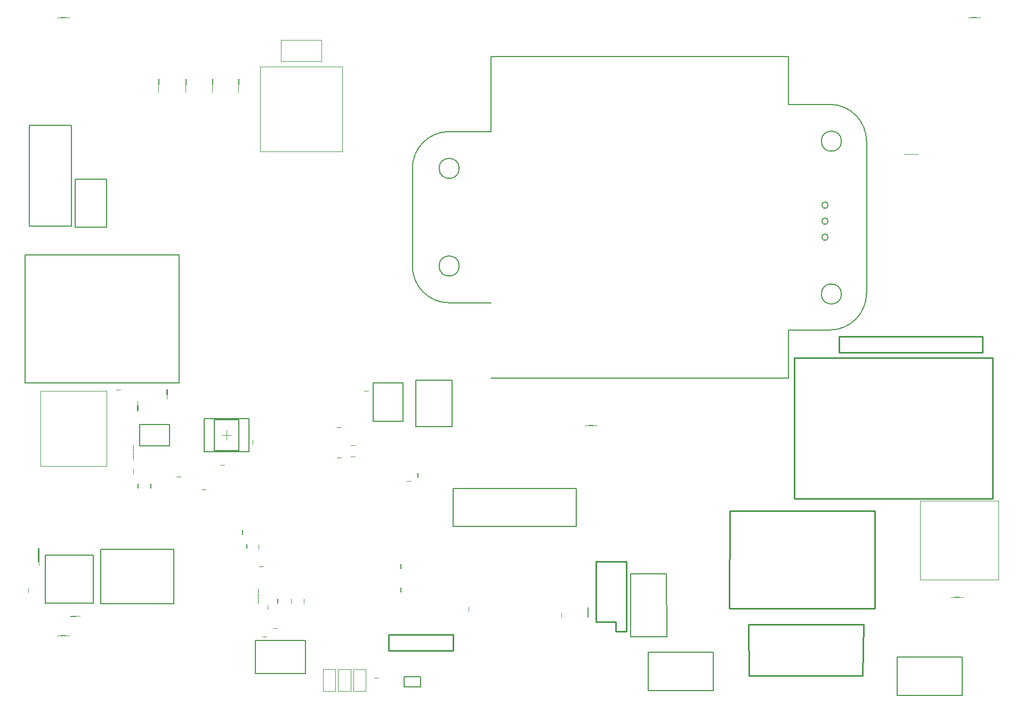
<source format=gbr>
%TF.GenerationSoftware,Altium Limited,Altium Designer,20.0.13 (296)*%
G04 Layer_Color=32768*
%FSLAX26Y26*%
%MOIN*%
%TF.FileFunction,Other,Top_Component_Outline*%
%TF.Part,Single*%
G01*
G75*
%TA.AperFunction,NonConductor*%
%ADD105C,0.006000*%
%ADD106C,0.007874*%
%ADD107C,0.010000*%
%ADD108C,0.005000*%
%ADD188C,0.004000*%
%ADD189C,0.003937*%
%ADD193C,0.005906*%
%ADD194C,0.000100*%
%ADD195C,0.001968*%
D105*
X3905004Y35000D02*
Y275000D01*
X4312004D01*
X3905004Y35000D02*
X4312004D01*
Y275000D01*
X5867004Y5000D02*
Y245000D01*
X5460004Y5000D02*
X5867004D01*
X5460004Y245000D02*
X5867004D01*
X5460004Y5000D02*
Y245000D01*
X323039Y3232827D02*
X516961D01*
X323039Y2932921D02*
X516961D01*
Y3232827D01*
X323039Y2932921D02*
Y3232827D01*
X7000Y1960500D02*
X972000D01*
X7000Y2760500D02*
X972000D01*
Y1960500D02*
Y2760500D01*
X7000Y1960500D02*
Y2760500D01*
D106*
X1449094Y142047D02*
Y347953D01*
X1760906D01*
Y142047D02*
Y347953D01*
X1449094Y142047D02*
X1760906D01*
X1409213Y1529252D02*
Y1735945D01*
X1127716D02*
X1409213D01*
X1127716Y1529252D02*
X1409213D01*
X1127716D02*
Y1735945D01*
X2370866Y1719291D02*
Y1959449D01*
X2185827D02*
X2370866D01*
X2185827Y1719291D02*
X2370866D01*
X2185827D02*
Y1959449D01*
D107*
X3766997Y407501D02*
Y842499D01*
X3702000Y407501D02*
X3766997D01*
X3702000D02*
Y465000D01*
X3577000D02*
X3702000D01*
X3577000D02*
Y842499D01*
X3766997D01*
X2686220Y285000D02*
Y385197D01*
X2280630D02*
X2686220D01*
X2280630Y285000D02*
Y385197D01*
Y285000D02*
X2686220D01*
X5993558Y2150000D02*
Y2250000D01*
X5098543Y2150000D02*
Y2250000D01*
Y2150000D02*
X5993558D01*
X5098543Y2250000D02*
X5993558D01*
X4415000Y1160000D02*
X5320000D01*
Y548743D02*
Y1160000D01*
X4409990Y548743D02*
X4415000Y1160000D01*
X4409990Y548743D02*
X5320000D01*
X4530000Y450000D02*
X5250000D01*
X5245000Y130000D02*
X5250000Y450000D01*
X4535000Y130000D02*
X5245000D01*
X4530000Y450000D02*
X4535000Y130000D01*
X6058740Y1235000D02*
Y2115000D01*
X4818583Y1235000D02*
Y2115000D01*
X6058740D01*
X4818583Y1235000D02*
X6058740D01*
D108*
X5270000Y3470000D02*
G03*
X5040000Y3700000I-230000J0D01*
G01*
Y2290000D02*
G03*
X5270000Y2520000I0J230000D01*
G01*
X2722992Y3300000D02*
G03*
X2722992Y3300000I-62992J0D01*
G01*
Y2690000D02*
G03*
X2722992Y2690000I-62992J0D01*
G01*
X2430000D02*
G03*
X2660000Y2460000I230000J0D01*
G01*
X5112992Y3470000D02*
G03*
X5112992Y3470000I-62992J0D01*
G01*
X5029685Y2970000D02*
G03*
X5029685Y2970000I-19685J0D01*
G01*
Y2870000D02*
G03*
X5029685Y2870000I-19685J0D01*
G01*
X5112992Y2515000D02*
G03*
X5112992Y2515000I-62992J0D01*
G01*
X2660000Y3530000D02*
G03*
X2430000Y3300000I0J-230000D01*
G01*
X5029685Y3070000D02*
G03*
X5029685Y3070000I-19685J0D01*
G01*
X2920000Y1990000D02*
X4780000D01*
X2920000Y4000000D02*
X4780000D01*
Y3700000D02*
X5040000D01*
X4780000Y2290000D02*
X5040000D01*
X2660000Y3530000D02*
X2920000D01*
X2660000Y2460000D02*
X2920000D01*
X2430000Y2690000D02*
Y3300000D01*
X5270000Y2520000D02*
Y3470000D01*
X4780000Y1990000D02*
Y2290000D01*
Y3700000D02*
Y4000000D01*
X2920000Y3530000D02*
Y4000000D01*
X2480728Y58504D02*
Y121496D01*
X2378366D02*
X2480728D01*
X2378366Y58504D02*
X2480728D01*
X2378366D02*
Y121496D01*
X135394Y583394D02*
Y882606D01*
X434606D01*
Y583394D02*
Y882606D01*
X135394D02*
X434606D01*
X135394Y583394D02*
X434606D01*
Y882606D01*
X135394Y583394D02*
Y882606D01*
Y583394D02*
X434606D01*
X2686142Y1298110D02*
X3453858D01*
Y1061890D02*
Y1298110D01*
Y1061890D02*
Y1298110D01*
X2686142D02*
X3453858D01*
X2686142Y1061890D02*
Y1298110D01*
Y1061890D02*
X3453858D01*
X2686142D02*
X3453858D01*
X2686142D02*
Y1298110D01*
X910965Y1565599D02*
Y1699599D01*
X725965D02*
X910965D01*
X725965Y1565599D02*
Y1699599D01*
Y1565599D02*
X910965D01*
X4019874Y765850D02*
X4020858Y374118D01*
X3794480D02*
X4020858D01*
X3794480D02*
X4020858D01*
X4019874Y765850D02*
X4020858Y374118D01*
X3793496Y765850D02*
X4019874D01*
X3793496D02*
X3794480Y374118D01*
X3793496Y765850D02*
X3794480Y374118D01*
X2451811Y1975669D02*
X2678189D01*
Y1684331D02*
Y1975669D01*
Y1684331D02*
Y1975669D01*
X2451811Y1684331D02*
Y1975669D01*
Y1684331D02*
X2678189D01*
X2451811Y1975669D02*
X2678189D01*
X2451811Y1684331D02*
X2678189D01*
X2451811D02*
Y1975669D01*
D188*
X1863000Y3968000D02*
Y4102000D01*
X1607000D02*
X1863000D01*
X1607000Y3968000D02*
Y4102000D01*
Y3968000D02*
X1863000D01*
D189*
X6096063Y728937D02*
Y1221063D01*
X5603937Y728937D02*
Y1221063D01*
Y728937D02*
X6096063D01*
X5603937Y1221063D02*
X6096063D01*
X1479094Y3935748D02*
X1990906D01*
X1479094Y3404252D02*
X1990906D01*
X1479094D02*
Y3935748D01*
X1990906Y3404252D02*
Y3935748D01*
X517795Y1439488D02*
Y1908976D01*
X104409D02*
X517795D01*
X104409Y1439488D02*
X517795D01*
X104409D02*
Y1908976D01*
X1268465Y1601595D02*
Y1663602D01*
X1237461Y1632599D02*
X1299468D01*
D193*
X34449Y3568797D02*
X299409D01*
X34449Y2938876D02*
X299409D01*
X34449D02*
Y3568797D01*
X299409Y2938876D02*
Y3568797D01*
X938346Y579000D02*
Y920000D01*
X481654D02*
X938346D01*
X481654Y579000D02*
Y920000D01*
Y579000D02*
X938346D01*
X1345236Y1536142D02*
Y1729055D01*
X1191693D02*
X1345236D01*
X1191693Y1536142D02*
X1345236D01*
X1191693D02*
Y1729055D01*
D194*
X1560127Y426833D02*
X1559961Y427000D01*
X1559627D01*
X1559461Y426833D01*
Y426666D01*
X1559627Y426500D01*
X1559961D01*
X1560127Y426333D01*
Y426167D01*
X1559961Y426000D01*
X1559627D01*
X1559461Y426167D01*
X1561127Y426833D02*
X1560960Y427000D01*
X1560627D01*
X1560460Y426833D01*
Y426666D01*
X1560627Y426500D01*
X1560960D01*
X1561127Y426333D01*
Y426167D01*
X1560960Y426000D01*
X1560627D01*
X1560460Y426167D01*
X1562460Y426000D02*
X1562793D01*
X1562627D01*
Y427000D01*
X1562460Y426833D01*
X1563293D02*
X1563460Y427000D01*
X1563793D01*
X1563959Y426833D01*
Y426167D01*
X1563793Y426000D01*
X1563460D01*
X1563293Y426167D01*
Y426833D01*
X1564959Y426000D02*
X1564293D01*
X1564959Y426666D01*
Y426833D01*
X1564793Y427000D01*
X1564459D01*
X1564293Y426833D01*
X1565959Y427000D02*
X1565292D01*
Y426500D01*
X1565626Y426666D01*
X1565792D01*
X1565959Y426500D01*
Y426167D01*
X1565792Y426000D01*
X1565459D01*
X1565292Y426167D01*
X1566292Y426000D02*
X1566625D01*
X1566459D01*
Y427000D01*
X1566292Y426833D01*
X1567792Y426000D02*
X1567125D01*
X1567792Y426666D01*
Y426833D01*
X1567625Y427000D01*
X1567292D01*
X1567125Y426833D01*
X1568292Y425833D02*
X1568458Y426000D01*
Y426167D01*
X1568292D01*
Y426000D01*
X1568458D01*
X1568292Y425833D01*
X1568125Y425667D01*
X1570124Y426000D02*
Y426666D01*
X1570457Y427000D01*
X1570791Y426666D01*
Y426000D01*
Y426500D01*
X1570124D01*
X1571124Y427000D02*
Y426000D01*
X1571624D01*
X1571791Y426167D01*
Y426833D01*
X1571624Y427000D01*
X1571124D01*
X1572124D02*
Y426000D01*
X1572623D01*
X1572790Y426167D01*
Y426833D01*
X1572623Y427000D01*
X1572124D01*
X1573790D02*
X1573123D01*
Y426000D01*
X1573790D01*
X1573123Y426500D02*
X1573457D01*
X1574123Y427000D02*
Y426000D01*
X1574623D01*
X1574790Y426167D01*
Y426833D01*
X1574623Y427000D01*
X1574123D01*
X1576789Y426833D02*
X1576622Y427000D01*
X1576289D01*
X1576122Y426833D01*
Y426666D01*
X1576289Y426500D01*
X1576622D01*
X1576789Y426333D01*
Y426167D01*
X1576622Y426000D01*
X1576289D01*
X1576122Y426167D01*
X1577122Y427000D02*
X1577455D01*
X1577289D01*
Y426000D01*
X1577122D01*
X1577455D01*
X1577955Y427000D02*
Y426000D01*
X1578622D01*
X1578955Y427000D02*
Y426000D01*
Y426333D01*
X1579621Y427000D01*
X1579122Y426500D01*
X1579621Y426000D01*
X1580621Y426833D02*
X1580455Y427000D01*
X1580121D01*
X1579955Y426833D01*
Y426666D01*
X1580121Y426500D01*
X1580455D01*
X1580621Y426333D01*
Y426167D01*
X1580455Y426000D01*
X1580121D01*
X1579955Y426167D01*
X1581621Y426833D02*
X1581454Y427000D01*
X1581121D01*
X1580954Y426833D01*
Y426167D01*
X1581121Y426000D01*
X1581454D01*
X1581621Y426167D01*
X1581954Y426000D02*
Y427000D01*
X1582454D01*
X1582621Y426833D01*
Y426500D01*
X1582454Y426333D01*
X1581954D01*
X1582287D02*
X1582621Y426000D01*
X1583620Y427000D02*
X1582954D01*
Y426000D01*
X1583620D01*
X1582954Y426500D02*
X1583287D01*
X1584620Y427000D02*
X1583954D01*
Y426000D01*
X1584620D01*
X1583954Y426500D02*
X1584287D01*
X1584953Y426000D02*
Y427000D01*
X1585620Y426000D01*
Y427000D01*
X1585953Y426000D02*
Y426167D01*
X1586120D01*
Y426000D01*
X1585953D01*
X1516333Y373167D02*
X1516500Y373000D01*
X1516833D01*
X1517000Y373167D01*
Y373334D01*
X1516833Y373500D01*
X1516500D01*
X1516333Y373667D01*
Y373833D01*
X1516500Y374000D01*
X1516833D01*
X1517000Y373833D01*
X1515334Y373167D02*
X1515501Y373000D01*
X1515834D01*
X1516000Y373167D01*
Y373334D01*
X1515834Y373500D01*
X1515501D01*
X1515334Y373667D01*
Y373833D01*
X1515501Y374000D01*
X1515834D01*
X1516000Y373833D01*
X1514001Y374000D02*
X1513668D01*
X1513834D01*
Y373000D01*
X1514001Y373167D01*
X1513168D02*
X1513001Y373000D01*
X1512668D01*
X1512501Y373167D01*
Y373833D01*
X1512668Y374000D01*
X1513001D01*
X1513168Y373833D01*
Y373167D01*
X1511502Y374000D02*
X1512168D01*
X1511502Y373334D01*
Y373167D01*
X1511668Y373000D01*
X1512002D01*
X1512168Y373167D01*
X1510502Y373000D02*
X1511168D01*
Y373500D01*
X1510835Y373334D01*
X1510669D01*
X1510502Y373500D01*
Y373833D01*
X1510669Y374000D01*
X1511002D01*
X1511168Y373833D01*
X1510169Y374000D02*
X1509835D01*
X1510002D01*
Y373000D01*
X1510169Y373167D01*
X1508669Y374000D02*
X1509336D01*
X1508669Y373334D01*
Y373167D01*
X1508836Y373000D01*
X1509169D01*
X1509336Y373167D01*
X1508169Y374167D02*
X1508003Y374000D01*
Y373833D01*
X1508169D01*
Y374000D01*
X1508003D01*
X1508169Y374167D01*
X1508336Y374333D01*
X1506336Y374000D02*
Y373334D01*
X1506003Y373000D01*
X1505670Y373334D01*
Y374000D01*
Y373500D01*
X1506336D01*
X1505337Y373000D02*
Y374000D01*
X1504837D01*
X1504670Y373833D01*
Y373167D01*
X1504837Y373000D01*
X1505337D01*
X1504337D02*
Y374000D01*
X1503837D01*
X1503671Y373833D01*
Y373167D01*
X1503837Y373000D01*
X1504337D01*
X1502671D02*
X1503337D01*
Y374000D01*
X1502671D01*
X1503337Y373500D02*
X1503004D01*
X1502338Y373000D02*
Y374000D01*
X1501838D01*
X1501671Y373833D01*
Y373167D01*
X1501838Y373000D01*
X1502338D01*
X1499672Y373167D02*
X1499839Y373000D01*
X1500172D01*
X1500338Y373167D01*
Y373334D01*
X1500172Y373500D01*
X1499839D01*
X1499672Y373667D01*
Y373833D01*
X1499839Y374000D01*
X1500172D01*
X1500338Y373833D01*
X1499339Y373000D02*
X1499005D01*
X1499172D01*
Y374000D01*
X1499339D01*
X1499005D01*
X1498505Y373000D02*
Y374000D01*
X1497839D01*
X1497506Y373000D02*
Y374000D01*
Y373667D01*
X1496839Y373000D01*
X1497339Y373500D01*
X1496839Y374000D01*
X1495840Y373167D02*
X1496006Y373000D01*
X1496340D01*
X1496506Y373167D01*
Y373334D01*
X1496340Y373500D01*
X1496006D01*
X1495840Y373667D01*
Y373833D01*
X1496006Y374000D01*
X1496340D01*
X1496506Y373833D01*
X1494840Y373167D02*
X1495007Y373000D01*
X1495340D01*
X1495506Y373167D01*
Y373833D01*
X1495340Y374000D01*
X1495007D01*
X1494840Y373833D01*
X1494507Y374000D02*
Y373000D01*
X1494007D01*
X1493840Y373167D01*
Y373500D01*
X1494007Y373667D01*
X1494507D01*
X1494174D02*
X1493840Y374000D01*
X1492841Y373000D02*
X1493507D01*
Y374000D01*
X1492841D01*
X1493507Y373500D02*
X1493174D01*
X1491841Y373000D02*
X1492507D01*
Y374000D01*
X1491841D01*
X1492507Y373500D02*
X1492174D01*
X1491508Y374000D02*
Y373000D01*
X1490841Y374000D01*
Y373000D01*
X1490508Y374000D02*
Y373833D01*
X1490341D01*
Y374000D01*
X1490508D01*
X1524628Y543667D02*
X1524461Y543500D01*
Y543167D01*
X1524628Y543000D01*
X1524794D01*
X1524961Y543167D01*
Y543500D01*
X1525128Y543667D01*
X1525294D01*
X1525461Y543500D01*
Y543167D01*
X1525294Y543000D01*
X1524628Y544666D02*
X1524461Y544500D01*
Y544166D01*
X1524628Y544000D01*
X1524794D01*
X1524961Y544166D01*
Y544500D01*
X1525128Y544666D01*
X1525294D01*
X1525461Y544500D01*
Y544166D01*
X1525294Y544000D01*
X1525461Y545999D02*
Y546332D01*
Y546166D01*
X1524461D01*
X1524628Y545999D01*
Y546832D02*
X1524461Y546999D01*
Y547332D01*
X1524628Y547499D01*
X1525294D01*
X1525461Y547332D01*
Y546999D01*
X1525294Y546832D01*
X1524628D01*
X1525461Y548498D02*
Y547832D01*
X1524794Y548498D01*
X1524628D01*
X1524461Y548332D01*
Y547999D01*
X1524628Y547832D01*
X1524461Y549498D02*
Y548832D01*
X1524961D01*
X1524794Y549165D01*
Y549331D01*
X1524961Y549498D01*
X1525294D01*
X1525461Y549331D01*
Y548998D01*
X1525294Y548832D01*
X1525461Y549831D02*
Y550164D01*
Y549998D01*
X1524461D01*
X1524628Y549831D01*
X1525461Y551331D02*
Y550664D01*
X1524794Y551331D01*
X1524628D01*
X1524461Y551164D01*
Y550831D01*
X1524628Y550664D01*
X1525627Y551831D02*
X1525461Y551997D01*
X1525294D01*
Y551831D01*
X1525461D01*
Y551997D01*
X1525627Y551831D01*
X1525794Y551664D01*
X1525461Y553663D02*
X1524794D01*
X1524461Y553997D01*
X1524794Y554330D01*
X1525461D01*
X1524961D01*
Y553663D01*
X1524461Y554663D02*
X1525461D01*
Y555163D01*
X1525294Y555330D01*
X1524628D01*
X1524461Y555163D01*
Y554663D01*
Y555663D02*
X1525461D01*
Y556163D01*
X1525294Y556329D01*
X1524628D01*
X1524461Y556163D01*
Y555663D01*
Y557329D02*
Y556663D01*
X1525461D01*
Y557329D01*
X1524961Y556663D02*
Y556996D01*
X1524461Y557662D02*
X1525461D01*
Y558162D01*
X1525294Y558329D01*
X1524628D01*
X1524461Y558162D01*
Y557662D01*
X1524628Y560328D02*
X1524461Y560162D01*
Y559828D01*
X1524628Y559662D01*
X1524794D01*
X1524961Y559828D01*
Y560162D01*
X1525128Y560328D01*
X1525294D01*
X1525461Y560162D01*
Y559828D01*
X1525294Y559662D01*
X1524461Y560661D02*
Y560995D01*
Y560828D01*
X1525461D01*
Y560661D01*
Y560995D01*
X1524461Y561495D02*
X1525461D01*
Y562161D01*
X1524461Y562494D02*
X1525461D01*
X1525128D01*
X1524461Y563161D01*
X1524961Y562661D01*
X1525461Y563161D01*
X1524628Y564160D02*
X1524461Y563994D01*
Y563660D01*
X1524628Y563494D01*
X1524794D01*
X1524961Y563660D01*
Y563994D01*
X1525128Y564160D01*
X1525294D01*
X1525461Y563994D01*
Y563660D01*
X1525294Y563494D01*
X1524628Y565160D02*
X1524461Y564993D01*
Y564660D01*
X1524628Y564494D01*
X1525294D01*
X1525461Y564660D01*
Y564993D01*
X1525294Y565160D01*
X1525461Y565493D02*
X1524461D01*
Y565993D01*
X1524628Y566160D01*
X1524961D01*
X1525128Y565993D01*
Y565493D01*
Y565827D02*
X1525461Y566160D01*
X1524461Y567159D02*
Y566493D01*
X1525461D01*
Y567159D01*
X1524961Y566493D02*
Y566826D01*
X1524461Y568159D02*
Y567493D01*
X1525461D01*
Y568159D01*
X1524961Y567493D02*
Y567826D01*
X1525461Y568492D02*
X1524461D01*
X1525461Y569159D01*
X1524461D01*
X1525461Y569492D02*
X1525294D01*
Y569659D01*
X1525461D01*
Y569492D01*
X2154798Y1908167D02*
X2154965Y1908000D01*
X2155298D01*
X2155465Y1908167D01*
Y1908333D01*
X2155298Y1908500D01*
X2154965D01*
X2154798Y1908667D01*
Y1908833D01*
X2154965Y1909000D01*
X2155298D01*
X2155465Y1908833D01*
X2153798Y1908167D02*
X2153965Y1908000D01*
X2154298D01*
X2154465Y1908167D01*
Y1908333D01*
X2154298Y1908500D01*
X2153965D01*
X2153798Y1908667D01*
Y1908833D01*
X2153965Y1909000D01*
X2154298D01*
X2154465Y1908833D01*
X2152465Y1909000D02*
X2152132D01*
X2152299D01*
Y1908000D01*
X2152465Y1908167D01*
X2151632D02*
X2151466Y1908000D01*
X2151133D01*
X2150966Y1908167D01*
Y1908833D01*
X2151133Y1909000D01*
X2151466D01*
X2151632Y1908833D01*
Y1908167D01*
X2149966Y1909000D02*
X2150633D01*
X2149966Y1908333D01*
Y1908167D01*
X2150133Y1908000D01*
X2150466D01*
X2150633Y1908167D01*
X2148966Y1908000D02*
X2149633D01*
Y1908500D01*
X2149300Y1908333D01*
X2149133D01*
X2148966Y1908500D01*
Y1908833D01*
X2149133Y1909000D01*
X2149466D01*
X2149633Y1908833D01*
X2148633Y1909000D02*
X2148300D01*
X2148467D01*
Y1908000D01*
X2148633Y1908167D01*
X2147134Y1909000D02*
X2147800D01*
X2147134Y1908333D01*
Y1908167D01*
X2147300Y1908000D01*
X2147634D01*
X2147800Y1908167D01*
X2146634Y1909167D02*
X2146467Y1909000D01*
Y1908833D01*
X2146634D01*
Y1909000D01*
X2146467D01*
X2146634Y1909167D01*
X2146800Y1909333D01*
X2144801Y1909000D02*
Y1908333D01*
X2144468Y1908000D01*
X2144135Y1908333D01*
Y1909000D01*
Y1908500D01*
X2144801D01*
X2143801Y1908000D02*
Y1909000D01*
X2143302D01*
X2143135Y1908833D01*
Y1908167D01*
X2143302Y1908000D01*
X2143801D01*
X2142802D02*
Y1909000D01*
X2142302D01*
X2142135Y1908833D01*
Y1908167D01*
X2142302Y1908000D01*
X2142802D01*
X2141135D02*
X2141802D01*
Y1909000D01*
X2141135D01*
X2141802Y1908500D02*
X2141469D01*
X2140802Y1908000D02*
Y1909000D01*
X2140302D01*
X2140136Y1908833D01*
Y1908167D01*
X2140302Y1908000D01*
X2140802D01*
X2138136Y1908167D02*
X2138303Y1908000D01*
X2138636D01*
X2138803Y1908167D01*
Y1908333D01*
X2138636Y1908500D01*
X2138303D01*
X2138136Y1908667D01*
Y1908833D01*
X2138303Y1909000D01*
X2138636D01*
X2138803Y1908833D01*
X2137803Y1908000D02*
X2137470D01*
X2137637D01*
Y1909000D01*
X2137803D01*
X2137470D01*
X2136970Y1908000D02*
Y1909000D01*
X2136304D01*
X2135970Y1908000D02*
Y1909000D01*
Y1908667D01*
X2135304Y1908000D01*
X2135804Y1908500D01*
X2135304Y1909000D01*
X2134304Y1908167D02*
X2134471Y1908000D01*
X2134804D01*
X2134971Y1908167D01*
Y1908333D01*
X2134804Y1908500D01*
X2134471D01*
X2134304Y1908667D01*
Y1908833D01*
X2134471Y1909000D01*
X2134804D01*
X2134971Y1908833D01*
X2133305Y1908167D02*
X2133471Y1908000D01*
X2133804D01*
X2133971Y1908167D01*
Y1908833D01*
X2133804Y1909000D01*
X2133471D01*
X2133305Y1908833D01*
X2132971Y1909000D02*
Y1908000D01*
X2132472D01*
X2132305Y1908167D01*
Y1908500D01*
X2132472Y1908667D01*
X2132971D01*
X2132638D02*
X2132305Y1909000D01*
X2131305Y1908000D02*
X2131972D01*
Y1909000D01*
X2131305D01*
X2131972Y1908500D02*
X2131638D01*
X2130305Y1908000D02*
X2130972D01*
Y1909000D01*
X2130305D01*
X2130972Y1908500D02*
X2130639D01*
X2129972Y1909000D02*
Y1908000D01*
X2129306Y1909000D01*
Y1908000D01*
X2128972Y1909000D02*
Y1908833D01*
X2128806D01*
Y1909000D01*
X2128972D01*
X2394769Y1346833D02*
X2394602Y1347000D01*
X2394269D01*
X2394102Y1346833D01*
Y1346667D01*
X2394269Y1346500D01*
X2394602D01*
X2394769Y1346333D01*
Y1346167D01*
X2394602Y1346000D01*
X2394269D01*
X2394102Y1346167D01*
X2395769Y1346833D02*
X2395602Y1347000D01*
X2395269D01*
X2395102Y1346833D01*
Y1346667D01*
X2395269Y1346500D01*
X2395602D01*
X2395769Y1346333D01*
Y1346167D01*
X2395602Y1346000D01*
X2395269D01*
X2395102Y1346167D01*
X2397101Y1346000D02*
X2397435D01*
X2397268D01*
Y1347000D01*
X2397101Y1346833D01*
X2397934D02*
X2398101Y1347000D01*
X2398434D01*
X2398601Y1346833D01*
Y1346167D01*
X2398434Y1346000D01*
X2398101D01*
X2397934Y1346167D01*
Y1346833D01*
X2399601Y1346000D02*
X2398934D01*
X2399601Y1346667D01*
Y1346833D01*
X2399434Y1347000D01*
X2399101D01*
X2398934Y1346833D01*
X2400600Y1347000D02*
X2399934D01*
Y1346500D01*
X2400267Y1346667D01*
X2400434D01*
X2400600Y1346500D01*
Y1346167D01*
X2400434Y1346000D01*
X2400101D01*
X2399934Y1346167D01*
X2400934Y1346000D02*
X2401267D01*
X2401100D01*
Y1347000D01*
X2400934Y1346833D01*
X2402433Y1346000D02*
X2401767D01*
X2402433Y1346667D01*
Y1346833D01*
X2402267Y1347000D01*
X2401933D01*
X2401767Y1346833D01*
X2402933Y1345833D02*
X2403100Y1346000D01*
Y1346167D01*
X2402933D01*
Y1346000D01*
X2403100D01*
X2402933Y1345833D01*
X2402766Y1345667D01*
X2404766Y1346000D02*
Y1346667D01*
X2405099Y1347000D01*
X2405432Y1346667D01*
Y1346000D01*
Y1346500D01*
X2404766D01*
X2405765Y1347000D02*
Y1346000D01*
X2406265D01*
X2406432Y1346167D01*
Y1346833D01*
X2406265Y1347000D01*
X2405765D01*
X2406765D02*
Y1346000D01*
X2407265D01*
X2407432Y1346167D01*
Y1346833D01*
X2407265Y1347000D01*
X2406765D01*
X2408431D02*
X2407765D01*
Y1346000D01*
X2408431D01*
X2407765Y1346500D02*
X2408098D01*
X2408765Y1347000D02*
Y1346000D01*
X2409264D01*
X2409431Y1346167D01*
Y1346833D01*
X2409264Y1347000D01*
X2408765D01*
X2411430Y1346833D02*
X2411264Y1347000D01*
X2410931D01*
X2410764Y1346833D01*
Y1346667D01*
X2410931Y1346500D01*
X2411264D01*
X2411430Y1346333D01*
Y1346167D01*
X2411264Y1346000D01*
X2410931D01*
X2410764Y1346167D01*
X2411764Y1347000D02*
X2412097D01*
X2411930D01*
Y1346000D01*
X2411764D01*
X2412097D01*
X2412597Y1347000D02*
Y1346000D01*
X2413263D01*
X2413597Y1347000D02*
Y1346000D01*
Y1346333D01*
X2414263Y1347000D01*
X2413763Y1346500D01*
X2414263Y1346000D01*
X2415263Y1346833D02*
X2415096Y1347000D01*
X2414763D01*
X2414596Y1346833D01*
Y1346667D01*
X2414763Y1346500D01*
X2415096D01*
X2415263Y1346333D01*
Y1346167D01*
X2415096Y1346000D01*
X2414763D01*
X2414596Y1346167D01*
X2416262Y1346833D02*
X2416096Y1347000D01*
X2415762D01*
X2415596Y1346833D01*
Y1346167D01*
X2415762Y1346000D01*
X2416096D01*
X2416262Y1346167D01*
X2416596Y1346000D02*
Y1347000D01*
X2417095D01*
X2417262Y1346833D01*
Y1346500D01*
X2417095Y1346333D01*
X2416596D01*
X2416929D02*
X2417262Y1346000D01*
X2418262Y1347000D02*
X2417595D01*
Y1346000D01*
X2418262D01*
X2417595Y1346500D02*
X2417928D01*
X2419262Y1347000D02*
X2418595D01*
Y1346000D01*
X2419262D01*
X2418595Y1346500D02*
X2418928D01*
X2419595Y1346000D02*
Y1347000D01*
X2420261Y1346000D01*
Y1347000D01*
X2420594Y1346000D02*
Y1346167D01*
X2420761D01*
Y1346000D01*
X2420594D01*
X2463167Y1368667D02*
X2463000Y1368500D01*
Y1368167D01*
X2463167Y1368000D01*
X2463334D01*
X2463500Y1368167D01*
Y1368500D01*
X2463667Y1368667D01*
X2463833D01*
X2464000Y1368500D01*
Y1368167D01*
X2463833Y1368000D01*
X2463167Y1369666D02*
X2463000Y1369499D01*
Y1369166D01*
X2463167Y1369000D01*
X2463334D01*
X2463500Y1369166D01*
Y1369499D01*
X2463667Y1369666D01*
X2463833D01*
X2464000Y1369499D01*
Y1369166D01*
X2463833Y1369000D01*
X2464000Y1370999D02*
Y1371332D01*
Y1371166D01*
X2463000D01*
X2463167Y1370999D01*
Y1371832D02*
X2463000Y1371999D01*
Y1372332D01*
X2463167Y1372499D01*
X2463833D01*
X2464000Y1372332D01*
Y1371999D01*
X2463833Y1371832D01*
X2463167D01*
X2464000Y1373498D02*
Y1372832D01*
X2463334Y1373498D01*
X2463167D01*
X2463000Y1373332D01*
Y1372998D01*
X2463167Y1372832D01*
X2463000Y1374498D02*
Y1373832D01*
X2463500D01*
X2463334Y1374165D01*
Y1374331D01*
X2463500Y1374498D01*
X2463833D01*
X2464000Y1374331D01*
Y1373998D01*
X2463833Y1373832D01*
X2464000Y1374831D02*
Y1375165D01*
Y1374998D01*
X2463000D01*
X2463167Y1374831D01*
X2464000Y1376331D02*
Y1375664D01*
X2463334Y1376331D01*
X2463167D01*
X2463000Y1376164D01*
Y1375831D01*
X2463167Y1375664D01*
X2464167Y1376831D02*
X2464000Y1376997D01*
X2463833D01*
Y1376831D01*
X2464000D01*
Y1376997D01*
X2464167Y1376831D01*
X2464333Y1376664D01*
X2464000Y1378664D02*
X2463334D01*
X2463000Y1378997D01*
X2463334Y1379330D01*
X2464000D01*
X2463500D01*
Y1378664D01*
X2463000Y1379663D02*
X2464000D01*
Y1380163D01*
X2463833Y1380330D01*
X2463167D01*
X2463000Y1380163D01*
Y1379663D01*
Y1380663D02*
X2464000D01*
Y1381163D01*
X2463833Y1381329D01*
X2463167D01*
X2463000Y1381163D01*
Y1380663D01*
Y1382329D02*
Y1381663D01*
X2464000D01*
Y1382329D01*
X2463500Y1381663D02*
Y1381996D01*
X2463000Y1382662D02*
X2464000D01*
Y1383162D01*
X2463833Y1383329D01*
X2463167D01*
X2463000Y1383162D01*
Y1382662D01*
X2463167Y1385328D02*
X2463000Y1385161D01*
Y1384828D01*
X2463167Y1384662D01*
X2463334D01*
X2463500Y1384828D01*
Y1385161D01*
X2463667Y1385328D01*
X2463833D01*
X2464000Y1385161D01*
Y1384828D01*
X2463833Y1384662D01*
X2463000Y1385661D02*
Y1385995D01*
Y1385828D01*
X2464000D01*
Y1385661D01*
Y1385995D01*
X2463000Y1386495D02*
X2464000D01*
Y1387161D01*
X2463000Y1387494D02*
X2464000D01*
X2463667D01*
X2463000Y1388161D01*
X2463500Y1387661D01*
X2464000Y1388161D01*
X2463167Y1389160D02*
X2463000Y1388994D01*
Y1388660D01*
X2463167Y1388494D01*
X2463334D01*
X2463500Y1388660D01*
Y1388994D01*
X2463667Y1389160D01*
X2463833D01*
X2464000Y1388994D01*
Y1388660D01*
X2463833Y1388494D01*
X2463167Y1390160D02*
X2463000Y1389993D01*
Y1389660D01*
X2463167Y1389494D01*
X2463833D01*
X2464000Y1389660D01*
Y1389993D01*
X2463833Y1390160D01*
X2464000Y1390493D02*
X2463000D01*
Y1390993D01*
X2463167Y1391160D01*
X2463500D01*
X2463667Y1390993D01*
Y1390493D01*
Y1390826D02*
X2464000Y1391160D01*
X2463000Y1392159D02*
Y1391493D01*
X2464000D01*
Y1392159D01*
X2463500Y1391493D02*
Y1391826D01*
X2463000Y1393159D02*
Y1392493D01*
X2464000D01*
Y1393159D01*
X2463500Y1392493D02*
Y1392826D01*
X2464000Y1393492D02*
X2463000D01*
X2464000Y1394159D01*
X2463000D01*
X2464000Y1394492D02*
X2463833D01*
Y1394659D01*
X2464000D01*
Y1394492D01*
X712596Y1303667D02*
X712429Y1303500D01*
Y1303167D01*
X712596Y1303000D01*
X712763D01*
X712929Y1303167D01*
Y1303500D01*
X713096Y1303667D01*
X713263D01*
X713429Y1303500D01*
Y1303167D01*
X713263Y1303000D01*
X712596Y1304666D02*
X712429Y1304499D01*
Y1304166D01*
X712596Y1304000D01*
X712763D01*
X712929Y1304166D01*
Y1304499D01*
X713096Y1304666D01*
X713263D01*
X713429Y1304499D01*
Y1304166D01*
X713263Y1304000D01*
X713429Y1305999D02*
Y1306332D01*
Y1306166D01*
X712429D01*
X712596Y1305999D01*
Y1306832D02*
X712429Y1306999D01*
Y1307332D01*
X712596Y1307499D01*
X713263D01*
X713429Y1307332D01*
Y1306999D01*
X713263Y1306832D01*
X712596D01*
X713429Y1308498D02*
Y1307832D01*
X712763Y1308498D01*
X712596D01*
X712429Y1308332D01*
Y1307998D01*
X712596Y1307832D01*
X712429Y1309498D02*
Y1308832D01*
X712929D01*
X712763Y1309165D01*
Y1309331D01*
X712929Y1309498D01*
X713263D01*
X713429Y1309331D01*
Y1308998D01*
X713263Y1308832D01*
X713429Y1309831D02*
Y1310165D01*
Y1309998D01*
X712429D01*
X712596Y1309831D01*
X713429Y1311331D02*
Y1310664D01*
X712763Y1311331D01*
X712596D01*
X712429Y1311164D01*
Y1310831D01*
X712596Y1310664D01*
X713596Y1311831D02*
X713429Y1311997D01*
X713263D01*
Y1311831D01*
X713429D01*
Y1311997D01*
X713596Y1311831D01*
X713762Y1311664D01*
X713429Y1313664D02*
X712763D01*
X712429Y1313997D01*
X712763Y1314330D01*
X713429D01*
X712929D01*
Y1313664D01*
X712429Y1314663D02*
X713429D01*
Y1315163D01*
X713263Y1315330D01*
X712596D01*
X712429Y1315163D01*
Y1314663D01*
Y1315663D02*
X713429D01*
Y1316163D01*
X713263Y1316329D01*
X712596D01*
X712429Y1316163D01*
Y1315663D01*
Y1317329D02*
Y1316663D01*
X713429D01*
Y1317329D01*
X712929Y1316663D02*
Y1316996D01*
X712429Y1317662D02*
X713429D01*
Y1318162D01*
X713263Y1318329D01*
X712596D01*
X712429Y1318162D01*
Y1317662D01*
X712596Y1320328D02*
X712429Y1320161D01*
Y1319828D01*
X712596Y1319662D01*
X712763D01*
X712929Y1319828D01*
Y1320161D01*
X713096Y1320328D01*
X713263D01*
X713429Y1320161D01*
Y1319828D01*
X713263Y1319662D01*
X712429Y1320661D02*
Y1320995D01*
Y1320828D01*
X713429D01*
Y1320661D01*
Y1320995D01*
X712429Y1321495D02*
X713429D01*
Y1322161D01*
X712429Y1322494D02*
X713429D01*
X713096D01*
X712429Y1323161D01*
X712929Y1322661D01*
X713429Y1323161D01*
X712596Y1324160D02*
X712429Y1323994D01*
Y1323660D01*
X712596Y1323494D01*
X712763D01*
X712929Y1323660D01*
Y1323994D01*
X713096Y1324160D01*
X713263D01*
X713429Y1323994D01*
Y1323660D01*
X713263Y1323494D01*
X712596Y1325160D02*
X712429Y1324993D01*
Y1324660D01*
X712596Y1324494D01*
X713263D01*
X713429Y1324660D01*
Y1324993D01*
X713263Y1325160D01*
X713429Y1325493D02*
X712429D01*
Y1325993D01*
X712596Y1326160D01*
X712929D01*
X713096Y1325993D01*
Y1325493D01*
Y1325826D02*
X713429Y1326160D01*
X712429Y1327159D02*
Y1326493D01*
X713429D01*
Y1327159D01*
X712929Y1326493D02*
Y1326826D01*
X712429Y1328159D02*
Y1327493D01*
X713429D01*
Y1328159D01*
X712929Y1327493D02*
Y1327826D01*
X713429Y1328492D02*
X712429D01*
X713429Y1329159D01*
X712429D01*
X713429Y1329492D02*
X713263D01*
Y1329659D01*
X713429D01*
Y1329492D01*
X982298Y1373167D02*
X982465Y1373000D01*
X982798D01*
X982965Y1373167D01*
Y1373333D01*
X982798Y1373500D01*
X982465D01*
X982298Y1373667D01*
Y1373833D01*
X982465Y1374000D01*
X982798D01*
X982965Y1373833D01*
X981298Y1373167D02*
X981465Y1373000D01*
X981798D01*
X981965Y1373167D01*
Y1373333D01*
X981798Y1373500D01*
X981465D01*
X981298Y1373667D01*
Y1373833D01*
X981465Y1374000D01*
X981798D01*
X981965Y1373833D01*
X979966Y1374000D02*
X979632D01*
X979799D01*
Y1373000D01*
X979966Y1373167D01*
X979132D02*
X978966Y1373000D01*
X978633D01*
X978466Y1373167D01*
Y1373833D01*
X978633Y1374000D01*
X978966D01*
X979132Y1373833D01*
Y1373167D01*
X977466Y1374000D02*
X978133D01*
X977466Y1373333D01*
Y1373167D01*
X977633Y1373000D01*
X977966D01*
X978133Y1373167D01*
X976466Y1373000D02*
X977133D01*
Y1373500D01*
X976800Y1373333D01*
X976633D01*
X976466Y1373500D01*
Y1373833D01*
X976633Y1374000D01*
X976966D01*
X977133Y1373833D01*
X976133Y1374000D02*
X975800D01*
X975967D01*
Y1373000D01*
X976133Y1373167D01*
X974634Y1374000D02*
X975300D01*
X974634Y1373333D01*
Y1373167D01*
X974800Y1373000D01*
X975134D01*
X975300Y1373167D01*
X974134Y1374167D02*
X973967Y1374000D01*
Y1373833D01*
X974134D01*
Y1374000D01*
X973967D01*
X974134Y1374167D01*
X974301Y1374333D01*
X972301Y1374000D02*
Y1373333D01*
X971968Y1373000D01*
X971635Y1373333D01*
Y1374000D01*
Y1373500D01*
X972301D01*
X971301Y1373000D02*
Y1374000D01*
X970802D01*
X970635Y1373833D01*
Y1373167D01*
X970802Y1373000D01*
X971301D01*
X970302D02*
Y1374000D01*
X969802D01*
X969635Y1373833D01*
Y1373167D01*
X969802Y1373000D01*
X970302D01*
X968635D02*
X969302D01*
Y1374000D01*
X968635D01*
X969302Y1373500D02*
X968969D01*
X968302Y1373000D02*
Y1374000D01*
X967803D01*
X967636Y1373833D01*
Y1373167D01*
X967803Y1373000D01*
X968302D01*
X965636Y1373167D02*
X965803Y1373000D01*
X966136D01*
X966303Y1373167D01*
Y1373333D01*
X966136Y1373500D01*
X965803D01*
X965636Y1373667D01*
Y1373833D01*
X965803Y1374000D01*
X966136D01*
X966303Y1373833D01*
X965303Y1373000D02*
X964970D01*
X965137D01*
Y1374000D01*
X965303D01*
X964970D01*
X964470Y1373000D02*
Y1374000D01*
X963804D01*
X963470Y1373000D02*
Y1374000D01*
Y1373667D01*
X962804Y1373000D01*
X963304Y1373500D01*
X962804Y1374000D01*
X961804Y1373167D02*
X961971Y1373000D01*
X962304D01*
X962471Y1373167D01*
Y1373333D01*
X962304Y1373500D01*
X961971D01*
X961804Y1373667D01*
Y1373833D01*
X961971Y1374000D01*
X962304D01*
X962471Y1373833D01*
X960804Y1373167D02*
X960971Y1373000D01*
X961304D01*
X961471Y1373167D01*
Y1373833D01*
X961304Y1374000D01*
X960971D01*
X960804Y1373833D01*
X960471Y1374000D02*
Y1373000D01*
X959971D01*
X959805Y1373167D01*
Y1373500D01*
X959971Y1373667D01*
X960471D01*
X960138D02*
X959805Y1374000D01*
X958805Y1373000D02*
X959472D01*
Y1374000D01*
X958805D01*
X959472Y1373500D02*
X959138D01*
X957805Y1373000D02*
X958472D01*
Y1374000D01*
X957805D01*
X958472Y1373500D02*
X958139D01*
X957472Y1374000D02*
Y1373000D01*
X956806Y1374000D01*
Y1373000D01*
X956472Y1374000D02*
Y1373833D01*
X956306D01*
Y1374000D01*
X956472D01*
X686262Y1417833D02*
X686429Y1418000D01*
Y1418333D01*
X686262Y1418500D01*
X686096D01*
X685929Y1418333D01*
Y1418000D01*
X685762Y1417833D01*
X685596D01*
X685429Y1418000D01*
Y1418333D01*
X685596Y1418500D01*
X686262Y1416834D02*
X686429Y1417001D01*
Y1417334D01*
X686262Y1417500D01*
X686096D01*
X685929Y1417334D01*
Y1417001D01*
X685762Y1416834D01*
X685596D01*
X685429Y1417001D01*
Y1417334D01*
X685596Y1417500D01*
X685429Y1415501D02*
Y1415168D01*
Y1415334D01*
X686429D01*
X686262Y1415501D01*
Y1414668D02*
X686429Y1414501D01*
Y1414168D01*
X686262Y1414001D01*
X685596D01*
X685429Y1414168D01*
Y1414501D01*
X685596Y1414668D01*
X686262D01*
X685429Y1413002D02*
Y1413668D01*
X686096Y1413002D01*
X686262D01*
X686429Y1413168D01*
Y1413502D01*
X686262Y1413668D01*
X686429Y1412002D02*
Y1412668D01*
X685929D01*
X686096Y1412335D01*
Y1412169D01*
X685929Y1412002D01*
X685596D01*
X685429Y1412169D01*
Y1412502D01*
X685596Y1412668D01*
X685429Y1411669D02*
Y1411335D01*
Y1411502D01*
X686429D01*
X686262Y1411669D01*
X685429Y1410169D02*
Y1410836D01*
X686096Y1410169D01*
X686262D01*
X686429Y1410336D01*
Y1410669D01*
X686262Y1410836D01*
X685263Y1409669D02*
X685429Y1409503D01*
X685596D01*
Y1409669D01*
X685429D01*
Y1409503D01*
X685263Y1409669D01*
X685096Y1409836D01*
X685429Y1407836D02*
X686096D01*
X686429Y1407503D01*
X686096Y1407170D01*
X685429D01*
X685929D01*
Y1407836D01*
X686429Y1406837D02*
X685429D01*
Y1406337D01*
X685596Y1406170D01*
X686262D01*
X686429Y1406337D01*
Y1406837D01*
Y1405837D02*
X685429D01*
Y1405337D01*
X685596Y1405171D01*
X686262D01*
X686429Y1405337D01*
Y1405837D01*
Y1404171D02*
Y1404837D01*
X685429D01*
Y1404171D01*
X685929Y1404837D02*
Y1404504D01*
X686429Y1403838D02*
X685429D01*
Y1403338D01*
X685596Y1403171D01*
X686262D01*
X686429Y1403338D01*
Y1403838D01*
X686262Y1401172D02*
X686429Y1401339D01*
Y1401672D01*
X686262Y1401838D01*
X686096D01*
X685929Y1401672D01*
Y1401339D01*
X685762Y1401172D01*
X685596D01*
X685429Y1401339D01*
Y1401672D01*
X685596Y1401838D01*
X686429Y1400839D02*
Y1400505D01*
Y1400672D01*
X685429D01*
Y1400839D01*
Y1400505D01*
X686429Y1400005D02*
X685429D01*
Y1399339D01*
X686429Y1399006D02*
X685429D01*
X685762D01*
X686429Y1398339D01*
X685929Y1398839D01*
X685429Y1398339D01*
X686262Y1397340D02*
X686429Y1397506D01*
Y1397840D01*
X686262Y1398006D01*
X686096D01*
X685929Y1397840D01*
Y1397506D01*
X685762Y1397340D01*
X685596D01*
X685429Y1397506D01*
Y1397840D01*
X685596Y1398006D01*
X686262Y1396340D02*
X686429Y1396507D01*
Y1396840D01*
X686262Y1397006D01*
X685596D01*
X685429Y1396840D01*
Y1396507D01*
X685596Y1396340D01*
X685429Y1396007D02*
X686429D01*
Y1395507D01*
X686262Y1395340D01*
X685929D01*
X685762Y1395507D01*
Y1396007D01*
Y1395674D02*
X685429Y1395340D01*
X686429Y1394341D02*
Y1395007D01*
X685429D01*
Y1394341D01*
X685929Y1395007D02*
Y1394674D01*
X686429Y1393341D02*
Y1394007D01*
X685429D01*
Y1393341D01*
X685929Y1394007D02*
Y1393674D01*
X685429Y1393008D02*
X686429D01*
X685429Y1392341D01*
X686429D01*
X685429Y1392008D02*
X685596D01*
Y1391841D01*
X685429D01*
Y1392008D01*
X293666Y499000D02*
X293000D01*
X293666Y499666D01*
Y499833D01*
X293500Y500000D01*
X293167D01*
X293000Y499833D01*
X294000Y499000D02*
Y499167D01*
X294166D01*
Y499000D01*
X294000D01*
X296499Y499833D02*
X296332Y500000D01*
X295999D01*
X295832Y499833D01*
Y499666D01*
X295999Y499500D01*
X296332D01*
X296499Y499333D01*
Y499167D01*
X296332Y499000D01*
X295999D01*
X295832Y499167D01*
X297499Y499833D02*
X297332Y500000D01*
X296999D01*
X296832Y499833D01*
Y499666D01*
X296999Y499500D01*
X297332D01*
X297499Y499333D01*
Y499167D01*
X297332Y499000D01*
X296999D01*
X296832Y499167D01*
X298832Y499000D02*
X299165D01*
X298998D01*
Y500000D01*
X298832Y499833D01*
X299665D02*
X299831Y500000D01*
X300164D01*
X300331Y499833D01*
Y499167D01*
X300164Y499000D01*
X299831D01*
X299665Y499167D01*
Y499833D01*
X301331Y499000D02*
X300664D01*
X301331Y499666D01*
Y499833D01*
X301164Y500000D01*
X300831D01*
X300664Y499833D01*
X302331Y500000D02*
X301664D01*
Y499500D01*
X301997Y499666D01*
X302164D01*
X302331Y499500D01*
Y499167D01*
X302164Y499000D01*
X301831D01*
X301664Y499167D01*
X302664Y499000D02*
X302997D01*
X302830D01*
Y500000D01*
X302664Y499833D01*
X304163Y499000D02*
X303497D01*
X304163Y499666D01*
Y499833D01*
X303997Y500000D01*
X303663D01*
X303497Y499833D01*
X304663Y498833D02*
X304830Y499000D01*
Y499167D01*
X304663D01*
Y499000D01*
X304830D01*
X304663Y498833D01*
X304497Y498667D01*
X306496Y499000D02*
Y499666D01*
X306829Y500000D01*
X307163Y499666D01*
Y499000D01*
Y499500D01*
X306496D01*
X307496Y500000D02*
Y499000D01*
X307995D01*
X308162Y499167D01*
Y499833D01*
X307995Y500000D01*
X307496D01*
X308495D02*
Y499000D01*
X308995D01*
X309162Y499167D01*
Y499833D01*
X308995Y500000D01*
X308495D01*
X310162D02*
X309495D01*
Y499000D01*
X310162D01*
X309495Y499500D02*
X309828D01*
X310495Y500000D02*
Y499000D01*
X310995D01*
X311161Y499167D01*
Y499833D01*
X310995Y500000D01*
X310495D01*
X313161Y499833D02*
X312994Y500000D01*
X312661D01*
X312494Y499833D01*
Y499666D01*
X312661Y499500D01*
X312994D01*
X313161Y499333D01*
Y499167D01*
X312994Y499000D01*
X312661D01*
X312494Y499167D01*
X313494Y500000D02*
X313827D01*
X313661D01*
Y499000D01*
X313494D01*
X313827D01*
X314327Y500000D02*
Y499000D01*
X314993D01*
X315327Y500000D02*
Y499000D01*
Y499333D01*
X315993Y500000D01*
X315493Y499500D01*
X315993Y499000D01*
X316993Y499833D02*
X316826Y500000D01*
X316493D01*
X316326Y499833D01*
Y499666D01*
X316493Y499500D01*
X316826D01*
X316993Y499333D01*
Y499167D01*
X316826Y499000D01*
X316493D01*
X316326Y499167D01*
X317993Y499833D02*
X317826Y500000D01*
X317493D01*
X317326Y499833D01*
Y499167D01*
X317493Y499000D01*
X317826D01*
X317993Y499167D01*
X318326Y499000D02*
Y500000D01*
X318826D01*
X318992Y499833D01*
Y499500D01*
X318826Y499333D01*
X318326D01*
X318659D02*
X318992Y499000D01*
X319992Y500000D02*
X319325D01*
Y499000D01*
X319992D01*
X319325Y499500D02*
X319659D01*
X320992Y500000D02*
X320325D01*
Y499000D01*
X320992D01*
X320325Y499500D02*
X320658D01*
X321325Y499000D02*
Y500000D01*
X321991Y499000D01*
Y500000D01*
X322325Y499000D02*
Y499167D01*
X322491D01*
Y499000D01*
X322325D01*
X293000Y504000D02*
Y503000D01*
X293666D01*
X294500Y504000D02*
X294166D01*
X294000Y503833D01*
Y503167D01*
X294166Y503000D01*
X294500D01*
X294666Y503167D01*
Y503833D01*
X294500Y504000D01*
X295666Y503833D02*
X295499Y504000D01*
X295166D01*
X294999Y503833D01*
Y503167D01*
X295166Y503000D01*
X295499D01*
X295666Y503167D01*
X295999Y503000D02*
Y503666D01*
X296332Y504000D01*
X296666Y503666D01*
Y503000D01*
Y503500D01*
X295999D01*
X296999Y504000D02*
X297665D01*
X297332D01*
Y503000D01*
X297998Y504000D02*
X298332D01*
X298165D01*
Y503000D01*
X297998D01*
X298332D01*
X299331Y504000D02*
X298998D01*
X298832Y503833D01*
Y503167D01*
X298998Y503000D01*
X299331D01*
X299498Y503167D01*
Y503833D01*
X299331Y504000D01*
X299831Y503000D02*
Y504000D01*
X300498Y503000D01*
Y504000D01*
X300831Y503666D02*
X300998D01*
Y503500D01*
X300831D01*
Y503666D01*
Y503167D02*
X300998D01*
Y503000D01*
X300831D01*
Y503167D01*
X303330Y503833D02*
X303164Y504000D01*
X302830D01*
X302664Y503833D01*
Y503666D01*
X302830Y503500D01*
X303164D01*
X303330Y503333D01*
Y503167D01*
X303164Y503000D01*
X302830D01*
X302664Y503167D01*
X303663Y504000D02*
Y503167D01*
X303830Y503000D01*
X304163D01*
X304330Y503167D01*
Y504000D01*
X304663Y503000D02*
Y504000D01*
X305163D01*
X305330Y503833D01*
Y503500D01*
X305163Y503333D01*
X304663D01*
X304996D02*
X305330Y503000D01*
X306329Y504000D02*
X305663D01*
Y503500D01*
X305996D01*
X305663D01*
Y503000D01*
X306663D02*
Y503666D01*
X306996Y504000D01*
X307329Y503666D01*
Y503000D01*
Y503500D01*
X306663D01*
X308329Y503833D02*
X308162Y504000D01*
X307829D01*
X307662Y503833D01*
Y503167D01*
X307829Y503000D01*
X308162D01*
X308329Y503167D01*
X309329Y504000D02*
X308662D01*
Y503000D01*
X309329D01*
X308662Y503500D02*
X308995D01*
X309662Y503000D02*
Y504000D01*
X309995Y503666D01*
X310328Y504000D01*
Y503000D01*
X311161Y504000D02*
X310828D01*
X310661Y503833D01*
Y503167D01*
X310828Y503000D01*
X311161D01*
X311328Y503167D01*
Y503833D01*
X311161Y504000D01*
X311661D02*
Y503167D01*
X311828Y503000D01*
X312161D01*
X312328Y503167D01*
Y504000D01*
X312661Y503000D02*
Y504000D01*
X313327Y503000D01*
Y504000D01*
X313661D02*
X314327D01*
X313994D01*
Y503000D01*
X315327D02*
X314660D01*
X315327Y503666D01*
Y503833D01*
X315160Y504000D01*
X314827D01*
X314660Y503833D01*
X315660Y504000D02*
Y503000D01*
X316326D01*
X317326Y504000D02*
X316660D01*
Y503000D01*
X317326D01*
X316660Y503500D02*
X316993D01*
X317659Y503000D02*
Y503666D01*
X317993Y504000D01*
X318326Y503666D01*
Y503000D01*
Y503500D01*
X317659D01*
X318659Y504000D02*
Y503000D01*
X319159D01*
X319325Y503167D01*
Y503833D01*
X319159Y504000D01*
X318659D01*
X319659Y503000D02*
Y503167D01*
X319825D01*
Y503000D01*
X319659D01*
X320492D02*
Y504000D01*
X320992D01*
X321158Y503833D01*
Y503500D01*
X320992Y503333D01*
X320492D01*
X322158Y503833D02*
X321991Y504000D01*
X321658D01*
X321491Y503833D01*
Y503167D01*
X321658Y503000D01*
X321991D01*
X322158Y503167D01*
X322491Y504000D02*
Y503000D01*
X322991D01*
X323158Y503167D01*
Y503333D01*
X322991Y503500D01*
X322491D01*
X322991D01*
X323158Y503666D01*
Y503833D01*
X322991Y504000D01*
X322491D01*
X323491D02*
Y503000D01*
X324157D01*
X324491Y504000D02*
X324824D01*
X324657D01*
Y503000D01*
X324491D01*
X324824D01*
X325324Y504000D02*
Y503000D01*
X325824D01*
X325990Y503167D01*
Y503333D01*
X325824Y503500D01*
X325324D01*
X325824D01*
X325990Y503666D01*
Y503833D01*
X325824Y504000D01*
X325324D01*
X293000Y502000D02*
Y501000D01*
Y501500D01*
X293666D01*
Y502000D01*
Y501000D01*
X294000Y502000D02*
X294333D01*
X294166D01*
Y501000D01*
X294000D01*
X294333D01*
X295499Y501833D02*
X295333Y502000D01*
X294999D01*
X294833Y501833D01*
Y501666D01*
X294999Y501500D01*
X295333D01*
X295499Y501333D01*
Y501167D01*
X295333Y501000D01*
X294999D01*
X294833Y501167D01*
X295832Y502000D02*
X296499D01*
X296166D01*
Y501000D01*
X297332Y502000D02*
X296999D01*
X296832Y501833D01*
Y501167D01*
X296999Y501000D01*
X297332D01*
X297499Y501167D01*
Y501833D01*
X297332Y502000D01*
X297832Y501000D02*
Y502000D01*
X298332D01*
X298498Y501833D01*
Y501500D01*
X298332Y501333D01*
X297832D01*
X298165D02*
X298498Y501000D01*
X298832Y502000D02*
Y501833D01*
X299165Y501500D01*
X299498Y501833D01*
Y502000D01*
X299165Y501500D02*
Y501000D01*
X299831Y501666D02*
X299998D01*
Y501500D01*
X299831D01*
Y501666D01*
Y501167D02*
X299998D01*
Y501000D01*
X299831D01*
Y501167D01*
X301664Y501000D02*
Y502000D01*
X301997Y501666D01*
X302331Y502000D01*
Y501000D01*
X302664Y502000D02*
X303330D01*
X302997D01*
Y501000D01*
X304663Y501833D02*
X304830Y502000D01*
X305163D01*
X305330Y501833D01*
Y501167D01*
X305163Y501000D01*
X304830D01*
X304663Y501167D01*
Y501833D01*
X306329Y501000D02*
X305663D01*
X306329Y501666D01*
Y501833D01*
X306163Y502000D01*
X305829D01*
X305663Y501833D01*
X306663Y501000D02*
X306996D01*
X306829D01*
Y502000D01*
X306663Y501833D01*
X307496Y502000D02*
X308162D01*
Y501833D01*
X307496Y501167D01*
Y501000D01*
X308495D02*
X308829D01*
X308662D01*
Y502000D01*
X308495Y501833D01*
X309329Y501000D02*
X309662D01*
X309495D01*
Y502000D01*
X309329Y501833D01*
X310328Y500833D02*
X310495Y501000D01*
Y501167D01*
X310328D01*
Y501000D01*
X310495D01*
X310328Y500833D01*
X310162Y500667D01*
X312661Y502000D02*
X312328D01*
X312161Y501833D01*
Y501167D01*
X312328Y501000D01*
X312661D01*
X312827Y501167D01*
Y501833D01*
X312661Y502000D01*
X313161D02*
Y501000D01*
X313827D01*
X314160Y502000D02*
Y501000D01*
X314660D01*
X314827Y501167D01*
Y501833D01*
X314660Y502000D01*
X314160D01*
X315827D02*
X315160D01*
Y501000D01*
X315827D01*
X315160Y501500D02*
X315493D01*
X316160Y501000D02*
Y502000D01*
X316660D01*
X316826Y501833D01*
Y501500D01*
X316660Y501333D01*
X316160D01*
X316493D02*
X316826Y501000D01*
X318826Y502000D02*
X318159D01*
Y501500D01*
X318492D01*
X318159D01*
Y501000D01*
X319659Y502000D02*
X319325D01*
X319159Y501833D01*
Y501167D01*
X319325Y501000D01*
X319659D01*
X319825Y501167D01*
Y501833D01*
X319659Y502000D01*
X320658D02*
X320325D01*
X320159Y501833D01*
Y501167D01*
X320325Y501000D01*
X320658D01*
X320825Y501167D01*
Y501833D01*
X320658Y502000D01*
X321158D02*
X321825D01*
X321491D01*
Y501000D01*
X322158D02*
Y502000D01*
X322658D01*
X322825Y501833D01*
Y501500D01*
X322658Y501333D01*
X322158D01*
X323158Y501000D02*
Y502000D01*
X323658D01*
X323824Y501833D01*
Y501500D01*
X323658Y501333D01*
X323158D01*
X323491D02*
X323824Y501000D01*
X324157Y502000D02*
X324491D01*
X324324D01*
Y501000D01*
X324157D01*
X324491D01*
X324990D02*
Y502000D01*
X325657Y501000D01*
Y502000D01*
X325990D02*
X326657D01*
X326323D01*
Y501000D01*
X326990D02*
Y501167D01*
X327156D01*
Y501000D01*
X326990D01*
X329489Y501833D02*
X329322Y502000D01*
X328989D01*
X328823Y501833D01*
Y501666D01*
X328989Y501500D01*
X329322D01*
X329489Y501333D01*
Y501167D01*
X329322Y501000D01*
X328989D01*
X328823Y501167D01*
X329822Y502000D02*
X330489D01*
X330156D01*
Y501000D01*
X330822D02*
Y501666D01*
X331155Y502000D01*
X331489Y501666D01*
Y501000D01*
Y501500D01*
X330822D01*
X331822Y501000D02*
Y502000D01*
X332488Y501000D01*
Y502000D01*
X332822D02*
Y501000D01*
X333321D01*
X333488Y501167D01*
Y501833D01*
X333321Y502000D01*
X332822D01*
X333821Y501000D02*
Y501666D01*
X334154Y502000D01*
X334488Y501666D01*
Y501000D01*
Y501500D01*
X333821D01*
X334821Y501000D02*
Y502000D01*
X335321D01*
X335487Y501833D01*
Y501500D01*
X335321Y501333D01*
X334821D01*
X335154D02*
X335487Y501000D01*
X335821Y502000D02*
Y501000D01*
X336320D01*
X336487Y501167D01*
Y501833D01*
X336320Y502000D01*
X335821D01*
X337820Y501000D02*
Y502000D01*
X338153Y501666D01*
X338486Y502000D01*
Y501000D01*
X338820D02*
Y501666D01*
X339153Y502000D01*
X339486Y501666D01*
Y501000D01*
Y501500D01*
X338820D01*
X339819Y502000D02*
X340486Y501000D01*
Y502000D02*
X339819Y501000D01*
X341819Y502000D02*
Y501000D01*
Y501500D01*
X342485D01*
Y502000D01*
Y501000D01*
X343485Y502000D02*
X342818D01*
Y501000D01*
X343485D01*
X342818Y501500D02*
X343152D01*
X343818Y502000D02*
X344151D01*
X343985D01*
Y501000D01*
X343818D01*
X344151D01*
X345318Y501833D02*
X345151Y502000D01*
X344818D01*
X344651Y501833D01*
Y501167D01*
X344818Y501000D01*
X345151D01*
X345318Y501167D01*
Y501500D01*
X344985D01*
X345651Y502000D02*
Y501000D01*
Y501500D01*
X346317D01*
Y502000D01*
Y501000D01*
X346651Y502000D02*
X347317D01*
X346984D01*
Y501000D01*
X348650D02*
X348983D01*
X348817D01*
Y502000D01*
X348650Y501833D01*
X349483Y501000D02*
Y501167D01*
X349650D01*
Y501000D01*
X349483D01*
X350316D02*
X350649D01*
X350483D01*
Y502000D01*
X350316Y501833D01*
X351149Y501000D02*
Y502000D01*
X351483Y501666D01*
X351816Y502000D01*
Y501000D01*
X352149D02*
Y502000D01*
X352482Y501666D01*
X352816Y502000D01*
Y501000D01*
X1473667Y811833D02*
X1473500Y812000D01*
X1473167D01*
X1473000Y811833D01*
Y811667D01*
X1473167Y811500D01*
X1473500D01*
X1473667Y811333D01*
Y811167D01*
X1473500Y811000D01*
X1473167D01*
X1473000Y811167D01*
X1474666Y811833D02*
X1474499Y812000D01*
X1474166D01*
X1474000Y811833D01*
Y811667D01*
X1474166Y811500D01*
X1474499D01*
X1474666Y811333D01*
Y811167D01*
X1474499Y811000D01*
X1474166D01*
X1474000Y811167D01*
X1475999Y811000D02*
X1476332D01*
X1476166D01*
Y812000D01*
X1475999Y811833D01*
X1476832D02*
X1476999Y812000D01*
X1477332D01*
X1477499Y811833D01*
Y811167D01*
X1477332Y811000D01*
X1476999D01*
X1476832Y811167D01*
Y811833D01*
X1478498Y811000D02*
X1477832D01*
X1478498Y811667D01*
Y811833D01*
X1478332Y812000D01*
X1477998D01*
X1477832Y811833D01*
X1479498Y812000D02*
X1478832D01*
Y811500D01*
X1479165Y811667D01*
X1479331D01*
X1479498Y811500D01*
Y811167D01*
X1479331Y811000D01*
X1478998D01*
X1478832Y811167D01*
X1479831Y811000D02*
X1480165D01*
X1479998D01*
Y812000D01*
X1479831Y811833D01*
X1481331Y811000D02*
X1480664D01*
X1481331Y811667D01*
Y811833D01*
X1481164Y812000D01*
X1480831D01*
X1480664Y811833D01*
X1481831Y810833D02*
X1481997Y811000D01*
Y811167D01*
X1481831D01*
Y811000D01*
X1481997D01*
X1481831Y810833D01*
X1481664Y810667D01*
X1483664Y811000D02*
Y811667D01*
X1483997Y812000D01*
X1484330Y811667D01*
Y811000D01*
Y811500D01*
X1483664D01*
X1484663Y812000D02*
Y811000D01*
X1485163D01*
X1485330Y811167D01*
Y811833D01*
X1485163Y812000D01*
X1484663D01*
X1485663D02*
Y811000D01*
X1486163D01*
X1486329Y811167D01*
Y811833D01*
X1486163Y812000D01*
X1485663D01*
X1487329D02*
X1486663D01*
Y811000D01*
X1487329D01*
X1486663Y811500D02*
X1486996D01*
X1487662Y812000D02*
Y811000D01*
X1488162D01*
X1488329Y811167D01*
Y811833D01*
X1488162Y812000D01*
X1487662D01*
X1490328Y811833D02*
X1490161Y812000D01*
X1489828D01*
X1489662Y811833D01*
Y811667D01*
X1489828Y811500D01*
X1490161D01*
X1490328Y811333D01*
Y811167D01*
X1490161Y811000D01*
X1489828D01*
X1489662Y811167D01*
X1490661Y812000D02*
X1490995D01*
X1490828D01*
Y811000D01*
X1490661D01*
X1490995D01*
X1491495Y812000D02*
Y811000D01*
X1492161D01*
X1492494Y812000D02*
Y811000D01*
Y811333D01*
X1493161Y812000D01*
X1492661Y811500D01*
X1493161Y811000D01*
X1494160Y811833D02*
X1493994Y812000D01*
X1493660D01*
X1493494Y811833D01*
Y811667D01*
X1493660Y811500D01*
X1493994D01*
X1494160Y811333D01*
Y811167D01*
X1493994Y811000D01*
X1493660D01*
X1493494Y811167D01*
X1495160Y811833D02*
X1494993Y812000D01*
X1494660D01*
X1494494Y811833D01*
Y811167D01*
X1494660Y811000D01*
X1494993D01*
X1495160Y811167D01*
X1495493Y811000D02*
Y812000D01*
X1495993D01*
X1496160Y811833D01*
Y811500D01*
X1495993Y811333D01*
X1495493D01*
X1495826D02*
X1496160Y811000D01*
X1497159Y812000D02*
X1496493D01*
Y811000D01*
X1497159D01*
X1496493Y811500D02*
X1496826D01*
X1498159Y812000D02*
X1497493D01*
Y811000D01*
X1498159D01*
X1497493Y811500D02*
X1497826D01*
X1498492Y811000D02*
Y812000D01*
X1499159Y811000D01*
Y812000D01*
X1499492Y811000D02*
Y811167D01*
X1499659D01*
Y811000D01*
X1499492D01*
X2193666Y116833D02*
X2193500Y117000D01*
X2193167D01*
X2193000Y116833D01*
Y116666D01*
X2193167Y116500D01*
X2193500D01*
X2193666Y116333D01*
Y116167D01*
X2193500Y116000D01*
X2193167D01*
X2193000Y116167D01*
X2194666Y116833D02*
X2194499Y117000D01*
X2194166D01*
X2194000Y116833D01*
Y116666D01*
X2194166Y116500D01*
X2194499D01*
X2194666Y116333D01*
Y116167D01*
X2194499Y116000D01*
X2194166D01*
X2194000Y116167D01*
X2195999Y116000D02*
X2196332D01*
X2196166D01*
Y117000D01*
X2195999Y116833D01*
X2196832D02*
X2196999Y117000D01*
X2197332D01*
X2197499Y116833D01*
Y116167D01*
X2197332Y116000D01*
X2196999D01*
X2196832Y116167D01*
Y116833D01*
X2198498Y116000D02*
X2197832D01*
X2198498Y116666D01*
Y116833D01*
X2198332Y117000D01*
X2197999D01*
X2197832Y116833D01*
X2199498Y117000D02*
X2198832D01*
Y116500D01*
X2199165Y116666D01*
X2199331D01*
X2199498Y116500D01*
Y116167D01*
X2199331Y116000D01*
X2198998D01*
X2198832Y116167D01*
X2199831Y116000D02*
X2200164D01*
X2199998D01*
Y117000D01*
X2199831Y116833D01*
X2201331Y116000D02*
X2200664D01*
X2201331Y116666D01*
Y116833D01*
X2201164Y117000D01*
X2200831D01*
X2200664Y116833D01*
X2201831Y115833D02*
X2201997Y116000D01*
Y116167D01*
X2201831D01*
Y116000D01*
X2201997D01*
X2201831Y115833D01*
X2201664Y115667D01*
X2203664Y116000D02*
Y116666D01*
X2203997Y117000D01*
X2204330Y116666D01*
Y116000D01*
Y116500D01*
X2203664D01*
X2204663Y117000D02*
Y116000D01*
X2205163D01*
X2205330Y116167D01*
Y116833D01*
X2205163Y117000D01*
X2204663D01*
X2205663D02*
Y116000D01*
X2206163D01*
X2206329Y116167D01*
Y116833D01*
X2206163Y117000D01*
X2205663D01*
X2207329D02*
X2206663D01*
Y116000D01*
X2207329D01*
X2206663Y116500D02*
X2206996D01*
X2207662Y117000D02*
Y116000D01*
X2208162D01*
X2208329Y116167D01*
Y116833D01*
X2208162Y117000D01*
X2207662D01*
X2210328Y116833D02*
X2210162Y117000D01*
X2209828D01*
X2209662Y116833D01*
Y116666D01*
X2209828Y116500D01*
X2210162D01*
X2210328Y116333D01*
Y116167D01*
X2210162Y116000D01*
X2209828D01*
X2209662Y116167D01*
X2210661Y117000D02*
X2210995D01*
X2210828D01*
Y116000D01*
X2210661D01*
X2210995D01*
X2211494Y117000D02*
Y116000D01*
X2212161D01*
X2212494Y117000D02*
Y116000D01*
Y116333D01*
X2213161Y117000D01*
X2212661Y116500D01*
X2213161Y116000D01*
X2214160Y116833D02*
X2213994Y117000D01*
X2213660D01*
X2213494Y116833D01*
Y116666D01*
X2213660Y116500D01*
X2213994D01*
X2214160Y116333D01*
Y116167D01*
X2213994Y116000D01*
X2213660D01*
X2213494Y116167D01*
X2215160Y116833D02*
X2214993Y117000D01*
X2214660D01*
X2214494Y116833D01*
Y116167D01*
X2214660Y116000D01*
X2214993D01*
X2215160Y116167D01*
X2215493Y116000D02*
Y117000D01*
X2215993D01*
X2216160Y116833D01*
Y116500D01*
X2215993Y116333D01*
X2215493D01*
X2215827D02*
X2216160Y116000D01*
X2217160Y117000D02*
X2216493D01*
Y116000D01*
X2217160D01*
X2216493Y116500D02*
X2216826D01*
X2218159Y117000D02*
X2217493D01*
Y116000D01*
X2218159D01*
X2217493Y116500D02*
X2217826D01*
X2218492Y116000D02*
Y117000D01*
X2219159Y116000D01*
Y117000D01*
X2219492Y116000D02*
Y116167D01*
X2219659D01*
Y116000D01*
X2219492D01*
X1393167Y925202D02*
X1393000Y925035D01*
Y924702D01*
X1393167Y924535D01*
X1393333D01*
X1393500Y924702D01*
Y925035D01*
X1393667Y925202D01*
X1393833D01*
X1394000Y925035D01*
Y924702D01*
X1393833Y924535D01*
X1393167Y926202D02*
X1393000Y926035D01*
Y925702D01*
X1393167Y925535D01*
X1393333D01*
X1393500Y925702D01*
Y926035D01*
X1393667Y926202D01*
X1393833D01*
X1394000Y926035D01*
Y925702D01*
X1393833Y925535D01*
X1394000Y927534D02*
Y927868D01*
Y927701D01*
X1393000D01*
X1393167Y927534D01*
Y928368D02*
X1393000Y928534D01*
Y928867D01*
X1393167Y929034D01*
X1393833D01*
X1394000Y928867D01*
Y928534D01*
X1393833Y928368D01*
X1393167D01*
X1394000Y930034D02*
Y929367D01*
X1393333Y930034D01*
X1393167D01*
X1393000Y929867D01*
Y929534D01*
X1393167Y929367D01*
X1393000Y931034D02*
Y930367D01*
X1393500D01*
X1393333Y930700D01*
Y930867D01*
X1393500Y931034D01*
X1393833D01*
X1394000Y930867D01*
Y930534D01*
X1393833Y930367D01*
X1394000Y931367D02*
Y931700D01*
Y931533D01*
X1393000D01*
X1393167Y931367D01*
X1394000Y932866D02*
Y932200D01*
X1393333Y932866D01*
X1393167D01*
X1393000Y932700D01*
Y932366D01*
X1393167Y932200D01*
X1394167Y933366D02*
X1394000Y933533D01*
X1393833D01*
Y933366D01*
X1394000D01*
Y933533D01*
X1394167Y933366D01*
X1394333Y933199D01*
X1394000Y935199D02*
X1393333D01*
X1393000Y935532D01*
X1393333Y935865D01*
X1394000D01*
X1393500D01*
Y935199D01*
X1393000Y936199D02*
X1394000D01*
Y936698D01*
X1393833Y936865D01*
X1393167D01*
X1393000Y936698D01*
Y936199D01*
Y937198D02*
X1394000D01*
Y937698D01*
X1393833Y937865D01*
X1393167D01*
X1393000Y937698D01*
Y937198D01*
Y938865D02*
Y938198D01*
X1394000D01*
Y938865D01*
X1393500Y938198D02*
Y938531D01*
X1393000Y939198D02*
X1394000D01*
Y939697D01*
X1393833Y939864D01*
X1393167D01*
X1393000Y939697D01*
Y939198D01*
X1393167Y941864D02*
X1393000Y941697D01*
Y941364D01*
X1393167Y941197D01*
X1393333D01*
X1393500Y941364D01*
Y941697D01*
X1393667Y941864D01*
X1393833D01*
X1394000Y941697D01*
Y941364D01*
X1393833Y941197D01*
X1393000Y942197D02*
Y942530D01*
Y942363D01*
X1394000D01*
Y942197D01*
Y942530D01*
X1393000Y943030D02*
X1394000D01*
Y943696D01*
X1393000Y944030D02*
X1394000D01*
X1393667D01*
X1393000Y944696D01*
X1393500Y944196D01*
X1394000Y944696D01*
X1393167Y945696D02*
X1393000Y945529D01*
Y945196D01*
X1393167Y945029D01*
X1393333D01*
X1393500Y945196D01*
Y945529D01*
X1393667Y945696D01*
X1393833D01*
X1394000Y945529D01*
Y945196D01*
X1393833Y945029D01*
X1393167Y946696D02*
X1393000Y946529D01*
Y946196D01*
X1393167Y946029D01*
X1393833D01*
X1394000Y946196D01*
Y946529D01*
X1393833Y946696D01*
X1394000Y947029D02*
X1393000D01*
Y947529D01*
X1393167Y947695D01*
X1393500D01*
X1393667Y947529D01*
Y947029D01*
Y947362D02*
X1394000Y947695D01*
X1393000Y948695D02*
Y948028D01*
X1394000D01*
Y948695D01*
X1393500Y948028D02*
Y948362D01*
X1393000Y949695D02*
Y949028D01*
X1394000D01*
Y949695D01*
X1393500Y949028D02*
Y949361D01*
X1394000Y950028D02*
X1393000D01*
X1394000Y950694D01*
X1393000D01*
X1394000Y951028D02*
X1393833D01*
Y951194D01*
X1394000D01*
Y951028D01*
X1366833Y1037869D02*
X1367000Y1038036D01*
Y1038369D01*
X1366833Y1038535D01*
X1366667D01*
X1366500Y1038369D01*
Y1038036D01*
X1366333Y1037869D01*
X1366167D01*
X1366000Y1038036D01*
Y1038369D01*
X1366167Y1038535D01*
X1366833Y1036869D02*
X1367000Y1037036D01*
Y1037369D01*
X1366833Y1037536D01*
X1366667D01*
X1366500Y1037369D01*
Y1037036D01*
X1366333Y1036869D01*
X1366167D01*
X1366000Y1037036D01*
Y1037369D01*
X1366167Y1037536D01*
X1366000Y1035536D02*
Y1035203D01*
Y1035370D01*
X1367000D01*
X1366833Y1035536D01*
Y1034703D02*
X1367000Y1034537D01*
Y1034203D01*
X1366833Y1034037D01*
X1366167D01*
X1366000Y1034203D01*
Y1034537D01*
X1366167Y1034703D01*
X1366833D01*
X1366000Y1033037D02*
Y1033704D01*
X1366667Y1033037D01*
X1366833D01*
X1367000Y1033204D01*
Y1033537D01*
X1366833Y1033704D01*
X1367000Y1032037D02*
Y1032704D01*
X1366500D01*
X1366667Y1032371D01*
Y1032204D01*
X1366500Y1032037D01*
X1366167D01*
X1366000Y1032204D01*
Y1032537D01*
X1366167Y1032704D01*
X1366000Y1031704D02*
Y1031371D01*
Y1031537D01*
X1367000D01*
X1366833Y1031704D01*
X1366000Y1030205D02*
Y1030871D01*
X1366667Y1030205D01*
X1366833D01*
X1367000Y1030371D01*
Y1030704D01*
X1366833Y1030871D01*
X1365833Y1029705D02*
X1366000Y1029538D01*
X1366167D01*
Y1029705D01*
X1366000D01*
Y1029538D01*
X1365833Y1029705D01*
X1365667Y1029871D01*
X1366000Y1027872D02*
X1366667D01*
X1367000Y1027539D01*
X1366667Y1027205D01*
X1366000D01*
X1366500D01*
Y1027872D01*
X1367000Y1026872D02*
X1366000D01*
Y1026372D01*
X1366167Y1026206D01*
X1366833D01*
X1367000Y1026372D01*
Y1026872D01*
Y1025872D02*
X1366000D01*
Y1025373D01*
X1366167Y1025206D01*
X1366833D01*
X1367000Y1025373D01*
Y1025872D01*
Y1024206D02*
Y1024873D01*
X1366000D01*
Y1024206D01*
X1366500Y1024873D02*
Y1024540D01*
X1367000Y1023873D02*
X1366000D01*
Y1023373D01*
X1366167Y1023207D01*
X1366833D01*
X1367000Y1023373D01*
Y1023873D01*
X1366833Y1021207D02*
X1367000Y1021374D01*
Y1021707D01*
X1366833Y1021874D01*
X1366667D01*
X1366500Y1021707D01*
Y1021374D01*
X1366333Y1021207D01*
X1366167D01*
X1366000Y1021374D01*
Y1021707D01*
X1366167Y1021874D01*
X1367000Y1020874D02*
Y1020541D01*
Y1020707D01*
X1366000D01*
Y1020874D01*
Y1020541D01*
X1367000Y1020041D02*
X1366000D01*
Y1019374D01*
X1367000Y1019041D02*
X1366000D01*
X1366333D01*
X1367000Y1018375D01*
X1366500Y1018875D01*
X1366000Y1018375D01*
X1366833Y1017375D02*
X1367000Y1017542D01*
Y1017875D01*
X1366833Y1018042D01*
X1366667D01*
X1366500Y1017875D01*
Y1017542D01*
X1366333Y1017375D01*
X1366167D01*
X1366000Y1017542D01*
Y1017875D01*
X1366167Y1018042D01*
X1366833Y1016375D02*
X1367000Y1016542D01*
Y1016875D01*
X1366833Y1017042D01*
X1366167D01*
X1366000Y1016875D01*
Y1016542D01*
X1366167Y1016375D01*
X1366000Y1016042D02*
X1367000D01*
Y1015542D01*
X1366833Y1015376D01*
X1366500D01*
X1366333Y1015542D01*
Y1016042D01*
Y1015709D02*
X1366000Y1015376D01*
X1367000Y1014376D02*
Y1015042D01*
X1366000D01*
Y1014376D01*
X1366500Y1015042D02*
Y1014709D01*
X1367000Y1013376D02*
Y1014043D01*
X1366000D01*
Y1013376D01*
X1366500Y1014043D02*
Y1013710D01*
X1366000Y1013043D02*
X1367000D01*
X1366000Y1012376D01*
X1367000D01*
X1366000Y1012043D02*
X1366167D01*
Y1011877D01*
X1366000D01*
Y1012043D01*
X1254798Y1445765D02*
X1254965Y1445599D01*
X1255298D01*
X1255465Y1445765D01*
Y1445932D01*
X1255298Y1446099D01*
X1254965D01*
X1254798Y1446265D01*
Y1446432D01*
X1254965Y1446599D01*
X1255298D01*
X1255465Y1446432D01*
X1253798Y1445765D02*
X1253965Y1445599D01*
X1254298D01*
X1254465Y1445765D01*
Y1445932D01*
X1254298Y1446099D01*
X1253965D01*
X1253798Y1446265D01*
Y1446432D01*
X1253965Y1446599D01*
X1254298D01*
X1254465Y1446432D01*
X1252466Y1446599D02*
X1252132D01*
X1252299D01*
Y1445599D01*
X1252466Y1445765D01*
X1251632D02*
X1251466Y1445599D01*
X1251133D01*
X1250966Y1445765D01*
Y1446432D01*
X1251133Y1446599D01*
X1251466D01*
X1251632Y1446432D01*
Y1445765D01*
X1249966Y1446599D02*
X1250633D01*
X1249966Y1445932D01*
Y1445765D01*
X1250133Y1445599D01*
X1250466D01*
X1250633Y1445765D01*
X1248966Y1445599D02*
X1249633D01*
Y1446099D01*
X1249300Y1445932D01*
X1249133D01*
X1248966Y1446099D01*
Y1446432D01*
X1249133Y1446599D01*
X1249466D01*
X1249633Y1446432D01*
X1248633Y1446599D02*
X1248300D01*
X1248467D01*
Y1445599D01*
X1248633Y1445765D01*
X1247134Y1446599D02*
X1247800D01*
X1247134Y1445932D01*
Y1445765D01*
X1247300Y1445599D01*
X1247634D01*
X1247800Y1445765D01*
X1246634Y1446765D02*
X1246467Y1446599D01*
Y1446432D01*
X1246634D01*
Y1446599D01*
X1246467D01*
X1246634Y1446765D01*
X1246801Y1446932D01*
X1244801Y1446599D02*
Y1445932D01*
X1244468Y1445599D01*
X1244135Y1445932D01*
Y1446599D01*
Y1446099D01*
X1244801D01*
X1243801Y1445599D02*
Y1446599D01*
X1243302D01*
X1243135Y1446432D01*
Y1445765D01*
X1243302Y1445599D01*
X1243801D01*
X1242802D02*
Y1446599D01*
X1242302D01*
X1242135Y1446432D01*
Y1445765D01*
X1242302Y1445599D01*
X1242802D01*
X1241136D02*
X1241802D01*
Y1446599D01*
X1241136D01*
X1241802Y1446099D02*
X1241469D01*
X1240802Y1445599D02*
Y1446599D01*
X1240303D01*
X1240136Y1446432D01*
Y1445765D01*
X1240303Y1445599D01*
X1240802D01*
X1238136Y1445765D02*
X1238303Y1445599D01*
X1238636D01*
X1238803Y1445765D01*
Y1445932D01*
X1238636Y1446099D01*
X1238303D01*
X1238136Y1446265D01*
Y1446432D01*
X1238303Y1446599D01*
X1238636D01*
X1238803Y1446432D01*
X1237803Y1445599D02*
X1237470D01*
X1237637D01*
Y1446599D01*
X1237803D01*
X1237470D01*
X1236970Y1445599D02*
Y1446599D01*
X1236304D01*
X1235970Y1445599D02*
Y1446599D01*
Y1446265D01*
X1235304Y1445599D01*
X1235804Y1446099D01*
X1235304Y1446599D01*
X1234304Y1445765D02*
X1234471Y1445599D01*
X1234804D01*
X1234971Y1445765D01*
Y1445932D01*
X1234804Y1446099D01*
X1234471D01*
X1234304Y1446265D01*
Y1446432D01*
X1234471Y1446599D01*
X1234804D01*
X1234971Y1446432D01*
X1233304Y1445765D02*
X1233471Y1445599D01*
X1233804D01*
X1233971Y1445765D01*
Y1446432D01*
X1233804Y1446599D01*
X1233471D01*
X1233304Y1446432D01*
X1232971Y1446599D02*
Y1445599D01*
X1232472D01*
X1232305Y1445765D01*
Y1446099D01*
X1232472Y1446265D01*
X1232971D01*
X1232638D02*
X1232305Y1446599D01*
X1231305Y1445599D02*
X1231972D01*
Y1446599D01*
X1231305D01*
X1231972Y1446099D02*
X1231638D01*
X1230305Y1445599D02*
X1230972D01*
Y1446599D01*
X1230305D01*
X1230972Y1446099D02*
X1230639D01*
X1229972Y1446599D02*
Y1445599D01*
X1229306Y1446599D01*
Y1445599D01*
X1228973Y1446599D02*
Y1446432D01*
X1228806D01*
Y1446599D01*
X1228973D01*
X714465Y1786265D02*
Y1785599D01*
X713798Y1786265D01*
X713631D01*
X713465Y1786098D01*
Y1785765D01*
X713631Y1785599D01*
X714465Y1786598D02*
X714298D01*
Y1786765D01*
X714465D01*
Y1786598D01*
X713631Y1789098D02*
X713465Y1788931D01*
Y1788598D01*
X713631Y1788431D01*
X713798D01*
X713965Y1788598D01*
Y1788931D01*
X714131Y1789098D01*
X714298D01*
X714465Y1788931D01*
Y1788598D01*
X714298Y1788431D01*
X713631Y1790097D02*
X713465Y1789930D01*
Y1789597D01*
X713631Y1789431D01*
X713798D01*
X713965Y1789597D01*
Y1789930D01*
X714131Y1790097D01*
X714298D01*
X714465Y1789930D01*
Y1789597D01*
X714298Y1789431D01*
X714465Y1791430D02*
Y1791763D01*
Y1791597D01*
X713465D01*
X713631Y1791430D01*
Y1792263D02*
X713465Y1792430D01*
Y1792763D01*
X713631Y1792930D01*
X714298D01*
X714465Y1792763D01*
Y1792430D01*
X714298Y1792263D01*
X713631D01*
X714465Y1793929D02*
Y1793263D01*
X713798Y1793929D01*
X713631D01*
X713465Y1793763D01*
Y1793429D01*
X713631Y1793263D01*
X713465Y1794929D02*
Y1794263D01*
X713965D01*
X713798Y1794596D01*
Y1794762D01*
X713965Y1794929D01*
X714298D01*
X714465Y1794762D01*
Y1794429D01*
X714298Y1794263D01*
X714465Y1795262D02*
Y1795595D01*
Y1795429D01*
X713465D01*
X713631Y1795262D01*
X714465Y1796762D02*
Y1796095D01*
X713798Y1796762D01*
X713631D01*
X713465Y1796595D01*
Y1796262D01*
X713631Y1796095D01*
X714631Y1797262D02*
X714465Y1797428D01*
X714298D01*
Y1797262D01*
X714465D01*
Y1797428D01*
X714631Y1797262D01*
X714798Y1797095D01*
X714465Y1799094D02*
X713798D01*
X713465Y1799428D01*
X713798Y1799761D01*
X714465D01*
X713965D01*
Y1799094D01*
X713465Y1800094D02*
X714465D01*
Y1800594D01*
X714298Y1800761D01*
X713631D01*
X713465Y1800594D01*
Y1800094D01*
Y1801094D02*
X714465D01*
Y1801594D01*
X714298Y1801760D01*
X713631D01*
X713465Y1801594D01*
Y1801094D01*
Y1802760D02*
Y1802094D01*
X714465D01*
Y1802760D01*
X713965Y1802094D02*
Y1802427D01*
X713465Y1803093D02*
X714465D01*
Y1803593D01*
X714298Y1803760D01*
X713631D01*
X713465Y1803593D01*
Y1803093D01*
X713631Y1805759D02*
X713465Y1805592D01*
Y1805259D01*
X713631Y1805093D01*
X713798D01*
X713965Y1805259D01*
Y1805592D01*
X714131Y1805759D01*
X714298D01*
X714465Y1805592D01*
Y1805259D01*
X714298Y1805093D01*
X713465Y1806092D02*
Y1806426D01*
Y1806259D01*
X714465D01*
Y1806092D01*
Y1806426D01*
X713465Y1806926D02*
X714465D01*
Y1807592D01*
X713465Y1807925D02*
X714465D01*
X714131D01*
X713465Y1808592D01*
X713965Y1808092D01*
X714465Y1808592D01*
X713631Y1809591D02*
X713465Y1809425D01*
Y1809091D01*
X713631Y1808925D01*
X713798D01*
X713965Y1809091D01*
Y1809425D01*
X714131Y1809591D01*
X714298D01*
X714465Y1809425D01*
Y1809091D01*
X714298Y1808925D01*
X713631Y1810591D02*
X713465Y1810424D01*
Y1810091D01*
X713631Y1809925D01*
X714298D01*
X714465Y1810091D01*
Y1810424D01*
X714298Y1810591D01*
X714465Y1810924D02*
X713465D01*
Y1811424D01*
X713631Y1811591D01*
X713965D01*
X714131Y1811424D01*
Y1810924D01*
Y1811257D02*
X714465Y1811591D01*
X713465Y1812591D02*
Y1811924D01*
X714465D01*
Y1812591D01*
X713965Y1811924D02*
Y1812257D01*
X713465Y1813590D02*
Y1812924D01*
X714465D01*
Y1813590D01*
X713965Y1812924D02*
Y1813257D01*
X714465Y1813923D02*
X713465D01*
X714465Y1814590D01*
X713465D01*
X714465Y1814923D02*
X714298D01*
Y1815090D01*
X714465D01*
Y1814923D01*
X709465Y1785599D02*
X710465D01*
Y1786265D01*
X709465Y1787098D02*
Y1786765D01*
X709631Y1786598D01*
X710298D01*
X710465Y1786765D01*
Y1787098D01*
X710298Y1787265D01*
X709631D01*
X709465Y1787098D01*
X709631Y1788264D02*
X709465Y1788098D01*
Y1787764D01*
X709631Y1787598D01*
X710298D01*
X710465Y1787764D01*
Y1788098D01*
X710298Y1788264D01*
X710465Y1788598D02*
X709798D01*
X709465Y1788931D01*
X709798Y1789264D01*
X710465D01*
X709965D01*
Y1788598D01*
X709465Y1789597D02*
Y1790264D01*
Y1789930D01*
X710465D01*
X709465Y1790597D02*
Y1790930D01*
Y1790764D01*
X710465D01*
Y1790597D01*
Y1790930D01*
X709465Y1791930D02*
Y1791597D01*
X709631Y1791430D01*
X710298D01*
X710465Y1791597D01*
Y1791930D01*
X710298Y1792097D01*
X709631D01*
X709465Y1791930D01*
X710465Y1792430D02*
X709465D01*
X710465Y1793096D01*
X709465D01*
X709798Y1793429D02*
Y1793596D01*
X709965D01*
Y1793429D01*
X709798D01*
X710298D02*
Y1793596D01*
X710465D01*
Y1793429D01*
X710298D01*
X709631Y1795929D02*
X709465Y1795762D01*
Y1795429D01*
X709631Y1795262D01*
X709798D01*
X709965Y1795429D01*
Y1795762D01*
X710131Y1795929D01*
X710298D01*
X710465Y1795762D01*
Y1795429D01*
X710298Y1795262D01*
X709465Y1796262D02*
X710298D01*
X710465Y1796429D01*
Y1796762D01*
X710298Y1796928D01*
X709465D01*
X710465Y1797262D02*
X709465D01*
Y1797762D01*
X709631Y1797928D01*
X709965D01*
X710131Y1797762D01*
Y1797262D01*
Y1797595D02*
X710465Y1797928D01*
X709465Y1798928D02*
Y1798261D01*
X709965D01*
Y1798595D01*
Y1798261D01*
X710465D01*
Y1799261D02*
X709798D01*
X709465Y1799594D01*
X709798Y1799928D01*
X710465D01*
X709965D01*
Y1799261D01*
X709631Y1800927D02*
X709465Y1800761D01*
Y1800427D01*
X709631Y1800261D01*
X710298D01*
X710465Y1800427D01*
Y1800761D01*
X710298Y1800927D01*
X709465Y1801927D02*
Y1801261D01*
X710465D01*
Y1801927D01*
X709965Y1801261D02*
Y1801594D01*
X710465Y1802260D02*
X709465D01*
X709798Y1802593D01*
X709465Y1802927D01*
X710465D01*
X709465Y1803760D02*
Y1803427D01*
X709631Y1803260D01*
X710298D01*
X710465Y1803427D01*
Y1803760D01*
X710298Y1803926D01*
X709631D01*
X709465Y1803760D01*
Y1804260D02*
X710298D01*
X710465Y1804426D01*
Y1804759D01*
X710298Y1804926D01*
X709465D01*
X710465Y1805259D02*
X709465D01*
X710465Y1805926D01*
X709465D01*
Y1806259D02*
Y1806926D01*
Y1806592D01*
X710465D01*
Y1807925D02*
Y1807259D01*
X709798Y1807925D01*
X709631D01*
X709465Y1807758D01*
Y1807425D01*
X709631Y1807259D01*
X709465Y1808258D02*
X710465D01*
Y1808925D01*
X709465Y1809925D02*
Y1809258D01*
X710465D01*
Y1809925D01*
X709965Y1809258D02*
Y1809591D01*
X710465Y1810258D02*
X709798D01*
X709465Y1810591D01*
X709798Y1810924D01*
X710465D01*
X709965D01*
Y1810258D01*
X709465Y1811257D02*
X710465D01*
Y1811757D01*
X710298Y1811924D01*
X709631D01*
X709465Y1811757D01*
Y1811257D01*
X710465Y1812257D02*
X710298D01*
Y1812424D01*
X710465D01*
Y1812257D01*
Y1813090D02*
X709465D01*
Y1813590D01*
X709631Y1813757D01*
X709965D01*
X710131Y1813590D01*
Y1813090D01*
X709631Y1814756D02*
X709465Y1814590D01*
Y1814257D01*
X709631Y1814090D01*
X710298D01*
X710465Y1814257D01*
Y1814590D01*
X710298Y1814756D01*
X709465Y1815090D02*
X710465D01*
Y1815590D01*
X710298Y1815756D01*
X710131D01*
X709965Y1815590D01*
Y1815090D01*
Y1815590D01*
X709798Y1815756D01*
X709631D01*
X709465Y1815590D01*
Y1815090D01*
Y1816089D02*
X710465D01*
Y1816756D01*
X709465Y1817089D02*
Y1817422D01*
Y1817256D01*
X710465D01*
Y1817089D01*
Y1817422D01*
X709465Y1817922D02*
X710465D01*
Y1818422D01*
X710298Y1818589D01*
X710131D01*
X709965Y1818422D01*
Y1817922D01*
Y1818422D01*
X709798Y1818589D01*
X709631D01*
X709465Y1818422D01*
Y1817922D01*
X711465Y1785599D02*
X712465D01*
X711965D01*
Y1786265D01*
X711465D01*
X712465D01*
X711465Y1786598D02*
Y1786931D01*
Y1786765D01*
X712465D01*
Y1786598D01*
Y1786931D01*
X711631Y1788098D02*
X711465Y1787931D01*
Y1787598D01*
X711631Y1787431D01*
X711798D01*
X711965Y1787598D01*
Y1787931D01*
X712131Y1788098D01*
X712298D01*
X712465Y1787931D01*
Y1787598D01*
X712298Y1787431D01*
X711465Y1788431D02*
Y1789098D01*
Y1788764D01*
X712465D01*
X711465Y1789930D02*
Y1789597D01*
X711631Y1789431D01*
X712298D01*
X712465Y1789597D01*
Y1789930D01*
X712298Y1790097D01*
X711631D01*
X711465Y1789930D01*
X712465Y1790430D02*
X711465D01*
Y1790930D01*
X711631Y1791097D01*
X711965D01*
X712131Y1790930D01*
Y1790430D01*
Y1790764D02*
X712465Y1791097D01*
X711465Y1791430D02*
X711631D01*
X711965Y1791763D01*
X711631Y1792097D01*
X711465D01*
X711965Y1791763D02*
X712465D01*
X711798Y1792430D02*
Y1792596D01*
X711965D01*
Y1792430D01*
X711798D01*
X712298D02*
Y1792596D01*
X712465D01*
Y1792430D01*
X712298D01*
X712465Y1794263D02*
X711465D01*
X711798Y1794596D01*
X711465Y1794929D01*
X712465D01*
X711465Y1795262D02*
Y1795929D01*
Y1795595D01*
X712465D01*
X711631Y1797262D02*
X711465Y1797428D01*
Y1797762D01*
X711631Y1797928D01*
X712298D01*
X712465Y1797762D01*
Y1797428D01*
X712298Y1797262D01*
X711631D01*
X712465Y1798928D02*
Y1798261D01*
X711798Y1798928D01*
X711631D01*
X711465Y1798761D01*
Y1798428D01*
X711631Y1798261D01*
X712465Y1799261D02*
Y1799594D01*
Y1799428D01*
X711465D01*
X711631Y1799261D01*
X711465Y1800094D02*
Y1800761D01*
X711631D01*
X712298Y1800094D01*
X712465D01*
Y1801094D02*
Y1801427D01*
Y1801261D01*
X711465D01*
X711631Y1801094D01*
X712465Y1801927D02*
Y1802260D01*
Y1802094D01*
X711465D01*
X711631Y1801927D01*
X712631Y1802927D02*
X712465Y1803093D01*
X712298D01*
Y1802927D01*
X712465D01*
Y1803093D01*
X712631Y1802927D01*
X712798Y1802760D01*
X711465Y1805259D02*
Y1804926D01*
X711631Y1804759D01*
X712298D01*
X712465Y1804926D01*
Y1805259D01*
X712298Y1805426D01*
X711631D01*
X711465Y1805259D01*
Y1805759D02*
X712465D01*
Y1806426D01*
X711465Y1806759D02*
X712465D01*
Y1807259D01*
X712298Y1807425D01*
X711631D01*
X711465Y1807259D01*
Y1806759D01*
Y1808425D02*
Y1807759D01*
X712465D01*
Y1808425D01*
X711965Y1807759D02*
Y1808092D01*
X712465Y1808758D02*
X711465D01*
Y1809258D01*
X711631Y1809425D01*
X711965D01*
X712131Y1809258D01*
Y1808758D01*
Y1809091D02*
X712465Y1809425D01*
X711465Y1811424D02*
Y1810758D01*
X711965D01*
Y1811091D01*
Y1810758D01*
X712465D01*
X711465Y1812257D02*
Y1811924D01*
X711631Y1811757D01*
X712298D01*
X712465Y1811924D01*
Y1812257D01*
X712298Y1812424D01*
X711631D01*
X711465Y1812257D01*
Y1813257D02*
Y1812924D01*
X711631Y1812757D01*
X712298D01*
X712465Y1812924D01*
Y1813257D01*
X712298Y1813424D01*
X711631D01*
X711465Y1813257D01*
Y1813757D02*
Y1814423D01*
Y1814090D01*
X712465D01*
Y1814756D02*
X711465D01*
Y1815256D01*
X711631Y1815423D01*
X711965D01*
X712131Y1815256D01*
Y1814756D01*
X712465Y1815756D02*
X711465D01*
Y1816256D01*
X711631Y1816423D01*
X711965D01*
X712131Y1816256D01*
Y1815756D01*
Y1816089D02*
X712465Y1816423D01*
X711465Y1816756D02*
Y1817089D01*
Y1816922D01*
X712465D01*
Y1816756D01*
Y1817089D01*
Y1817589D02*
X711465D01*
X712465Y1818255D01*
X711465D01*
Y1818589D02*
Y1819255D01*
Y1818922D01*
X712465D01*
Y1819588D02*
X712298D01*
Y1819755D01*
X712465D01*
Y1819588D01*
X711631Y1822088D02*
X711465Y1821921D01*
Y1821588D01*
X711631Y1821421D01*
X711798D01*
X711965Y1821588D01*
Y1821921D01*
X712131Y1822088D01*
X712298D01*
X712465Y1821921D01*
Y1821588D01*
X712298Y1821421D01*
X711465Y1822421D02*
Y1823087D01*
Y1822754D01*
X712465D01*
Y1823421D02*
X711798D01*
X711465Y1823754D01*
X711798Y1824087D01*
X712465D01*
X711965D01*
Y1823421D01*
X712465Y1824420D02*
X711465D01*
X712465Y1825087D01*
X711465D01*
Y1825420D02*
X712465D01*
Y1825920D01*
X712298Y1826086D01*
X711631D01*
X711465Y1825920D01*
Y1825420D01*
X712465Y1826420D02*
X711798D01*
X711465Y1826753D01*
X711798Y1827086D01*
X712465D01*
X711965D01*
Y1826420D01*
X712465Y1827419D02*
X711465D01*
Y1827919D01*
X711631Y1828086D01*
X711965D01*
X712131Y1827919D01*
Y1827419D01*
Y1827753D02*
X712465Y1828086D01*
X711465Y1828419D02*
X712465D01*
Y1828919D01*
X712298Y1829086D01*
X711631D01*
X711465Y1828919D01*
Y1828419D01*
X712465Y1830418D02*
X711465D01*
X711798Y1830752D01*
X711465Y1831085D01*
X712465D01*
Y1831418D02*
X711798D01*
X711465Y1831751D01*
X711798Y1832085D01*
X712465D01*
X711965D01*
Y1831418D01*
X711465Y1832418D02*
X712465Y1833084D01*
X711465D02*
X712465Y1832418D01*
X711465Y1834417D02*
X712465D01*
X711965D01*
Y1835084D01*
X711465D01*
X712465D01*
X711465Y1836083D02*
Y1835417D01*
X712465D01*
Y1836083D01*
X711965Y1835417D02*
Y1835750D01*
X711465Y1836417D02*
Y1836750D01*
Y1836583D01*
X712465D01*
Y1836417D01*
Y1836750D01*
X711631Y1837916D02*
X711465Y1837750D01*
Y1837416D01*
X711631Y1837250D01*
X712298D01*
X712465Y1837416D01*
Y1837750D01*
X712298Y1837916D01*
X711965D01*
Y1837583D01*
X711465Y1838249D02*
X712465D01*
X711965D01*
Y1838916D01*
X711465D01*
X712465D01*
X711465Y1839249D02*
Y1839916D01*
Y1839582D01*
X712465D01*
Y1841249D02*
Y1841582D01*
Y1841415D01*
X711465D01*
X711631Y1841249D01*
X712465Y1842082D02*
X712298D01*
Y1842248D01*
X712465D01*
Y1842082D01*
Y1842915D02*
Y1843248D01*
Y1843081D01*
X711465D01*
X711631Y1842915D01*
X712465Y1843748D02*
X711465D01*
X711798Y1844081D01*
X711465Y1844414D01*
X712465D01*
Y1844748D02*
X711465D01*
X711798Y1845081D01*
X711465Y1845414D01*
X712465D01*
X892465Y1918932D02*
Y1919599D01*
X893131Y1918932D01*
X893298D01*
X893464Y1919099D01*
Y1919432D01*
X893298Y1919599D01*
X892465Y1918599D02*
X892631D01*
Y1918432D01*
X892465D01*
Y1918599D01*
X893298Y1916100D02*
X893464Y1916266D01*
Y1916599D01*
X893298Y1916766D01*
X893131D01*
X892964Y1916599D01*
Y1916266D01*
X892798Y1916100D01*
X892631D01*
X892465Y1916266D01*
Y1916599D01*
X892631Y1916766D01*
X893298Y1915100D02*
X893464Y1915266D01*
Y1915600D01*
X893298Y1915766D01*
X893131D01*
X892964Y1915600D01*
Y1915266D01*
X892798Y1915100D01*
X892631D01*
X892465Y1915266D01*
Y1915600D01*
X892631Y1915766D01*
X892465Y1913767D02*
Y1913434D01*
Y1913600D01*
X893464D01*
X893298Y1913767D01*
Y1912934D02*
X893464Y1912767D01*
Y1912434D01*
X893298Y1912267D01*
X892631D01*
X892465Y1912434D01*
Y1912767D01*
X892631Y1912934D01*
X893298D01*
X892465Y1911268D02*
Y1911934D01*
X893131Y1911268D01*
X893298D01*
X893464Y1911434D01*
Y1911767D01*
X893298Y1911934D01*
X893464Y1910268D02*
Y1910934D01*
X892964D01*
X893131Y1910601D01*
Y1910435D01*
X892964Y1910268D01*
X892631D01*
X892465Y1910435D01*
Y1910768D01*
X892631Y1910934D01*
X892465Y1909935D02*
Y1909601D01*
Y1909768D01*
X893464D01*
X893298Y1909935D01*
X892465Y1908435D02*
Y1909102D01*
X893131Y1908435D01*
X893298D01*
X893464Y1908602D01*
Y1908935D01*
X893298Y1909102D01*
X892298Y1907935D02*
X892465Y1907769D01*
X892631D01*
Y1907935D01*
X892465D01*
Y1907769D01*
X892298Y1907935D01*
X892131Y1908102D01*
X892465Y1906102D02*
X893131D01*
X893464Y1905769D01*
X893131Y1905436D01*
X892465D01*
X892964D01*
Y1906102D01*
X893464Y1905103D02*
X892465D01*
Y1904603D01*
X892631Y1904436D01*
X893298D01*
X893464Y1904603D01*
Y1905103D01*
Y1904103D02*
X892465D01*
Y1903603D01*
X892631Y1903437D01*
X893298D01*
X893464Y1903603D01*
Y1904103D01*
Y1902437D02*
Y1903103D01*
X892465D01*
Y1902437D01*
X892964Y1903103D02*
Y1902770D01*
X893464Y1902104D02*
X892465D01*
Y1901604D01*
X892631Y1901437D01*
X893298D01*
X893464Y1901604D01*
Y1902104D01*
X893298Y1899438D02*
X893464Y1899604D01*
Y1899938D01*
X893298Y1900104D01*
X893131D01*
X892964Y1899938D01*
Y1899604D01*
X892798Y1899438D01*
X892631D01*
X892465Y1899604D01*
Y1899938D01*
X892631Y1900104D01*
X893464Y1899105D02*
Y1898771D01*
Y1898938D01*
X892465D01*
Y1899105D01*
Y1898771D01*
X893464Y1898272D02*
X892465D01*
Y1897605D01*
X893464Y1897272D02*
X892465D01*
X892798D01*
X893464Y1896605D01*
X892964Y1897105D01*
X892465Y1896605D01*
X893298Y1895606D02*
X893464Y1895772D01*
Y1896105D01*
X893298Y1896272D01*
X893131D01*
X892964Y1896105D01*
Y1895772D01*
X892798Y1895606D01*
X892631D01*
X892465Y1895772D01*
Y1896105D01*
X892631Y1896272D01*
X893298Y1894606D02*
X893464Y1894773D01*
Y1895106D01*
X893298Y1895272D01*
X892631D01*
X892465Y1895106D01*
Y1894773D01*
X892631Y1894606D01*
X892465Y1894273D02*
X893464D01*
Y1893773D01*
X893298Y1893606D01*
X892964D01*
X892798Y1893773D01*
Y1894273D01*
Y1893939D02*
X892465Y1893606D01*
X893464Y1892607D02*
Y1893273D01*
X892465D01*
Y1892607D01*
X892964Y1893273D02*
Y1892940D01*
X893464Y1891607D02*
Y1892273D01*
X892465D01*
Y1891607D01*
X892964Y1892273D02*
Y1891940D01*
X892465Y1891274D02*
X893464D01*
X892465Y1890607D01*
X893464D01*
X892465Y1890274D02*
X892631D01*
Y1890107D01*
X892465D01*
Y1890274D01*
X897464Y1919599D02*
X896465D01*
Y1918932D01*
X897464Y1918099D02*
Y1918432D01*
X897298Y1918599D01*
X896631D01*
X896465Y1918432D01*
Y1918099D01*
X896631Y1917932D01*
X897298D01*
X897464Y1918099D01*
X897298Y1916933D02*
X897464Y1917099D01*
Y1917432D01*
X897298Y1917599D01*
X896631D01*
X896465Y1917432D01*
Y1917099D01*
X896631Y1916933D01*
X896465Y1916599D02*
X897131D01*
X897464Y1916266D01*
X897131Y1915933D01*
X896465D01*
X896964D01*
Y1916599D01*
X897464Y1915600D02*
Y1914933D01*
Y1915266D01*
X896465D01*
X897464Y1914600D02*
Y1914267D01*
Y1914433D01*
X896465D01*
Y1914600D01*
Y1914267D01*
X897464Y1913267D02*
Y1913600D01*
X897298Y1913767D01*
X896631D01*
X896465Y1913600D01*
Y1913267D01*
X896631Y1913100D01*
X897298D01*
X897464Y1913267D01*
X896465Y1912767D02*
X897464D01*
X896465Y1912101D01*
X897464D01*
X897131Y1911767D02*
Y1911601D01*
X896964D01*
Y1911767D01*
X897131D01*
X896631D02*
Y1911601D01*
X896465D01*
Y1911767D01*
X896631D01*
X897298Y1909268D02*
X897464Y1909435D01*
Y1909768D01*
X897298Y1909935D01*
X897131D01*
X896964Y1909768D01*
Y1909435D01*
X896798Y1909268D01*
X896631D01*
X896465Y1909435D01*
Y1909768D01*
X896631Y1909935D01*
X897464Y1908935D02*
X896631D01*
X896465Y1908768D01*
Y1908435D01*
X896631Y1908268D01*
X897464D01*
X896465Y1907935D02*
X897464D01*
Y1907436D01*
X897298Y1907269D01*
X896964D01*
X896798Y1907436D01*
Y1907935D01*
Y1907602D02*
X896465Y1907269D01*
X897464Y1906269D02*
Y1906936D01*
X896964D01*
Y1906602D01*
Y1906936D01*
X896465D01*
Y1905936D02*
X897131D01*
X897464Y1905603D01*
X897131Y1905269D01*
X896465D01*
X896964D01*
Y1905936D01*
X897298Y1904270D02*
X897464Y1904436D01*
Y1904770D01*
X897298Y1904936D01*
X896631D01*
X896465Y1904770D01*
Y1904436D01*
X896631Y1904270D01*
X897464Y1903270D02*
Y1903937D01*
X896465D01*
Y1903270D01*
X896964Y1903937D02*
Y1903603D01*
X896465Y1902937D02*
X897464D01*
X897131Y1902604D01*
X897464Y1902270D01*
X896465D01*
X897464Y1901437D02*
Y1901771D01*
X897298Y1901937D01*
X896631D01*
X896465Y1901771D01*
Y1901437D01*
X896631Y1901271D01*
X897298D01*
X897464Y1901437D01*
Y1900937D02*
X896631D01*
X896465Y1900771D01*
Y1900438D01*
X896631Y1900271D01*
X897464D01*
X896465Y1899938D02*
X897464D01*
X896465Y1899271D01*
X897464D01*
Y1898938D02*
Y1898272D01*
Y1898605D01*
X896465D01*
Y1897272D02*
Y1897938D01*
X897131Y1897272D01*
X897298D01*
X897464Y1897438D01*
Y1897772D01*
X897298Y1897938D01*
X897464Y1896939D02*
X896465D01*
Y1896272D01*
X897464Y1895272D02*
Y1895939D01*
X896465D01*
Y1895272D01*
X896964Y1895939D02*
Y1895606D01*
X896465Y1894939D02*
X897131D01*
X897464Y1894606D01*
X897131Y1894273D01*
X896465D01*
X896964D01*
Y1894939D01*
X897464Y1893939D02*
X896465D01*
Y1893440D01*
X896631Y1893273D01*
X897298D01*
X897464Y1893440D01*
Y1893939D01*
X896465Y1892940D02*
X896631D01*
Y1892773D01*
X896465D01*
Y1892940D01*
Y1892107D02*
X897464D01*
Y1891607D01*
X897298Y1891440D01*
X896964D01*
X896798Y1891607D01*
Y1892107D01*
X897298Y1890440D02*
X897464Y1890607D01*
Y1890940D01*
X897298Y1891107D01*
X896631D01*
X896465Y1890940D01*
Y1890607D01*
X896631Y1890440D01*
X897464Y1890107D02*
X896465D01*
Y1889608D01*
X896631Y1889441D01*
X896798D01*
X896964Y1889608D01*
Y1890107D01*
Y1889608D01*
X897131Y1889441D01*
X897298D01*
X897464Y1889608D01*
Y1890107D01*
Y1889108D02*
X896465D01*
Y1888441D01*
X897464Y1888108D02*
Y1887775D01*
Y1887941D01*
X896465D01*
Y1888108D01*
Y1887775D01*
X897464Y1887275D02*
X896465D01*
Y1886775D01*
X896631Y1886608D01*
X896798D01*
X896964Y1886775D01*
Y1887275D01*
Y1886775D01*
X897131Y1886608D01*
X897298D01*
X897464Y1886775D01*
Y1887275D01*
X895464Y1919599D02*
X894465D01*
X894964D01*
Y1918932D01*
X895464D01*
X894465D01*
X895464Y1918599D02*
Y1918266D01*
Y1918432D01*
X894465D01*
Y1918599D01*
Y1918266D01*
X895298Y1917099D02*
X895464Y1917266D01*
Y1917599D01*
X895298Y1917766D01*
X895131D01*
X894964Y1917599D01*
Y1917266D01*
X894798Y1917099D01*
X894631D01*
X894465Y1917266D01*
Y1917599D01*
X894631Y1917766D01*
X895464Y1916766D02*
Y1916100D01*
Y1916433D01*
X894465D01*
X895464Y1915266D02*
Y1915600D01*
X895298Y1915766D01*
X894631D01*
X894465Y1915600D01*
Y1915266D01*
X894631Y1915100D01*
X895298D01*
X895464Y1915266D01*
X894465Y1914767D02*
X895464D01*
Y1914267D01*
X895298Y1914100D01*
X894964D01*
X894798Y1914267D01*
Y1914767D01*
Y1914433D02*
X894465Y1914100D01*
X895464Y1913767D02*
X895298D01*
X894964Y1913434D01*
X895298Y1913100D01*
X895464D01*
X894964Y1913434D02*
X894465D01*
X895131Y1912767D02*
Y1912601D01*
X894964D01*
Y1912767D01*
X895131D01*
X894631D02*
Y1912601D01*
X894465D01*
Y1912767D01*
X894631D01*
X894465Y1910934D02*
X895464D01*
X895131Y1910601D01*
X895464Y1910268D01*
X894465D01*
X895464Y1909935D02*
Y1909268D01*
Y1909601D01*
X894465D01*
X895298Y1907935D02*
X895464Y1907769D01*
Y1907436D01*
X895298Y1907269D01*
X894631D01*
X894465Y1907436D01*
Y1907769D01*
X894631Y1907935D01*
X895298D01*
X894465Y1906269D02*
Y1906936D01*
X895131Y1906269D01*
X895298D01*
X895464Y1906436D01*
Y1906769D01*
X895298Y1906936D01*
X894465Y1905936D02*
Y1905603D01*
Y1905769D01*
X895464D01*
X895298Y1905936D01*
X895464Y1905103D02*
Y1904436D01*
X895298D01*
X894631Y1905103D01*
X894465D01*
Y1904103D02*
Y1903770D01*
Y1903937D01*
X895464D01*
X895298Y1904103D01*
X894465Y1903270D02*
Y1902937D01*
Y1903103D01*
X895464D01*
X895298Y1903270D01*
X894298Y1902270D02*
X894465Y1902104D01*
X894631D01*
Y1902270D01*
X894465D01*
Y1902104D01*
X894298Y1902270D01*
X894131Y1902437D01*
X895464Y1899938D02*
Y1900271D01*
X895298Y1900438D01*
X894631D01*
X894465Y1900271D01*
Y1899938D01*
X894631Y1899771D01*
X895298D01*
X895464Y1899938D01*
Y1899438D02*
X894465D01*
Y1898771D01*
X895464Y1898438D02*
X894465D01*
Y1897938D01*
X894631Y1897772D01*
X895298D01*
X895464Y1897938D01*
Y1898438D01*
Y1896772D02*
Y1897438D01*
X894465D01*
Y1896772D01*
X894964Y1897438D02*
Y1897105D01*
X894465Y1896439D02*
X895464D01*
Y1895939D01*
X895298Y1895772D01*
X894964D01*
X894798Y1895939D01*
Y1896439D01*
Y1896105D02*
X894465Y1895772D01*
X895464Y1893773D02*
Y1894439D01*
X894964D01*
Y1894106D01*
Y1894439D01*
X894465D01*
X895464Y1892940D02*
Y1893273D01*
X895298Y1893440D01*
X894631D01*
X894465Y1893273D01*
Y1892940D01*
X894631Y1892773D01*
X895298D01*
X895464Y1892940D01*
Y1891940D02*
Y1892273D01*
X895298Y1892440D01*
X894631D01*
X894465Y1892273D01*
Y1891940D01*
X894631Y1891773D01*
X895298D01*
X895464Y1891940D01*
Y1891440D02*
Y1890774D01*
Y1891107D01*
X894465D01*
Y1890440D02*
X895464D01*
Y1889941D01*
X895298Y1889774D01*
X894964D01*
X894798Y1889941D01*
Y1890440D01*
X894465Y1889441D02*
X895464D01*
Y1888941D01*
X895298Y1888774D01*
X894964D01*
X894798Y1888941D01*
Y1889441D01*
Y1889108D02*
X894465Y1888774D01*
X895464Y1888441D02*
Y1888108D01*
Y1888274D01*
X894465D01*
Y1888441D01*
Y1888108D01*
Y1887608D02*
X895464D01*
X894465Y1886941D01*
X895464D01*
Y1886608D02*
Y1885942D01*
Y1886275D01*
X894465D01*
Y1885609D02*
X894631D01*
Y1885442D01*
X894465D01*
Y1885609D01*
X895298Y1883109D02*
X895464Y1883276D01*
Y1883609D01*
X895298Y1883776D01*
X895131D01*
X894964Y1883609D01*
Y1883276D01*
X894798Y1883109D01*
X894631D01*
X894465Y1883276D01*
Y1883609D01*
X894631Y1883776D01*
X895464Y1882776D02*
Y1882110D01*
Y1882443D01*
X894465D01*
Y1881776D02*
X895131D01*
X895464Y1881443D01*
X895131Y1881110D01*
X894465D01*
X894964D01*
Y1881776D01*
X894465Y1880777D02*
X895464D01*
X894465Y1880110D01*
X895464D01*
Y1879777D02*
X894465D01*
Y1879277D01*
X894631Y1879111D01*
X895298D01*
X895464Y1879277D01*
Y1879777D01*
X894465Y1878777D02*
X895131D01*
X895464Y1878444D01*
X895131Y1878111D01*
X894465D01*
X894964D01*
Y1878777D01*
X894465Y1877778D02*
X895464D01*
Y1877278D01*
X895298Y1877111D01*
X894964D01*
X894798Y1877278D01*
Y1877778D01*
Y1877444D02*
X894465Y1877111D01*
X895464Y1876778D02*
X894465D01*
Y1876278D01*
X894631Y1876111D01*
X895298D01*
X895464Y1876278D01*
Y1876778D01*
X894465Y1874778D02*
X895464D01*
X895131Y1874445D01*
X895464Y1874112D01*
X894465D01*
Y1873779D02*
X895131D01*
X895464Y1873446D01*
X895131Y1873112D01*
X894465D01*
X894964D01*
Y1873779D01*
X895464Y1872779D02*
X894465Y1872113D01*
X895464D02*
X894465Y1872779D01*
X895464Y1870780D02*
X894465D01*
X894964D01*
Y1870113D01*
X895464D01*
X894465D01*
X895464Y1869113D02*
Y1869780D01*
X894465D01*
Y1869113D01*
X894964Y1869780D02*
Y1869447D01*
X895464Y1868780D02*
Y1868447D01*
Y1868614D01*
X894465D01*
Y1868780D01*
Y1868447D01*
X895298Y1867281D02*
X895464Y1867447D01*
Y1867781D01*
X895298Y1867947D01*
X894631D01*
X894465Y1867781D01*
Y1867447D01*
X894631Y1867281D01*
X894964D01*
Y1867614D01*
X895464Y1866947D02*
X894465D01*
X894964D01*
Y1866281D01*
X895464D01*
X894465D01*
X895464Y1865948D02*
Y1865281D01*
Y1865615D01*
X894465D01*
Y1863948D02*
Y1863615D01*
Y1863782D01*
X895464D01*
X895298Y1863948D01*
X894465Y1863115D02*
X894631D01*
Y1862949D01*
X894465D01*
Y1863115D01*
Y1862282D02*
Y1861949D01*
Y1862116D01*
X895464D01*
X895298Y1862282D01*
X894465Y1861449D02*
X895464D01*
X895131Y1861116D01*
X895464Y1860783D01*
X894465D01*
Y1860449D02*
X895464D01*
X895131Y1860116D01*
X895464Y1859783D01*
X894465D01*
X2070704Y1568167D02*
X2070870Y1568000D01*
X2071203D01*
X2071370Y1568167D01*
Y1568333D01*
X2071203Y1568500D01*
X2070870D01*
X2070704Y1568667D01*
Y1568833D01*
X2070870Y1569000D01*
X2071203D01*
X2071370Y1568833D01*
X2069704Y1568167D02*
X2069870Y1568000D01*
X2070204D01*
X2070370Y1568167D01*
Y1568333D01*
X2070204Y1568500D01*
X2069870D01*
X2069704Y1568667D01*
Y1568833D01*
X2069870Y1569000D01*
X2070204D01*
X2070370Y1568833D01*
X2068371Y1569000D02*
X2068038D01*
X2068204D01*
Y1568000D01*
X2068371Y1568167D01*
X2067538D02*
X2067371Y1568000D01*
X2067038D01*
X2066871Y1568167D01*
Y1568833D01*
X2067038Y1569000D01*
X2067371D01*
X2067538Y1568833D01*
Y1568167D01*
X2065872Y1569000D02*
X2066538D01*
X2065872Y1568333D01*
Y1568167D01*
X2066038Y1568000D01*
X2066372D01*
X2066538Y1568167D01*
X2064872Y1568000D02*
X2065538D01*
Y1568500D01*
X2065205Y1568333D01*
X2065039D01*
X2064872Y1568500D01*
Y1568833D01*
X2065039Y1569000D01*
X2065372D01*
X2065538Y1568833D01*
X2064539Y1569000D02*
X2064206D01*
X2064372D01*
Y1568000D01*
X2064539Y1568167D01*
X2063039Y1569000D02*
X2063706D01*
X2063039Y1568333D01*
Y1568167D01*
X2063206Y1568000D01*
X2063539D01*
X2063706Y1568167D01*
X2062539Y1569167D02*
X2062373Y1569000D01*
Y1568833D01*
X2062539D01*
Y1569000D01*
X2062373D01*
X2062539Y1569167D01*
X2062706Y1569333D01*
X2060706Y1569000D02*
Y1568333D01*
X2060373Y1568000D01*
X2060040Y1568333D01*
Y1569000D01*
Y1568500D01*
X2060706D01*
X2059707Y1568000D02*
Y1569000D01*
X2059207D01*
X2059040Y1568833D01*
Y1568167D01*
X2059207Y1568000D01*
X2059707D01*
X2058707D02*
Y1569000D01*
X2058207D01*
X2058041Y1568833D01*
Y1568167D01*
X2058207Y1568000D01*
X2058707D01*
X2057041D02*
X2057707D01*
Y1569000D01*
X2057041D01*
X2057707Y1568500D02*
X2057374D01*
X2056708Y1568000D02*
Y1569000D01*
X2056208D01*
X2056041Y1568833D01*
Y1568167D01*
X2056208Y1568000D01*
X2056708D01*
X2054042Y1568167D02*
X2054209Y1568000D01*
X2054542D01*
X2054708Y1568167D01*
Y1568333D01*
X2054542Y1568500D01*
X2054209D01*
X2054042Y1568667D01*
Y1568833D01*
X2054209Y1569000D01*
X2054542D01*
X2054708Y1568833D01*
X2053709Y1568000D02*
X2053375D01*
X2053542D01*
Y1569000D01*
X2053709D01*
X2053375D01*
X2052876Y1568000D02*
Y1569000D01*
X2052209D01*
X2051876Y1568000D02*
Y1569000D01*
Y1568667D01*
X2051209Y1568000D01*
X2051709Y1568500D01*
X2051209Y1569000D01*
X2050210Y1568167D02*
X2050376Y1568000D01*
X2050709D01*
X2050876Y1568167D01*
Y1568333D01*
X2050709Y1568500D01*
X2050376D01*
X2050210Y1568667D01*
Y1568833D01*
X2050376Y1569000D01*
X2050709D01*
X2050876Y1568833D01*
X2049210Y1568167D02*
X2049377Y1568000D01*
X2049710D01*
X2049876Y1568167D01*
Y1568833D01*
X2049710Y1569000D01*
X2049377D01*
X2049210Y1568833D01*
X2048877Y1569000D02*
Y1568000D01*
X2048377D01*
X2048210Y1568167D01*
Y1568500D01*
X2048377Y1568667D01*
X2048877D01*
X2048544D02*
X2048210Y1569000D01*
X2047210Y1568000D02*
X2047877D01*
Y1569000D01*
X2047210D01*
X2047877Y1568500D02*
X2047544D01*
X2046211Y1568000D02*
X2046877D01*
Y1569000D01*
X2046211D01*
X2046877Y1568500D02*
X2046544D01*
X2045878Y1569000D02*
Y1568000D01*
X2045211Y1569000D01*
Y1568000D01*
X2044878Y1569000D02*
Y1568833D01*
X2044711D01*
Y1569000D01*
X2044878D01*
X2070704Y1498167D02*
X2070870Y1498000D01*
X2071203D01*
X2071370Y1498167D01*
Y1498333D01*
X2071203Y1498500D01*
X2070870D01*
X2070704Y1498667D01*
Y1498833D01*
X2070870Y1499000D01*
X2071203D01*
X2071370Y1498833D01*
X2069704Y1498167D02*
X2069870Y1498000D01*
X2070204D01*
X2070370Y1498167D01*
Y1498333D01*
X2070204Y1498500D01*
X2069870D01*
X2069704Y1498667D01*
Y1498833D01*
X2069870Y1499000D01*
X2070204D01*
X2070370Y1498833D01*
X2068371Y1499000D02*
X2068038D01*
X2068204D01*
Y1498000D01*
X2068371Y1498167D01*
X2067538D02*
X2067371Y1498000D01*
X2067038D01*
X2066871Y1498167D01*
Y1498833D01*
X2067038Y1499000D01*
X2067371D01*
X2067538Y1498833D01*
Y1498167D01*
X2065872Y1499000D02*
X2066538D01*
X2065872Y1498333D01*
Y1498167D01*
X2066038Y1498000D01*
X2066372D01*
X2066538Y1498167D01*
X2064872Y1498000D02*
X2065538D01*
Y1498500D01*
X2065205Y1498333D01*
X2065039D01*
X2064872Y1498500D01*
Y1498833D01*
X2065039Y1499000D01*
X2065372D01*
X2065538Y1498833D01*
X2064539Y1499000D02*
X2064206D01*
X2064372D01*
Y1498000D01*
X2064539Y1498167D01*
X2063039Y1499000D02*
X2063706D01*
X2063039Y1498333D01*
Y1498167D01*
X2063206Y1498000D01*
X2063539D01*
X2063706Y1498167D01*
X2062539Y1499167D02*
X2062373Y1499000D01*
Y1498833D01*
X2062539D01*
Y1499000D01*
X2062373D01*
X2062539Y1499167D01*
X2062706Y1499333D01*
X2060706Y1499000D02*
Y1498333D01*
X2060373Y1498000D01*
X2060040Y1498333D01*
Y1499000D01*
Y1498500D01*
X2060706D01*
X2059707Y1498000D02*
Y1499000D01*
X2059207D01*
X2059040Y1498833D01*
Y1498167D01*
X2059207Y1498000D01*
X2059707D01*
X2058707D02*
Y1499000D01*
X2058207D01*
X2058041Y1498833D01*
Y1498167D01*
X2058207Y1498000D01*
X2058707D01*
X2057041D02*
X2057707D01*
Y1499000D01*
X2057041D01*
X2057707Y1498500D02*
X2057374D01*
X2056708Y1498000D02*
Y1499000D01*
X2056208D01*
X2056041Y1498833D01*
Y1498167D01*
X2056208Y1498000D01*
X2056708D01*
X2054042Y1498167D02*
X2054209Y1498000D01*
X2054542D01*
X2054708Y1498167D01*
Y1498333D01*
X2054542Y1498500D01*
X2054209D01*
X2054042Y1498667D01*
Y1498833D01*
X2054209Y1499000D01*
X2054542D01*
X2054708Y1498833D01*
X2053709Y1498000D02*
X2053375D01*
X2053542D01*
Y1499000D01*
X2053709D01*
X2053375D01*
X2052876Y1498000D02*
Y1499000D01*
X2052209D01*
X2051876Y1498000D02*
Y1499000D01*
Y1498667D01*
X2051209Y1498000D01*
X2051709Y1498500D01*
X2051209Y1499000D01*
X2050210Y1498167D02*
X2050376Y1498000D01*
X2050709D01*
X2050876Y1498167D01*
Y1498333D01*
X2050709Y1498500D01*
X2050376D01*
X2050210Y1498667D01*
Y1498833D01*
X2050376Y1499000D01*
X2050709D01*
X2050876Y1498833D01*
X2049210Y1498167D02*
X2049377Y1498000D01*
X2049710D01*
X2049876Y1498167D01*
Y1498833D01*
X2049710Y1499000D01*
X2049377D01*
X2049210Y1498833D01*
X2048877Y1499000D02*
Y1498000D01*
X2048377D01*
X2048210Y1498167D01*
Y1498500D01*
X2048377Y1498667D01*
X2048877D01*
X2048544D02*
X2048210Y1499000D01*
X2047210Y1498000D02*
X2047877D01*
Y1499000D01*
X2047210D01*
X2047877Y1498500D02*
X2047544D01*
X2046211Y1498000D02*
X2046877D01*
Y1499000D01*
X2046211D01*
X2046877Y1498500D02*
X2046544D01*
X2045878Y1499000D02*
Y1498000D01*
X2045211Y1499000D01*
Y1498000D01*
X2044878Y1499000D02*
Y1498833D01*
X2044711D01*
Y1499000D01*
X2044878D01*
X1958036Y1681833D02*
X1957870Y1682000D01*
X1957537D01*
X1957370Y1681833D01*
Y1681667D01*
X1957537Y1681500D01*
X1957870D01*
X1958036Y1681333D01*
Y1681167D01*
X1957870Y1681000D01*
X1957537D01*
X1957370Y1681167D01*
X1959036Y1681833D02*
X1958870Y1682000D01*
X1958536D01*
X1958370Y1681833D01*
Y1681667D01*
X1958536Y1681500D01*
X1958870D01*
X1959036Y1681333D01*
Y1681167D01*
X1958870Y1681000D01*
X1958536D01*
X1958370Y1681167D01*
X1960369Y1681000D02*
X1960702D01*
X1960536D01*
Y1682000D01*
X1960369Y1681833D01*
X1961202D02*
X1961369Y1682000D01*
X1961702D01*
X1961869Y1681833D01*
Y1681167D01*
X1961702Y1681000D01*
X1961369D01*
X1961202Y1681167D01*
Y1681833D01*
X1962868Y1681000D02*
X1962202D01*
X1962868Y1681667D01*
Y1681833D01*
X1962702Y1682000D01*
X1962369D01*
X1962202Y1681833D01*
X1963868Y1682000D02*
X1963202D01*
Y1681500D01*
X1963535Y1681667D01*
X1963701D01*
X1963868Y1681500D01*
Y1681167D01*
X1963701Y1681000D01*
X1963368D01*
X1963202Y1681167D01*
X1964201Y1681000D02*
X1964534D01*
X1964368D01*
Y1682000D01*
X1964201Y1681833D01*
X1965701Y1681000D02*
X1965034D01*
X1965701Y1681667D01*
Y1681833D01*
X1965534Y1682000D01*
X1965201D01*
X1965034Y1681833D01*
X1966201Y1680833D02*
X1966367Y1681000D01*
Y1681167D01*
X1966201D01*
Y1681000D01*
X1966367D01*
X1966201Y1680833D01*
X1966034Y1680667D01*
X1968034Y1681000D02*
Y1681667D01*
X1968367Y1682000D01*
X1968700Y1681667D01*
Y1681000D01*
Y1681500D01*
X1968034D01*
X1969033Y1682000D02*
Y1681000D01*
X1969533D01*
X1969700Y1681167D01*
Y1681833D01*
X1969533Y1682000D01*
X1969033D01*
X1970033D02*
Y1681000D01*
X1970533D01*
X1970699Y1681167D01*
Y1681833D01*
X1970533Y1682000D01*
X1970033D01*
X1971699D02*
X1971033D01*
Y1681000D01*
X1971699D01*
X1971033Y1681500D02*
X1971366D01*
X1972032Y1682000D02*
Y1681000D01*
X1972532D01*
X1972699Y1681167D01*
Y1681833D01*
X1972532Y1682000D01*
X1972032D01*
X1974698Y1681833D02*
X1974532Y1682000D01*
X1974198D01*
X1974032Y1681833D01*
Y1681667D01*
X1974198Y1681500D01*
X1974532D01*
X1974698Y1681333D01*
Y1681167D01*
X1974532Y1681000D01*
X1974198D01*
X1974032Y1681167D01*
X1975031Y1682000D02*
X1975365D01*
X1975198D01*
Y1681000D01*
X1975031D01*
X1975365D01*
X1975864Y1682000D02*
Y1681000D01*
X1976531D01*
X1976864Y1682000D02*
Y1681000D01*
Y1681333D01*
X1977531Y1682000D01*
X1977031Y1681500D01*
X1977531Y1681000D01*
X1978530Y1681833D02*
X1978364Y1682000D01*
X1978031D01*
X1977864Y1681833D01*
Y1681667D01*
X1978031Y1681500D01*
X1978364D01*
X1978530Y1681333D01*
Y1681167D01*
X1978364Y1681000D01*
X1978031D01*
X1977864Y1681167D01*
X1979530Y1681833D02*
X1979363Y1682000D01*
X1979030D01*
X1978864Y1681833D01*
Y1681167D01*
X1979030Y1681000D01*
X1979363D01*
X1979530Y1681167D01*
X1979863Y1681000D02*
Y1682000D01*
X1980363D01*
X1980530Y1681833D01*
Y1681500D01*
X1980363Y1681333D01*
X1979863D01*
X1980197D02*
X1980530Y1681000D01*
X1981530Y1682000D02*
X1980863D01*
Y1681000D01*
X1981530D01*
X1980863Y1681500D02*
X1981196D01*
X1982529Y1682000D02*
X1981863D01*
Y1681000D01*
X1982529D01*
X1981863Y1681500D02*
X1982196D01*
X1982862Y1681000D02*
Y1682000D01*
X1983529Y1681000D01*
Y1682000D01*
X1983862Y1681000D02*
Y1681167D01*
X1984029D01*
Y1681000D01*
X1983862D01*
X1958036Y1491833D02*
X1957870Y1492000D01*
X1957537D01*
X1957370Y1491833D01*
Y1491667D01*
X1957537Y1491500D01*
X1957870D01*
X1958036Y1491333D01*
Y1491167D01*
X1957870Y1491000D01*
X1957537D01*
X1957370Y1491167D01*
X1959036Y1491833D02*
X1958870Y1492000D01*
X1958536D01*
X1958370Y1491833D01*
Y1491667D01*
X1958536Y1491500D01*
X1958870D01*
X1959036Y1491333D01*
Y1491167D01*
X1958870Y1491000D01*
X1958536D01*
X1958370Y1491167D01*
X1960369Y1491000D02*
X1960702D01*
X1960536D01*
Y1492000D01*
X1960369Y1491833D01*
X1961202D02*
X1961369Y1492000D01*
X1961702D01*
X1961869Y1491833D01*
Y1491167D01*
X1961702Y1491000D01*
X1961369D01*
X1961202Y1491167D01*
Y1491833D01*
X1962868Y1491000D02*
X1962202D01*
X1962868Y1491667D01*
Y1491833D01*
X1962702Y1492000D01*
X1962369D01*
X1962202Y1491833D01*
X1963868Y1492000D02*
X1963202D01*
Y1491500D01*
X1963535Y1491667D01*
X1963701D01*
X1963868Y1491500D01*
Y1491167D01*
X1963701Y1491000D01*
X1963368D01*
X1963202Y1491167D01*
X1964201Y1491000D02*
X1964534D01*
X1964368D01*
Y1492000D01*
X1964201Y1491833D01*
X1965701Y1491000D02*
X1965034D01*
X1965701Y1491667D01*
Y1491833D01*
X1965534Y1492000D01*
X1965201D01*
X1965034Y1491833D01*
X1966201Y1490833D02*
X1966367Y1491000D01*
Y1491167D01*
X1966201D01*
Y1491000D01*
X1966367D01*
X1966201Y1490833D01*
X1966034Y1490667D01*
X1968034Y1491000D02*
Y1491667D01*
X1968367Y1492000D01*
X1968700Y1491667D01*
Y1491000D01*
Y1491500D01*
X1968034D01*
X1969033Y1492000D02*
Y1491000D01*
X1969533D01*
X1969700Y1491167D01*
Y1491833D01*
X1969533Y1492000D01*
X1969033D01*
X1970033D02*
Y1491000D01*
X1970533D01*
X1970699Y1491167D01*
Y1491833D01*
X1970533Y1492000D01*
X1970033D01*
X1971699D02*
X1971033D01*
Y1491000D01*
X1971699D01*
X1971033Y1491500D02*
X1971366D01*
X1972032Y1492000D02*
Y1491000D01*
X1972532D01*
X1972699Y1491167D01*
Y1491833D01*
X1972532Y1492000D01*
X1972032D01*
X1974698Y1491833D02*
X1974532Y1492000D01*
X1974198D01*
X1974032Y1491833D01*
Y1491667D01*
X1974198Y1491500D01*
X1974532D01*
X1974698Y1491333D01*
Y1491167D01*
X1974532Y1491000D01*
X1974198D01*
X1974032Y1491167D01*
X1975031Y1492000D02*
X1975365D01*
X1975198D01*
Y1491000D01*
X1975031D01*
X1975365D01*
X1975864Y1492000D02*
Y1491000D01*
X1976531D01*
X1976864Y1492000D02*
Y1491000D01*
Y1491333D01*
X1977531Y1492000D01*
X1977031Y1491500D01*
X1977531Y1491000D01*
X1978530Y1491833D02*
X1978364Y1492000D01*
X1978031D01*
X1977864Y1491833D01*
Y1491667D01*
X1978031Y1491500D01*
X1978364D01*
X1978530Y1491333D01*
Y1491167D01*
X1978364Y1491000D01*
X1978031D01*
X1977864Y1491167D01*
X1979530Y1491833D02*
X1979363Y1492000D01*
X1979030D01*
X1978864Y1491833D01*
Y1491167D01*
X1979030Y1491000D01*
X1979363D01*
X1979530Y1491167D01*
X1979863Y1491000D02*
Y1492000D01*
X1980363D01*
X1980530Y1491833D01*
Y1491500D01*
X1980363Y1491333D01*
X1979863D01*
X1980197D02*
X1980530Y1491000D01*
X1981530Y1492000D02*
X1980863D01*
Y1491000D01*
X1981530D01*
X1980863Y1491500D02*
X1981196D01*
X1982529Y1492000D02*
X1981863D01*
Y1491000D01*
X1982529D01*
X1981863Y1491500D02*
X1982196D01*
X1982862Y1491000D02*
Y1492000D01*
X1983529Y1491000D01*
Y1492000D01*
X1983862Y1491000D02*
Y1491167D01*
X1984029D01*
Y1491000D01*
X1983862D01*
X3524000Y556463D02*
Y557130D01*
X3524666Y556463D01*
X3524833D01*
X3525000Y556630D01*
Y556963D01*
X3524833Y557130D01*
X3524000Y556130D02*
X3524167D01*
Y555964D01*
X3524000D01*
Y556130D01*
X3524833Y553631D02*
X3525000Y553798D01*
Y554131D01*
X3524833Y554297D01*
X3524666D01*
X3524500Y554131D01*
Y553798D01*
X3524333Y553631D01*
X3524167D01*
X3524000Y553798D01*
Y554131D01*
X3524167Y554297D01*
X3524833Y552631D02*
X3525000Y552798D01*
Y553131D01*
X3524833Y553298D01*
X3524666D01*
X3524500Y553131D01*
Y552798D01*
X3524333Y552631D01*
X3524167D01*
X3524000Y552798D01*
Y553131D01*
X3524167Y553298D01*
X3524000Y551298D02*
Y550965D01*
Y551132D01*
X3525000D01*
X3524833Y551298D01*
Y550465D02*
X3525000Y550299D01*
Y549965D01*
X3524833Y549799D01*
X3524167D01*
X3524000Y549965D01*
Y550299D01*
X3524167Y550465D01*
X3524833D01*
X3524000Y548799D02*
Y549466D01*
X3524666Y548799D01*
X3524833D01*
X3525000Y548966D01*
Y549299D01*
X3524833Y549466D01*
X3525000Y547799D02*
Y548466D01*
X3524500D01*
X3524666Y548133D01*
Y547966D01*
X3524500Y547799D01*
X3524167D01*
X3524000Y547966D01*
Y548299D01*
X3524167Y548466D01*
X3524000Y547466D02*
Y547133D01*
Y547299D01*
X3525000D01*
X3524833Y547466D01*
X3524000Y545966D02*
Y546633D01*
X3524666Y545966D01*
X3524833D01*
X3525000Y546133D01*
Y546466D01*
X3524833Y546633D01*
X3523833Y545467D02*
X3524000Y545300D01*
X3524167D01*
Y545467D01*
X3524000D01*
Y545300D01*
X3523833Y545467D01*
X3523667Y545633D01*
X3524000Y543634D02*
X3524666D01*
X3525000Y543301D01*
X3524666Y542967D01*
X3524000D01*
X3524500D01*
Y543634D01*
X3525000Y542634D02*
X3524000D01*
Y542134D01*
X3524167Y541968D01*
X3524833D01*
X3525000Y542134D01*
Y542634D01*
Y541635D02*
X3524000D01*
Y541135D01*
X3524167Y540968D01*
X3524833D01*
X3525000Y541135D01*
Y541635D01*
Y539968D02*
Y540635D01*
X3524000D01*
Y539968D01*
X3524500Y540635D02*
Y540302D01*
X3525000Y539635D02*
X3524000D01*
Y539135D01*
X3524167Y538969D01*
X3524833D01*
X3525000Y539135D01*
Y539635D01*
X3524833Y536969D02*
X3525000Y537136D01*
Y537469D01*
X3524833Y537636D01*
X3524666D01*
X3524500Y537469D01*
Y537136D01*
X3524333Y536969D01*
X3524167D01*
X3524000Y537136D01*
Y537469D01*
X3524167Y537636D01*
X3525000Y536636D02*
Y536303D01*
Y536469D01*
X3524000D01*
Y536636D01*
Y536303D01*
X3525000Y535803D02*
X3524000D01*
Y535136D01*
X3525000Y534803D02*
X3524000D01*
X3524333D01*
X3525000Y534137D01*
X3524500Y534637D01*
X3524000Y534137D01*
X3524833Y533137D02*
X3525000Y533304D01*
Y533637D01*
X3524833Y533803D01*
X3524666D01*
X3524500Y533637D01*
Y533304D01*
X3524333Y533137D01*
X3524167D01*
X3524000Y533304D01*
Y533637D01*
X3524167Y533803D01*
X3524833Y532137D02*
X3525000Y532304D01*
Y532637D01*
X3524833Y532804D01*
X3524167D01*
X3524000Y532637D01*
Y532304D01*
X3524167Y532137D01*
X3524000Y531804D02*
X3525000D01*
Y531304D01*
X3524833Y531138D01*
X3524500D01*
X3524333Y531304D01*
Y531804D01*
Y531471D02*
X3524000Y531138D01*
X3525000Y530138D02*
Y530804D01*
X3524000D01*
Y530138D01*
X3524500Y530804D02*
Y530471D01*
X3525000Y529138D02*
Y529805D01*
X3524000D01*
Y529138D01*
X3524500Y529805D02*
Y529471D01*
X3524000Y528805D02*
X3525000D01*
X3524000Y528139D01*
X3525000D01*
X3524000Y527805D02*
X3524167D01*
Y527639D01*
X3524000D01*
Y527805D01*
X3529000Y557130D02*
X3528000D01*
Y556463D01*
X3529000Y555630D02*
Y555964D01*
X3528833Y556130D01*
X3528167D01*
X3528000Y555964D01*
Y555630D01*
X3528167Y555464D01*
X3528833D01*
X3529000Y555630D01*
X3528833Y554464D02*
X3529000Y554631D01*
Y554964D01*
X3528833Y555130D01*
X3528167D01*
X3528000Y554964D01*
Y554631D01*
X3528167Y554464D01*
X3528000Y554131D02*
X3528666D01*
X3529000Y553798D01*
X3528666Y553464D01*
X3528000D01*
X3528500D01*
Y554131D01*
X3529000Y553131D02*
Y552465D01*
Y552798D01*
X3528000D01*
X3529000Y552131D02*
Y551798D01*
Y551965D01*
X3528000D01*
Y552131D01*
Y551798D01*
X3529000Y550798D02*
Y551132D01*
X3528833Y551298D01*
X3528167D01*
X3528000Y551132D01*
Y550798D01*
X3528167Y550632D01*
X3528833D01*
X3529000Y550798D01*
X3528000Y550299D02*
X3529000D01*
X3528000Y549632D01*
X3529000D01*
X3528666Y549299D02*
Y549132D01*
X3528500D01*
Y549299D01*
X3528666D01*
X3528167D02*
Y549132D01*
X3528000D01*
Y549299D01*
X3528167D01*
X3528833Y546800D02*
X3529000Y546966D01*
Y547299D01*
X3528833Y547466D01*
X3528666D01*
X3528500Y547299D01*
Y546966D01*
X3528333Y546800D01*
X3528167D01*
X3528000Y546966D01*
Y547299D01*
X3528167Y547466D01*
X3529000Y546466D02*
X3528167D01*
X3528000Y546300D01*
Y545967D01*
X3528167Y545800D01*
X3529000D01*
X3528000Y545467D02*
X3529000D01*
Y544967D01*
X3528833Y544800D01*
X3528500D01*
X3528333Y544967D01*
Y545467D01*
Y545134D02*
X3528000Y544800D01*
X3529000Y543801D02*
Y544467D01*
X3528500D01*
Y544134D01*
Y544467D01*
X3528000D01*
Y543467D02*
X3528666D01*
X3529000Y543134D01*
X3528666Y542801D01*
X3528000D01*
X3528500D01*
Y543467D01*
X3528833Y541801D02*
X3529000Y541968D01*
Y542301D01*
X3528833Y542468D01*
X3528167D01*
X3528000Y542301D01*
Y541968D01*
X3528167Y541801D01*
X3529000Y540801D02*
Y541468D01*
X3528000D01*
Y540801D01*
X3528500Y541468D02*
Y541135D01*
X3528000Y540468D02*
X3529000D01*
X3528666Y540135D01*
X3529000Y539802D01*
X3528000D01*
X3529000Y538969D02*
Y539302D01*
X3528833Y539468D01*
X3528167D01*
X3528000Y539302D01*
Y538969D01*
X3528167Y538802D01*
X3528833D01*
X3529000Y538969D01*
Y538469D02*
X3528167D01*
X3528000Y538302D01*
Y537969D01*
X3528167Y537802D01*
X3529000D01*
X3528000Y537469D02*
X3529000D01*
X3528000Y536803D01*
X3529000D01*
Y536469D02*
Y535803D01*
Y536136D01*
X3528000D01*
Y534803D02*
Y535470D01*
X3528666Y534803D01*
X3528833D01*
X3529000Y534970D01*
Y535303D01*
X3528833Y535470D01*
X3529000Y534470D02*
X3528000D01*
Y533803D01*
X3529000Y532804D02*
Y533470D01*
X3528000D01*
Y532804D01*
X3528500Y533470D02*
Y533137D01*
X3528000Y532471D02*
X3528666D01*
X3529000Y532137D01*
X3528666Y531804D01*
X3528000D01*
X3528500D01*
Y532471D01*
X3529000Y531471D02*
X3528000D01*
Y530971D01*
X3528167Y530804D01*
X3528833D01*
X3529000Y530971D01*
Y531471D01*
X3528000Y530471D02*
X3528167D01*
Y530305D01*
X3528000D01*
Y530471D01*
Y529638D02*
X3529000D01*
Y529138D01*
X3528833Y528972D01*
X3528500D01*
X3528333Y529138D01*
Y529638D01*
X3528833Y527972D02*
X3529000Y528139D01*
Y528472D01*
X3528833Y528638D01*
X3528167D01*
X3528000Y528472D01*
Y528139D01*
X3528167Y527972D01*
X3529000Y527639D02*
X3528000D01*
Y527139D01*
X3528167Y526972D01*
X3528333D01*
X3528500Y527139D01*
Y527639D01*
Y527139D01*
X3528666Y526972D01*
X3528833D01*
X3529000Y527139D01*
Y527639D01*
Y526639D02*
X3528000D01*
Y525972D01*
X3529000Y525639D02*
Y525306D01*
Y525473D01*
X3528000D01*
Y525639D01*
Y525306D01*
X3529000Y524806D02*
X3528000D01*
Y524306D01*
X3528167Y524140D01*
X3528333D01*
X3528500Y524306D01*
Y524806D01*
Y524306D01*
X3528666Y524140D01*
X3528833D01*
X3529000Y524306D01*
Y524806D01*
X3527000Y557130D02*
X3526000D01*
X3526500D01*
Y556463D01*
X3527000D01*
X3526000D01*
X3527000Y556130D02*
Y555797D01*
Y555964D01*
X3526000D01*
Y556130D01*
Y555797D01*
X3526833Y554631D02*
X3527000Y554797D01*
Y555130D01*
X3526833Y555297D01*
X3526666D01*
X3526500Y555130D01*
Y554797D01*
X3526333Y554631D01*
X3526167D01*
X3526000Y554797D01*
Y555130D01*
X3526167Y555297D01*
X3527000Y554297D02*
Y553631D01*
Y553964D01*
X3526000D01*
X3527000Y552798D02*
Y553131D01*
X3526833Y553298D01*
X3526167D01*
X3526000Y553131D01*
Y552798D01*
X3526167Y552631D01*
X3526833D01*
X3527000Y552798D01*
X3526000Y552298D02*
X3527000D01*
Y551798D01*
X3526833Y551631D01*
X3526500D01*
X3526333Y551798D01*
Y552298D01*
Y551965D02*
X3526000Y551631D01*
X3527000Y551298D02*
X3526833D01*
X3526500Y550965D01*
X3526833Y550632D01*
X3527000D01*
X3526500Y550965D02*
X3526000D01*
X3526666Y550299D02*
Y550132D01*
X3526500D01*
Y550299D01*
X3526666D01*
X3526167D02*
Y550132D01*
X3526000D01*
Y550299D01*
X3526167D01*
X3526000Y548466D02*
X3527000D01*
X3526666Y548133D01*
X3527000Y547799D01*
X3526000D01*
X3527000Y547466D02*
Y546800D01*
Y547133D01*
X3526000D01*
X3526833Y545467D02*
X3527000Y545300D01*
Y544967D01*
X3526833Y544800D01*
X3526167D01*
X3526000Y544967D01*
Y545300D01*
X3526167Y545467D01*
X3526833D01*
X3526000Y543801D02*
Y544467D01*
X3526666Y543801D01*
X3526833D01*
X3527000Y543967D01*
Y544300D01*
X3526833Y544467D01*
X3526000Y543467D02*
Y543134D01*
Y543301D01*
X3527000D01*
X3526833Y543467D01*
X3527000Y542634D02*
Y541968D01*
X3526833D01*
X3526167Y542634D01*
X3526000D01*
Y541635D02*
Y541301D01*
Y541468D01*
X3527000D01*
X3526833Y541635D01*
X3526000Y540801D02*
Y540468D01*
Y540635D01*
X3527000D01*
X3526833Y540801D01*
X3525833Y539802D02*
X3526000Y539635D01*
X3526167D01*
Y539802D01*
X3526000D01*
Y539635D01*
X3525833Y539802D01*
X3525667Y539968D01*
X3527000Y537469D02*
Y537802D01*
X3526833Y537969D01*
X3526167D01*
X3526000Y537802D01*
Y537469D01*
X3526167Y537302D01*
X3526833D01*
X3527000Y537469D01*
Y536969D02*
X3526000D01*
Y536303D01*
X3527000Y535970D02*
X3526000D01*
Y535470D01*
X3526167Y535303D01*
X3526833D01*
X3527000Y535470D01*
Y535970D01*
Y534303D02*
Y534970D01*
X3526000D01*
Y534303D01*
X3526500Y534970D02*
Y534637D01*
X3526000Y533970D02*
X3527000D01*
Y533470D01*
X3526833Y533304D01*
X3526500D01*
X3526333Y533470D01*
Y533970D01*
Y533637D02*
X3526000Y533304D01*
X3527000Y531304D02*
Y531971D01*
X3526500D01*
Y531638D01*
Y531971D01*
X3526000D01*
X3527000Y530471D02*
Y530804D01*
X3526833Y530971D01*
X3526167D01*
X3526000Y530804D01*
Y530471D01*
X3526167Y530304D01*
X3526833D01*
X3527000Y530471D01*
Y529471D02*
Y529805D01*
X3526833Y529971D01*
X3526167D01*
X3526000Y529805D01*
Y529471D01*
X3526167Y529305D01*
X3526833D01*
X3527000Y529471D01*
Y528972D02*
Y528305D01*
Y528638D01*
X3526000D01*
Y527972D02*
X3527000D01*
Y527472D01*
X3526833Y527305D01*
X3526500D01*
X3526333Y527472D01*
Y527972D01*
X3526000Y526972D02*
X3527000D01*
Y526472D01*
X3526833Y526306D01*
X3526500D01*
X3526333Y526472D01*
Y526972D01*
Y526639D02*
X3526000Y526306D01*
X3527000Y525972D02*
Y525639D01*
Y525806D01*
X3526000D01*
Y525972D01*
Y525639D01*
Y525139D02*
X3527000D01*
X3526000Y524473D01*
X3527000D01*
Y524140D02*
Y523473D01*
Y523807D01*
X3526000D01*
Y523140D02*
X3526167D01*
Y522973D01*
X3526000D01*
Y523140D01*
X3526833Y520641D02*
X3527000Y520807D01*
Y521141D01*
X3526833Y521307D01*
X3526666D01*
X3526500Y521141D01*
Y520807D01*
X3526333Y520641D01*
X3526167D01*
X3526000Y520807D01*
Y521141D01*
X3526167Y521307D01*
X3527000Y520308D02*
Y519641D01*
Y519974D01*
X3526000D01*
Y519308D02*
X3526666D01*
X3527000Y518975D01*
X3526666Y518641D01*
X3526000D01*
X3526500D01*
Y519308D01*
X3526000Y518308D02*
X3527000D01*
X3526000Y517642D01*
X3527000D01*
Y517308D02*
X3526000D01*
Y516809D01*
X3526167Y516642D01*
X3526833D01*
X3527000Y516809D01*
Y517308D01*
X3526000Y516309D02*
X3526666D01*
X3527000Y515976D01*
X3526666Y515642D01*
X3526000D01*
X3526500D01*
Y516309D01*
X3526000Y515309D02*
X3527000D01*
Y514809D01*
X3526833Y514643D01*
X3526500D01*
X3526333Y514809D01*
Y515309D01*
Y514976D02*
X3526000Y514643D01*
X3527000Y514309D02*
X3526000D01*
Y513809D01*
X3526167Y513643D01*
X3526833D01*
X3527000Y513809D01*
Y514309D01*
X3526000Y512310D02*
X3527000D01*
X3526666Y511977D01*
X3527000Y511643D01*
X3526000D01*
Y511310D02*
X3526666D01*
X3527000Y510977D01*
X3526666Y510644D01*
X3526000D01*
X3526500D01*
Y511310D01*
X3527000Y510310D02*
X3526000Y509644D01*
X3527000D02*
X3526000Y510310D01*
X3527000Y508311D02*
X3526000D01*
X3526500D01*
Y507645D01*
X3527000D01*
X3526000D01*
X3527000Y506645D02*
Y507311D01*
X3526000D01*
Y506645D01*
X3526500Y507311D02*
Y506978D01*
X3527000Y506312D02*
Y505978D01*
Y506145D01*
X3526000D01*
Y506312D01*
Y505978D01*
X3526833Y504812D02*
X3527000Y504979D01*
Y505312D01*
X3526833Y505479D01*
X3526167D01*
X3526000Y505312D01*
Y504979D01*
X3526167Y504812D01*
X3526500D01*
Y505145D01*
X3527000Y504479D02*
X3526000D01*
X3526500D01*
Y503812D01*
X3527000D01*
X3526000D01*
X3527000Y503479D02*
Y502813D01*
Y503146D01*
X3526000D01*
Y501480D02*
Y501147D01*
Y501313D01*
X3527000D01*
X3526833Y501480D01*
X3526000Y500647D02*
X3526167D01*
Y500480D01*
X3526000D01*
Y500647D01*
Y499814D02*
Y499480D01*
Y499647D01*
X3527000D01*
X3526833Y499814D01*
X3526000Y498981D02*
X3527000D01*
X3526666Y498647D01*
X3527000Y498314D01*
X3526000D01*
Y497981D02*
X3527000D01*
X3526666Y497648D01*
X3527000Y497314D01*
X3526000D01*
X686307Y1572122D02*
X685307D01*
Y1571456D01*
X686307Y1570623D02*
Y1570956D01*
X686140Y1571122D01*
X685474D01*
X685307Y1570956D01*
Y1570623D01*
X685474Y1570456D01*
X686140D01*
X686307Y1570623D01*
X686140Y1569456D02*
X686307Y1569623D01*
Y1569956D01*
X686140Y1570123D01*
X685474D01*
X685307Y1569956D01*
Y1569623D01*
X685474Y1569456D01*
X685307Y1569123D02*
X685974D01*
X686307Y1568790D01*
X685974Y1568457D01*
X685307D01*
X685807D01*
Y1569123D01*
X686307Y1568123D02*
Y1567457D01*
Y1567790D01*
X685307D01*
X686307Y1567124D02*
Y1566790D01*
Y1566957D01*
X685307D01*
Y1567124D01*
Y1566790D01*
X686307Y1565791D02*
Y1566124D01*
X686140Y1566291D01*
X685474D01*
X685307Y1566124D01*
Y1565791D01*
X685474Y1565624D01*
X686140D01*
X686307Y1565791D01*
X685307Y1565291D02*
X686307D01*
X685307Y1564624D01*
X686307D01*
X685974Y1564291D02*
Y1564124D01*
X685807D01*
Y1564291D01*
X685974D01*
X685474D02*
Y1564124D01*
X685307D01*
Y1564291D01*
X685474D01*
X686140Y1561792D02*
X686307Y1561958D01*
Y1562292D01*
X686140Y1562458D01*
X685974D01*
X685807Y1562292D01*
Y1561958D01*
X685640Y1561792D01*
X685474D01*
X685307Y1561958D01*
Y1562292D01*
X685474Y1562458D01*
X686307Y1561459D02*
X685474D01*
X685307Y1561292D01*
Y1560959D01*
X685474Y1560792D01*
X686307D01*
X685307Y1560459D02*
X686307D01*
Y1559959D01*
X686140Y1559792D01*
X685807D01*
X685640Y1559959D01*
Y1560459D01*
Y1560126D02*
X685307Y1559792D01*
X686307Y1558793D02*
Y1559459D01*
X685807D01*
Y1559126D01*
Y1559459D01*
X685307D01*
Y1558459D02*
X685974D01*
X686307Y1558126D01*
X685974Y1557793D01*
X685307D01*
X685807D01*
Y1558459D01*
X686140Y1556793D02*
X686307Y1556960D01*
Y1557293D01*
X686140Y1557460D01*
X685474D01*
X685307Y1557293D01*
Y1556960D01*
X685474Y1556793D01*
X686307Y1555794D02*
Y1556460D01*
X685307D01*
Y1555794D01*
X685807Y1556460D02*
Y1556127D01*
X685307Y1555460D02*
X686307D01*
X685974Y1555127D01*
X686307Y1554794D01*
X685307D01*
X686307Y1553961D02*
Y1554294D01*
X686140Y1554461D01*
X685474D01*
X685307Y1554294D01*
Y1553961D01*
X685474Y1553794D01*
X686140D01*
X686307Y1553961D01*
Y1553461D02*
X685474D01*
X685307Y1553294D01*
Y1552961D01*
X685474Y1552794D01*
X686307D01*
X685307Y1552461D02*
X686307D01*
X685307Y1551795D01*
X686307D01*
Y1551462D02*
Y1550795D01*
Y1551128D01*
X685307D01*
Y1549795D02*
Y1550462D01*
X685974Y1549795D01*
X686140D01*
X686307Y1549962D01*
Y1550295D01*
X686140Y1550462D01*
X686307Y1549462D02*
X685307D01*
Y1548796D01*
X686307Y1547796D02*
Y1548463D01*
X685307D01*
Y1547796D01*
X685807Y1548463D02*
Y1548129D01*
X685307Y1547463D02*
X685974D01*
X686307Y1547130D01*
X685974Y1546796D01*
X685307D01*
X685807D01*
Y1547463D01*
X686307Y1546463D02*
X685307D01*
Y1545963D01*
X685474Y1545797D01*
X686140D01*
X686307Y1545963D01*
Y1546463D01*
X685307Y1545463D02*
X685474D01*
Y1545297D01*
X685307D01*
Y1545463D01*
Y1544630D02*
X686307D01*
Y1544130D01*
X686140Y1543964D01*
X685807D01*
X685640Y1544130D01*
Y1544630D01*
X686140Y1542964D02*
X686307Y1543131D01*
Y1543464D01*
X686140Y1543631D01*
X685474D01*
X685307Y1543464D01*
Y1543131D01*
X685474Y1542964D01*
X686307Y1542631D02*
X685307D01*
Y1542131D01*
X685474Y1541964D01*
X685640D01*
X685807Y1542131D01*
Y1542631D01*
Y1542131D01*
X685974Y1541964D01*
X686140D01*
X686307Y1542131D01*
Y1542631D01*
Y1541631D02*
X685307D01*
Y1540965D01*
X686307Y1540631D02*
Y1540298D01*
Y1540465D01*
X685307D01*
Y1540631D01*
Y1540298D01*
X686307Y1539798D02*
X685307D01*
Y1539299D01*
X685474Y1539132D01*
X685640D01*
X685807Y1539299D01*
Y1539798D01*
Y1539299D01*
X685974Y1539132D01*
X686140D01*
X686307Y1539299D01*
Y1539798D01*
X684307Y1572122D02*
X683307D01*
X683807D01*
Y1571456D01*
X684307D01*
X683307D01*
X684307Y1571122D02*
Y1570789D01*
Y1570956D01*
X683307D01*
Y1571122D01*
Y1570789D01*
X684140Y1569623D02*
X684307Y1569790D01*
Y1570123D01*
X684140Y1570289D01*
X683974D01*
X683807Y1570123D01*
Y1569790D01*
X683640Y1569623D01*
X683474D01*
X683307Y1569790D01*
Y1570123D01*
X683474Y1570289D01*
X684307Y1569290D02*
Y1568623D01*
Y1568956D01*
X683307D01*
X684307Y1567790D02*
Y1568123D01*
X684140Y1568290D01*
X683474D01*
X683307Y1568123D01*
Y1567790D01*
X683474Y1567623D01*
X684140D01*
X684307Y1567790D01*
X683307Y1567290D02*
X684307D01*
Y1566790D01*
X684140Y1566624D01*
X683807D01*
X683640Y1566790D01*
Y1567290D01*
Y1566957D02*
X683307Y1566624D01*
X684307Y1566291D02*
X684140D01*
X683807Y1565957D01*
X684140Y1565624D01*
X684307D01*
X683807Y1565957D02*
X683307D01*
X683974Y1565291D02*
Y1565124D01*
X683807D01*
Y1565291D01*
X683974D01*
X683474D02*
Y1565124D01*
X683307D01*
Y1565291D01*
X683474D01*
X683307Y1563458D02*
X684307D01*
X683974Y1563125D01*
X684307Y1562792D01*
X683307D01*
X684307Y1562458D02*
Y1561792D01*
Y1562125D01*
X683307D01*
X684140Y1560459D02*
X684307Y1560292D01*
Y1559959D01*
X684140Y1559792D01*
X683474D01*
X683307Y1559959D01*
Y1560292D01*
X683474Y1560459D01*
X684140D01*
X683307Y1558793D02*
Y1559459D01*
X683974Y1558793D01*
X684140D01*
X684307Y1558959D01*
Y1559293D01*
X684140Y1559459D01*
X683307Y1558459D02*
Y1558126D01*
Y1558293D01*
X684307D01*
X684140Y1558459D01*
Y1557626D02*
X684307Y1557460D01*
Y1557127D01*
X684140Y1556960D01*
X683474D01*
X683307Y1557127D01*
Y1557460D01*
X683474Y1557626D01*
X684140D01*
X683307Y1556627D02*
Y1556293D01*
Y1556460D01*
X684307D01*
X684140Y1556627D01*
X683307Y1555794D02*
Y1555460D01*
Y1555627D01*
X684307D01*
X684140Y1555794D01*
X683140Y1554794D02*
X683307Y1554627D01*
X683474D01*
Y1554794D01*
X683307D01*
Y1554627D01*
X683140Y1554794D01*
X682974Y1554960D01*
X684307Y1552461D02*
Y1552794D01*
X684140Y1552961D01*
X683474D01*
X683307Y1552794D01*
Y1552461D01*
X683474Y1552295D01*
X684140D01*
X684307Y1552461D01*
Y1551961D02*
X683307D01*
Y1551295D01*
X684307Y1550962D02*
X683307D01*
Y1550462D01*
X683474Y1550295D01*
X684140D01*
X684307Y1550462D01*
Y1550962D01*
Y1549295D02*
Y1549962D01*
X683307D01*
Y1549295D01*
X683807Y1549962D02*
Y1549629D01*
X683307Y1548962D02*
X684307D01*
Y1548463D01*
X684140Y1548296D01*
X683807D01*
X683640Y1548463D01*
Y1548962D01*
Y1548629D02*
X683307Y1548296D01*
X684307Y1546296D02*
Y1546963D01*
X683807D01*
Y1546630D01*
Y1546963D01*
X683307D01*
X684307Y1545463D02*
Y1545797D01*
X684140Y1545963D01*
X683474D01*
X683307Y1545797D01*
Y1545463D01*
X683474Y1545297D01*
X684140D01*
X684307Y1545463D01*
Y1544464D02*
Y1544797D01*
X684140Y1544964D01*
X683474D01*
X683307Y1544797D01*
Y1544464D01*
X683474Y1544297D01*
X684140D01*
X684307Y1544464D01*
Y1543964D02*
Y1543297D01*
Y1543631D01*
X683307D01*
Y1542964D02*
X684307D01*
Y1542464D01*
X684140Y1542298D01*
X683807D01*
X683640Y1542464D01*
Y1542964D01*
X683307Y1541964D02*
X684307D01*
Y1541465D01*
X684140Y1541298D01*
X683807D01*
X683640Y1541465D01*
Y1541964D01*
Y1541631D02*
X683307Y1541298D01*
X684307Y1540965D02*
Y1540631D01*
Y1540798D01*
X683307D01*
Y1540965D01*
Y1540631D01*
Y1540132D02*
X684307D01*
X683307Y1539465D01*
X684307D01*
Y1539132D02*
Y1538465D01*
Y1538799D01*
X683307D01*
X683140Y1537966D02*
X683307Y1537799D01*
X683474D01*
Y1537966D01*
X683307D01*
Y1537799D01*
X683140Y1537966D01*
X682974Y1538132D01*
X684140Y1535466D02*
X684307Y1535633D01*
Y1535966D01*
X684140Y1536133D01*
X683974D01*
X683807Y1535966D01*
Y1535633D01*
X683640Y1535466D01*
X683474D01*
X683307Y1535633D01*
Y1535966D01*
X683474Y1536133D01*
X683307Y1535133D02*
X683974D01*
X684307Y1534800D01*
X683974Y1534467D01*
X683307D01*
X683807D01*
Y1535133D01*
X683307Y1534133D02*
X684307D01*
X683974Y1533800D01*
X684307Y1533467D01*
X683307D01*
X684307Y1532467D02*
Y1533134D01*
X683307D01*
Y1532467D01*
X683807Y1533134D02*
Y1532801D01*
X684140Y1530468D02*
X684307Y1530634D01*
Y1530968D01*
X684140Y1531134D01*
X683974D01*
X683807Y1530968D01*
Y1530634D01*
X683640Y1530468D01*
X683474D01*
X683307Y1530634D01*
Y1530968D01*
X683474Y1531134D01*
X684307Y1530135D02*
Y1529801D01*
Y1529968D01*
X683307D01*
Y1530135D01*
Y1529801D01*
X684307Y1529302D02*
Y1528635D01*
X684140D01*
X683474Y1529302D01*
X683307D01*
Y1528635D01*
X684307Y1527635D02*
Y1528302D01*
X683307D01*
Y1527635D01*
X683807Y1528302D02*
Y1527969D01*
X683307Y1526302D02*
X683974D01*
X684307Y1525969D01*
X683974Y1525636D01*
X683307D01*
X683807D01*
Y1526302D01*
X684140Y1524636D02*
X684307Y1524803D01*
Y1525136D01*
X684140Y1525303D01*
X683974D01*
X683807Y1525136D01*
Y1524803D01*
X683640Y1524636D01*
X683474D01*
X683307Y1524803D01*
Y1525136D01*
X683474Y1525303D01*
X684140Y1523303D02*
X684307Y1523137D01*
Y1522803D01*
X684140Y1522637D01*
X683474D01*
X683307Y1522803D01*
Y1523137D01*
X683474Y1523303D01*
X684140D01*
X684307Y1521637D02*
X684140Y1521970D01*
X683807Y1522304D01*
X683474D01*
X683307Y1522137D01*
Y1521804D01*
X683474Y1521637D01*
X683640D01*
X683807Y1521804D01*
Y1522304D01*
X684140Y1521304D02*
X684307Y1521137D01*
Y1520804D01*
X684140Y1520637D01*
X683474D01*
X683307Y1520804D01*
Y1521137D01*
X683474Y1521304D01*
X684140D01*
Y1520304D02*
X684307Y1520138D01*
Y1519804D01*
X684140Y1519638D01*
X683974D01*
X683807Y1519804D01*
Y1519971D01*
Y1519804D01*
X683640Y1519638D01*
X683474D01*
X683307Y1519804D01*
Y1520138D01*
X683474Y1520304D01*
X683140Y1519304D02*
Y1518638D01*
X683307Y1518305D02*
X684307D01*
Y1517805D01*
X684140Y1517638D01*
X683807D01*
X683640Y1517805D01*
Y1518305D01*
Y1517972D02*
X683307Y1517638D01*
X684307Y1516639D02*
Y1517305D01*
X683307D01*
Y1516639D01*
X683807Y1517305D02*
Y1516972D01*
X684140Y1515639D02*
X684307Y1515806D01*
Y1516139D01*
X684140Y1516305D01*
X683974D01*
X683807Y1516139D01*
Y1515806D01*
X683640Y1515639D01*
X683474D01*
X683307Y1515806D01*
Y1516139D01*
X683474Y1516305D01*
X684307Y1513639D02*
Y1514306D01*
X683807D01*
Y1513973D01*
Y1514306D01*
X683307D01*
X684307Y1512806D02*
Y1513140D01*
X684140Y1513306D01*
X683474D01*
X683307Y1513140D01*
Y1512806D01*
X683474Y1512640D01*
X684140D01*
X684307Y1512806D01*
Y1511807D02*
Y1512140D01*
X684140Y1512307D01*
X683474D01*
X683307Y1512140D01*
Y1511807D01*
X683474Y1511640D01*
X684140D01*
X684307Y1511807D01*
Y1511307D02*
Y1510640D01*
Y1510974D01*
X683307D01*
Y1510307D02*
X684307D01*
Y1509807D01*
X684140Y1509641D01*
X683807D01*
X683640Y1509807D01*
Y1510307D01*
X683307Y1509307D02*
X684307D01*
Y1508808D01*
X684140Y1508641D01*
X683807D01*
X683640Y1508808D01*
Y1509307D01*
Y1508974D02*
X683307Y1508641D01*
X684307Y1508308D02*
Y1507975D01*
Y1508141D01*
X683307D01*
Y1508308D01*
Y1507975D01*
Y1507475D02*
X684307D01*
X683307Y1506808D01*
X684307D01*
Y1506475D02*
Y1505809D01*
Y1506142D01*
X683307D01*
Y1505475D02*
X683474D01*
Y1505309D01*
X683307D01*
Y1505475D01*
X684140Y1503456D02*
X684307Y1503622D01*
Y1503956D01*
X684140Y1504122D01*
X683974D01*
X683807Y1503956D01*
Y1503622D01*
X683640Y1503456D01*
X683474D01*
X683307Y1503622D01*
Y1503956D01*
X683474Y1504122D01*
X684140Y1502456D02*
X684307Y1502623D01*
Y1502956D01*
X684140Y1503122D01*
X683974D01*
X683807Y1502956D01*
Y1502623D01*
X683640Y1502456D01*
X683474D01*
X683307Y1502623D01*
Y1502956D01*
X683474Y1503122D01*
X683307Y1501123D02*
Y1500790D01*
Y1500956D01*
X684307D01*
X684140Y1501123D01*
Y1500290D02*
X684307Y1500123D01*
Y1499790D01*
X684140Y1499623D01*
X683474D01*
X683307Y1499790D01*
Y1500123D01*
X683474Y1500290D01*
X684140D01*
X683307Y1498624D02*
Y1499290D01*
X683974Y1498624D01*
X684140D01*
X684307Y1498790D01*
Y1499124D01*
X684140Y1499290D01*
X684307Y1497624D02*
Y1498291D01*
X683807D01*
X683974Y1497957D01*
Y1497791D01*
X683807Y1497624D01*
X683474D01*
X683307Y1497791D01*
Y1498124D01*
X683474Y1498291D01*
X683307Y1497291D02*
Y1496958D01*
Y1497124D01*
X684307D01*
X684140Y1497291D01*
X683307Y1495791D02*
Y1496458D01*
X683974Y1495791D01*
X684140D01*
X684307Y1495958D01*
Y1496291D01*
X684140Y1496458D01*
X683140Y1495291D02*
X683307Y1495125D01*
X683474D01*
Y1495291D01*
X683307D01*
Y1495125D01*
X683140Y1495291D01*
X682974Y1495458D01*
X683307Y1493459D02*
X683974D01*
X684307Y1493125D01*
X683974Y1492792D01*
X683307D01*
X683807D01*
Y1493459D01*
X684307Y1492459D02*
X683307D01*
Y1491959D01*
X683474Y1491792D01*
X684140D01*
X684307Y1491959D01*
Y1492459D01*
Y1491459D02*
X683307D01*
Y1490959D01*
X683474Y1490793D01*
X684140D01*
X684307Y1490959D01*
Y1491459D01*
Y1489793D02*
Y1490459D01*
X683307D01*
Y1489793D01*
X683807Y1490459D02*
Y1490126D01*
X684307Y1489460D02*
X683307D01*
Y1488960D01*
X683474Y1488793D01*
X684140D01*
X684307Y1488960D01*
Y1489460D01*
X684140Y1486794D02*
X684307Y1486961D01*
Y1487294D01*
X684140Y1487460D01*
X683974D01*
X683807Y1487294D01*
Y1486961D01*
X683640Y1486794D01*
X683474D01*
X683307Y1486961D01*
Y1487294D01*
X683474Y1487460D01*
X684307Y1486461D02*
Y1486128D01*
Y1486294D01*
X683307D01*
Y1486461D01*
Y1486128D01*
X684307Y1485628D02*
X683307D01*
Y1484961D01*
X684307Y1484628D02*
X683307D01*
X683640D01*
X684307Y1483961D01*
X683807Y1484461D01*
X683307Y1483961D01*
X684140Y1482962D02*
X684307Y1483128D01*
Y1483462D01*
X684140Y1483628D01*
X683974D01*
X683807Y1483462D01*
Y1483128D01*
X683640Y1482962D01*
X683474D01*
X683307Y1483128D01*
Y1483462D01*
X683474Y1483628D01*
X684140Y1481962D02*
X684307Y1482129D01*
Y1482462D01*
X684140Y1482629D01*
X683474D01*
X683307Y1482462D01*
Y1482129D01*
X683474Y1481962D01*
X683307Y1481629D02*
X684307D01*
Y1481129D01*
X684140Y1480962D01*
X683807D01*
X683640Y1481129D01*
Y1481629D01*
Y1481296D02*
X683307Y1480962D01*
X684307Y1479963D02*
Y1480629D01*
X683307D01*
Y1479963D01*
X683807Y1480629D02*
Y1480296D01*
X684307Y1478963D02*
Y1479629D01*
X683307D01*
Y1478963D01*
X683807Y1479629D02*
Y1479296D01*
X683307Y1478630D02*
X684307D01*
X683307Y1477963D01*
X684307D01*
X683307Y1477630D02*
X683474D01*
Y1477463D01*
X683307D01*
Y1477630D01*
X90448Y926263D02*
Y926929D01*
X89949D01*
Y926596D01*
Y926929D01*
X89449D01*
X90448Y925430D02*
Y925763D01*
X90282Y925929D01*
X89615D01*
X89449Y925763D01*
Y925430D01*
X89615Y925263D01*
X90282D01*
X90448Y925430D01*
Y924430D02*
Y924763D01*
X90282Y924930D01*
X89615D01*
X89449Y924763D01*
Y924430D01*
X89615Y924263D01*
X90282D01*
X90448Y924430D01*
Y923930D02*
Y923264D01*
Y923597D01*
X89449D01*
Y922930D02*
X90448D01*
Y922431D01*
X90282Y922264D01*
X89949D01*
X89782Y922431D01*
Y922930D01*
X89449Y921931D02*
X90448D01*
Y921431D01*
X90282Y921264D01*
X89949D01*
X89782Y921431D01*
Y921931D01*
Y921597D02*
X89449Y921264D01*
X90448Y920931D02*
Y920598D01*
Y920764D01*
X89449D01*
Y920931D01*
Y920598D01*
Y920098D02*
X90448D01*
X89449Y919431D01*
X90448D01*
Y919098D02*
Y918432D01*
Y918765D01*
X89449D01*
X90448Y917099D02*
X89449D01*
X89782Y916765D01*
X89449Y916432D01*
X90448D01*
Y916099D02*
X89449D01*
X89949D01*
Y915433D01*
X90448D01*
X89449D01*
X90448Y914433D02*
Y915099D01*
X89449D01*
Y914433D01*
X89949Y915099D02*
Y914766D01*
X89449Y914100D02*
X90448D01*
Y913600D01*
X90282Y913433D01*
X89949D01*
X89782Y913600D01*
Y914100D01*
Y913766D02*
X89449Y913433D01*
X90448Y912433D02*
Y913100D01*
X89449D01*
Y912433D01*
X89949Y913100D02*
Y912767D01*
X90448Y911101D02*
X89615D01*
X89449Y910934D01*
Y910601D01*
X89615Y910434D01*
X90448D01*
X90282Y909434D02*
X90448Y909601D01*
Y909934D01*
X90282Y910101D01*
X90115D01*
X89949Y909934D01*
Y909601D01*
X89782Y909434D01*
X89615D01*
X89449Y909601D01*
Y909934D01*
X89615Y910101D01*
X90448Y908435D02*
Y909101D01*
X89449D01*
Y908435D01*
X89949Y909101D02*
Y908768D01*
X90448Y908101D02*
X89449D01*
Y907602D01*
X89615Y907435D01*
X90282D01*
X90448Y907602D01*
Y908101D01*
X90115Y907102D02*
Y906935D01*
X89949D01*
Y907102D01*
X90115D01*
X89615D02*
Y906935D01*
X89449D01*
Y907102D01*
X89615D01*
X89449Y905269D02*
Y904936D01*
Y905102D01*
X90448D01*
X90282Y905269D01*
X89449Y904436D02*
X89615D01*
Y904269D01*
X89449D01*
Y904436D01*
Y902603D02*
X90448D01*
Y902103D01*
X90282Y901937D01*
X89949D01*
X89782Y902103D01*
Y902603D01*
X89449Y901603D02*
X90115D01*
X90448Y901270D01*
X90115Y900937D01*
X89449D01*
X89949D01*
Y901603D01*
X90282Y899937D02*
X90448Y900104D01*
Y900437D01*
X90282Y900604D01*
X90115D01*
X89949Y900437D01*
Y900104D01*
X89782Y899937D01*
X89615D01*
X89449Y900104D01*
Y900437D01*
X89615Y900604D01*
X90282Y898937D02*
X90448Y899104D01*
Y899437D01*
X90282Y899604D01*
X90115D01*
X89949Y899437D01*
Y899104D01*
X89782Y898937D01*
X89615D01*
X89449Y899104D01*
Y899437D01*
X89615Y899604D01*
X90448Y898604D02*
Y898271D01*
Y898438D01*
X89449D01*
Y898604D01*
Y898271D01*
X90448Y897771D02*
X89782D01*
X89449Y897438D01*
X89782Y897105D01*
X90448D01*
Y896105D02*
Y896771D01*
X89449D01*
Y896105D01*
X89949Y896771D02*
Y896438D01*
X90282Y894106D02*
X90448Y894272D01*
Y894605D01*
X90282Y894772D01*
X89615D01*
X89449Y894605D01*
Y894272D01*
X89615Y894106D01*
X90448Y893273D02*
Y893606D01*
X90282Y893772D01*
X89615D01*
X89449Y893606D01*
Y893273D01*
X89615Y893106D01*
X90282D01*
X90448Y893273D01*
X89449Y892773D02*
X90448D01*
X90115Y892439D01*
X90448Y892106D01*
X89449D01*
Y891773D02*
X90448D01*
Y891273D01*
X90282Y891106D01*
X89949D01*
X89782Y891273D01*
Y891773D01*
X90448Y890273D02*
Y890607D01*
X90282Y890773D01*
X89615D01*
X89449Y890607D01*
Y890273D01*
X89615Y890107D01*
X90282D01*
X90448Y890273D01*
X89449Y889774D02*
X90448D01*
X89449Y889107D01*
X90448D01*
Y888107D02*
Y888774D01*
X89449D01*
Y888107D01*
X89949Y888774D02*
Y888441D01*
X89449Y887774D02*
X90448D01*
X89449Y887108D01*
X90448D01*
Y886774D02*
Y886108D01*
Y886441D01*
X89449D01*
X90282Y885108D02*
X90448Y885275D01*
Y885608D01*
X90282Y885775D01*
X90115D01*
X89949Y885608D01*
Y885275D01*
X89782Y885108D01*
X89615D01*
X89449Y885275D01*
Y885608D01*
X89615Y885775D01*
X89449Y884775D02*
X90115Y884109D01*
X90448Y883109D02*
Y883775D01*
X89449D01*
Y883109D01*
X89949Y883775D02*
Y883442D01*
X89449Y882776D02*
X90448D01*
X90115Y882442D01*
X90448Y882109D01*
X89449D01*
X90448Y881776D02*
Y881443D01*
Y881609D01*
X89449D01*
Y881776D01*
Y881443D01*
X90448Y879277D02*
Y879943D01*
X89949D01*
Y879610D01*
Y879943D01*
X89449D01*
X90448Y878277D02*
Y878943D01*
X89449D01*
Y878277D01*
X89949Y878943D02*
Y878610D01*
X89449Y877944D02*
X90448D01*
Y877444D01*
X90282Y877277D01*
X89949D01*
X89782Y877444D01*
Y877944D01*
Y877611D02*
X89449Y877277D01*
Y876944D02*
X90448D01*
Y876444D01*
X90282Y876278D01*
X89949D01*
X89782Y876444D01*
Y876944D01*
Y876611D02*
X89449Y876278D01*
X90448Y875944D02*
Y875611D01*
Y875778D01*
X89449D01*
Y875944D01*
Y875611D01*
X90448Y875111D02*
Y874445D01*
Y874778D01*
X89449D01*
X90448Y873445D02*
Y874111D01*
X89449D01*
Y873445D01*
X89949Y874111D02*
Y873778D01*
X90448Y872112D02*
X89449D01*
Y871612D01*
X89615Y871446D01*
X89782D01*
X89949Y871612D01*
Y872112D01*
Y871612D01*
X90115Y871446D01*
X90282D01*
X90448Y871612D01*
Y872112D01*
Y870446D02*
Y871112D01*
X89449D01*
Y870446D01*
X89949Y871112D02*
Y870779D01*
X89449Y870113D02*
X90115D01*
X90448Y869779D01*
X90115Y869446D01*
X89449D01*
X89949D01*
Y870113D01*
X90448Y869113D02*
X89449D01*
Y868613D01*
X89615Y868447D01*
X90282D01*
X90448Y868613D01*
Y869113D01*
X90282Y867447D02*
X90448Y867614D01*
Y867947D01*
X90282Y868113D01*
X90115D01*
X89949Y867947D01*
Y867614D01*
X89782Y867447D01*
X89615D01*
X89449Y867614D01*
Y867947D01*
X89615Y868113D01*
X89449Y866114D02*
X90115D01*
X90448Y865781D01*
X90115Y865447D01*
X89449D01*
X89949D01*
Y866114D01*
X89449Y865114D02*
X90448D01*
X89449Y864448D01*
X90448D01*
Y864115D02*
X89449D01*
Y863615D01*
X89615Y863448D01*
X90282D01*
X90448Y863615D01*
Y864115D01*
X90282Y861449D02*
X90448Y861615D01*
Y861948D01*
X90282Y862115D01*
X89615D01*
X89449Y861948D01*
Y861615D01*
X89615Y861449D01*
X90448Y861115D02*
X89449D01*
X89949D01*
Y860449D01*
X90448D01*
X89449D01*
X90448Y860116D02*
Y859783D01*
Y859949D01*
X89449D01*
Y860116D01*
Y859783D01*
Y859283D02*
X90448D01*
Y858783D01*
X90282Y858616D01*
X89949D01*
X89782Y858783D01*
Y859283D01*
X90282Y857616D02*
X90448Y857783D01*
Y858116D01*
X90282Y858283D01*
X90115D01*
X89949Y858116D01*
Y857783D01*
X89782Y857616D01*
X89615D01*
X89449Y857783D01*
Y858116D01*
X89615Y858283D01*
X90115Y857283D02*
Y857117D01*
X89949D01*
Y857283D01*
X90115D01*
X89615D02*
Y857117D01*
X89449D01*
Y857283D01*
X89615D01*
X90282Y855784D02*
X90448Y855950D01*
Y856284D01*
X90282Y856450D01*
X90115D01*
X89949Y856284D01*
Y855950D01*
X89782Y855784D01*
X89615D01*
X89449Y855950D01*
Y856284D01*
X89615Y856450D01*
X89449Y855450D02*
X90448D01*
X90115Y855117D01*
X90448Y854784D01*
X89449D01*
X90448Y854451D02*
Y853784D01*
Y854117D01*
X89449D01*
X90448Y852451D02*
Y852118D01*
Y852285D01*
X89449D01*
Y852451D01*
Y852118D01*
Y851618D02*
X90448D01*
X89449Y850952D01*
X90448D01*
Y850619D02*
X89449D01*
Y850119D01*
X89615Y849952D01*
X90282D01*
X90448Y850119D01*
Y850619D01*
Y849619D02*
X89615D01*
X89449Y849452D01*
Y849119D01*
X89615Y848952D01*
X90448D01*
X90282Y847953D02*
X90448Y848119D01*
Y848452D01*
X90282Y848619D01*
X89615D01*
X89449Y848452D01*
Y848119D01*
X89615Y847953D01*
X90448Y847619D02*
Y846953D01*
Y847286D01*
X89449D01*
X90448Y846120D02*
Y846453D01*
X90282Y846620D01*
X89615D01*
X89449Y846453D01*
Y846120D01*
X89615Y845953D01*
X90282D01*
X90448Y846120D01*
X89449Y845620D02*
X90448D01*
Y845120D01*
X90282Y844953D01*
X89949D01*
X89782Y845120D01*
Y845620D01*
Y845287D02*
X89449Y844953D01*
X90282Y843954D02*
X90448Y844120D01*
Y844454D01*
X90282Y844620D01*
X90115D01*
X89949Y844454D01*
Y844120D01*
X89782Y843954D01*
X89615D01*
X89449Y844120D01*
Y844454D01*
X89615Y844620D01*
X95370Y926929D02*
X94370D01*
X94870D01*
Y926263D01*
X95370D01*
X94370D01*
X95370Y925929D02*
Y925596D01*
Y925763D01*
X94370D01*
Y925929D01*
Y925596D01*
X95203Y924430D02*
X95370Y924596D01*
Y924930D01*
X95203Y925096D01*
X95037D01*
X94870Y924930D01*
Y924596D01*
X94703Y924430D01*
X94537D01*
X94370Y924596D01*
Y924930D01*
X94537Y925096D01*
X95370Y924097D02*
Y923430D01*
Y923763D01*
X94370D01*
X95370Y922597D02*
Y922930D01*
X95203Y923097D01*
X94537D01*
X94370Y922930D01*
Y922597D01*
X94537Y922430D01*
X95203D01*
X95370Y922597D01*
X94370Y922097D02*
X95370D01*
Y921597D01*
X95203Y921431D01*
X94870D01*
X94703Y921597D01*
Y922097D01*
Y921764D02*
X94370Y921431D01*
X95370Y921097D02*
X95203D01*
X94870Y920764D01*
X95203Y920431D01*
X95370D01*
X94870Y920764D02*
X94370D01*
X95037Y920098D02*
Y919931D01*
X94870D01*
Y920098D01*
X95037D01*
X94537D02*
Y919931D01*
X94370D01*
Y920098D01*
X94537D01*
X94370Y918265D02*
Y917932D01*
Y918098D01*
X95370D01*
X95203Y918265D01*
X94370Y917432D02*
X94537D01*
Y917265D01*
X94370D01*
Y917432D01*
Y915599D02*
X95370D01*
X95037Y915266D01*
X95370Y914933D01*
X94370D01*
X95370Y914599D02*
Y913933D01*
Y914266D01*
X94370D01*
X95203Y912600D02*
X95370Y912433D01*
Y912100D01*
X95203Y911933D01*
X94537D01*
X94370Y912100D01*
Y912433D01*
X94537Y912600D01*
X95203D01*
X94537Y911600D02*
X94370Y911434D01*
Y911101D01*
X94537Y910934D01*
X95203D01*
X95370Y911101D01*
Y911434D01*
X95203Y911600D01*
X95037D01*
X94870Y911434D01*
Y910934D01*
X95203Y910601D02*
X95370Y910434D01*
Y910101D01*
X95203Y909934D01*
X94537D01*
X94370Y910101D01*
Y910434D01*
X94537Y910601D01*
X95203D01*
X94537Y909601D02*
X94370Y909434D01*
Y909101D01*
X94537Y908934D01*
X95203D01*
X95370Y909101D01*
Y909434D01*
X95203Y909601D01*
X95037D01*
X94870Y909434D01*
Y908934D01*
X95203Y908601D02*
X95370Y908435D01*
Y908101D01*
X95203Y907935D01*
X94537D01*
X94370Y908101D01*
Y908435D01*
X94537Y908601D01*
X95203D01*
X94537Y907601D02*
X94370Y907435D01*
Y907102D01*
X94537Y906935D01*
X95203D01*
X95370Y907102D01*
Y907435D01*
X95203Y907601D01*
X95037D01*
X94870Y907435D01*
Y906935D01*
X94204Y906435D02*
X94370Y906269D01*
X94537D01*
Y906435D01*
X94370D01*
Y906269D01*
X94204Y906435D01*
X94037Y906602D01*
X95370Y904602D02*
X94537D01*
X94370Y904436D01*
Y904103D01*
X94537Y903936D01*
X95370D01*
X94370Y903603D02*
X95370D01*
Y903103D01*
X95203Y902936D01*
X94870D01*
X94703Y903103D01*
Y903603D01*
X95370Y902603D02*
X94370D01*
Y902103D01*
X94537Y901937D01*
X95203D01*
X95370Y902103D01*
Y902603D01*
X94370Y901603D02*
X95037D01*
X95370Y901270D01*
X95037Y900937D01*
X94370D01*
X94870D01*
Y901603D01*
X95370Y900604D02*
Y899937D01*
Y900270D01*
X94370D01*
X95370Y898937D02*
Y899604D01*
X94370D01*
Y898937D01*
X94870Y899604D02*
Y899271D01*
X95370Y898604D02*
X94370D01*
Y898104D01*
X94537Y897938D01*
X95203D01*
X95370Y898104D01*
Y898604D01*
Y896605D02*
X94370D01*
X94703Y896272D01*
X94370Y895938D01*
X95370D01*
Y895605D02*
Y895272D01*
Y895438D01*
X94370D01*
Y895605D01*
Y895272D01*
X95370Y894772D02*
Y894106D01*
Y894439D01*
X94370D01*
X95370Y893772D02*
X94370D01*
X94870D01*
Y893106D01*
X95370D01*
X94370D01*
Y891773D02*
X95037D01*
X95370Y891440D01*
X95037Y891106D01*
X94370D01*
X94870D01*
Y891773D01*
X95203Y890107D02*
X95370Y890273D01*
Y890607D01*
X95203Y890773D01*
X95037D01*
X94870Y890607D01*
Y890273D01*
X94703Y890107D01*
X94537D01*
X94370Y890273D01*
Y890607D01*
X94537Y890773D01*
X95203Y889107D02*
X95370Y889274D01*
Y889607D01*
X95203Y889774D01*
X95037D01*
X94870Y889607D01*
Y889274D01*
X94703Y889107D01*
X94537D01*
X94370Y889274D01*
Y889607D01*
X94537Y889774D01*
X95370Y888774D02*
X95203D01*
X94870Y888441D01*
X95203Y888107D01*
X95370D01*
X94870Y888441D02*
X94370D01*
Y886108D02*
X94537Y886275D01*
X94370Y886441D01*
Y886608D01*
X94537Y886774D01*
X94703D01*
X94870Y886608D01*
X95037Y886774D01*
X95203D01*
X95370Y886608D01*
Y886441D01*
X95203Y886275D01*
X95037D01*
X94870Y886441D01*
X94703Y886275D01*
X94537D01*
X94870Y886108D02*
X94703Y886275D01*
X94870Y886608D02*
Y886441D01*
X95203Y884109D02*
X95370Y884275D01*
Y884608D01*
X95203Y884775D01*
X94537D01*
X94370Y884608D01*
Y884275D01*
X94537Y884109D01*
X95370Y883275D02*
Y883609D01*
X95203Y883775D01*
X94537D01*
X94370Y883609D01*
Y883275D01*
X94537Y883109D01*
X95203D01*
X95370Y883275D01*
Y882776D02*
X94537D01*
X94370Y882609D01*
Y882276D01*
X94537Y882109D01*
X95370D01*
X94370Y881776D02*
X95370D01*
Y881276D01*
X95203Y881109D01*
X94870D01*
X94703Y881276D01*
Y881776D01*
Y881443D02*
X94370Y881109D01*
X95370Y880776D02*
Y880110D01*
Y880443D01*
X94370D01*
X95370Y879777D02*
X95203D01*
X94870Y879443D01*
X95203Y879110D01*
X95370D01*
X94870Y879443D02*
X94370D01*
Y878777D02*
X95037D01*
X95370Y878444D01*
X95037Y878110D01*
X94370D01*
X94870D01*
Y878777D01*
X94370Y877777D02*
X95370D01*
Y877277D01*
X95203Y877111D01*
X94870D01*
X94703Y877277D01*
Y877777D01*
Y877444D02*
X94370Y877111D01*
X95370Y876777D02*
X94370D01*
Y876278D01*
X94537Y876111D01*
X95203D01*
X95370Y876278D01*
Y876777D01*
Y874778D02*
X94370D01*
Y874278D01*
X94537Y874111D01*
X95203D01*
X95370Y874278D01*
Y874778D01*
Y873112D02*
Y873778D01*
X94370D01*
Y873112D01*
X94870Y873778D02*
Y873445D01*
X95370Y872779D02*
Y872112D01*
Y872445D01*
X94370D01*
Y871779D02*
X95037D01*
X95370Y871446D01*
X95037Y871112D01*
X94370D01*
X94870D01*
Y871779D01*
X95370Y870779D02*
Y870446D01*
Y870613D01*
X94370D01*
Y870779D01*
Y870446D01*
X95370Y869946D02*
X94370D01*
Y869280D01*
X95203Y868280D02*
X95370Y868447D01*
Y868780D01*
X95203Y868946D01*
X95037D01*
X94870Y868780D01*
Y868447D01*
X94703Y868280D01*
X94537D01*
X94370Y868447D01*
Y868780D01*
X94537Y868946D01*
X94370Y867947D02*
X94537D01*
Y867780D01*
X94370D01*
Y867947D01*
X95370Y865447D02*
Y866114D01*
X94370D01*
Y865447D01*
X94870Y866114D02*
Y865781D01*
X95370Y865114D02*
X94370Y864448D01*
X95370D02*
X94370Y865114D01*
X95370Y864115D02*
Y863448D01*
Y863781D01*
X94370D01*
Y863115D02*
X95370D01*
Y862615D01*
X95203Y862448D01*
X94870D01*
X94703Y862615D01*
Y863115D01*
Y862782D02*
X94370Y862448D01*
X95370Y862115D02*
X94537D01*
X94370Y861948D01*
Y861615D01*
X94537Y861449D01*
X95370D01*
Y861115D02*
X94370D01*
Y860616D01*
X94537Y860449D01*
X95203D01*
X95370Y860616D01*
Y861115D01*
Y859449D02*
Y860116D01*
X94370D01*
Y859449D01*
X94870Y860116D02*
Y859783D01*
X95370Y859116D02*
X94370D01*
Y858616D01*
X94537Y858449D01*
X95203D01*
X95370Y858616D01*
Y859116D01*
X95203Y857117D02*
X95370Y856950D01*
Y856617D01*
X95203Y856450D01*
X95037D01*
X94870Y856617D01*
Y856783D01*
Y856617D01*
X94703Y856450D01*
X94537D01*
X94370Y856617D01*
Y856950D01*
X94537Y857117D01*
X95370Y856117D02*
X94370D01*
Y855617D01*
X94537Y855450D01*
X95203D01*
X95370Y855617D01*
Y856117D01*
X94370Y854117D02*
X95370D01*
Y853618D01*
X95203Y853451D01*
X94870D01*
X94703Y853618D01*
Y854117D01*
Y853784D02*
X94370Y853451D01*
X95370Y852451D02*
Y853118D01*
X94370D01*
Y852451D01*
X94870Y853118D02*
Y852785D01*
Y852118D02*
Y851452D01*
X95203Y850452D02*
X95370Y850619D01*
Y850952D01*
X95203Y851118D01*
X95037D01*
X94870Y850952D01*
Y850619D01*
X94703Y850452D01*
X94537D01*
X94370Y850619D01*
Y850952D01*
X94537Y851118D01*
X95370Y850119D02*
Y849785D01*
Y849952D01*
X94370D01*
Y850119D01*
Y849785D01*
X95370Y849286D02*
Y848619D01*
X95203D01*
X94537Y849286D01*
X94370D01*
Y848619D01*
X95370Y847619D02*
Y848286D01*
X94370D01*
Y847619D01*
X94870Y848286D02*
Y847953D01*
X95370Y847286D02*
X94370D01*
Y846786D01*
X94537Y846620D01*
X95203D01*
X95370Y846786D01*
Y847286D01*
Y845287D02*
X94370D01*
Y844787D01*
X94537Y844620D01*
X94703D01*
X94870Y844787D01*
Y845287D01*
Y844787D01*
X95037Y844620D01*
X95203D01*
X95370Y844787D01*
Y845287D01*
X94370Y844287D02*
X95037D01*
X95370Y843954D01*
X95037Y843621D01*
X94370D01*
X94870D01*
Y844287D01*
X95203Y842621D02*
X95370Y842788D01*
Y843121D01*
X95203Y843287D01*
X95037D01*
X94870Y843121D01*
Y842788D01*
X94703Y842621D01*
X94537D01*
X94370Y842788D01*
Y843121D01*
X94537Y843287D01*
X95370Y841621D02*
Y842288D01*
X94370D01*
Y841621D01*
X94870Y842288D02*
Y841955D01*
X95370Y841288D02*
X94370D01*
Y840788D01*
X94537Y840621D01*
X95203D01*
X95370Y840788D01*
Y841288D01*
Y838789D02*
Y839122D01*
X95203Y839289D01*
X94537D01*
X94370Y839122D01*
Y838789D01*
X94537Y838622D01*
X95203D01*
X95370Y838789D01*
X94370Y838289D02*
X95370D01*
X94370Y837622D01*
X95370D01*
Y836289D02*
Y835623D01*
Y835956D01*
X94370D01*
X95370Y835290D02*
X94370D01*
Y834790D01*
X94537Y834623D01*
X95203D01*
X95370Y834790D01*
Y835290D01*
Y834290D02*
X94370D01*
X94703D01*
X95370Y833624D01*
X94870Y834124D01*
X94370Y833624D01*
X95203Y831624D02*
X95370Y831791D01*
Y832124D01*
X95203Y832291D01*
X95037D01*
X94870Y832124D01*
Y831791D01*
X94703Y831624D01*
X94537D01*
X94370Y831791D01*
Y832124D01*
X94537Y832291D01*
X94370Y831291D02*
X95370D01*
X95037Y830958D01*
X95370Y830625D01*
X94370D01*
X95370Y830291D02*
Y829625D01*
Y829958D01*
X94370D01*
X95370Y828292D02*
Y827959D01*
Y828125D01*
X94370D01*
Y828292D01*
Y827959D01*
Y827459D02*
X95370D01*
X94370Y826792D01*
X95370D01*
Y826459D02*
X94370D01*
Y825959D01*
X94537Y825793D01*
X95203D01*
X95370Y825959D01*
Y826459D01*
Y825459D02*
X94537D01*
X94370Y825293D01*
Y824960D01*
X94537Y824793D01*
X95370D01*
X95203Y823793D02*
X95370Y823960D01*
Y824293D01*
X95203Y824460D01*
X94537D01*
X94370Y824293D01*
Y823960D01*
X94537Y823793D01*
X95370Y823460D02*
Y822793D01*
Y823127D01*
X94370D01*
X95370Y821961D02*
Y822294D01*
X95203Y822460D01*
X94537D01*
X94370Y822294D01*
Y821961D01*
X94537Y821794D01*
X95203D01*
X95370Y821961D01*
X94370Y821461D02*
X95370D01*
Y820961D01*
X95203Y820794D01*
X94870D01*
X94703Y820961D01*
Y821461D01*
Y821127D02*
X94370Y820794D01*
X95203Y819794D02*
X95370Y819961D01*
Y820294D01*
X95203Y820461D01*
X95037D01*
X94870Y820294D01*
Y819961D01*
X94703Y819794D01*
X94537D01*
X94370Y819961D01*
Y820294D01*
X94537Y820461D01*
X94370Y819461D02*
X94537D01*
Y819295D01*
X94370D01*
Y819461D01*
X92000Y926333D02*
Y927000D01*
X92666Y926333D01*
X92833D01*
X93000Y926500D01*
Y926833D01*
X92833Y927000D01*
X92000Y926000D02*
X92167D01*
Y925834D01*
X92000D01*
Y926000D01*
X92833Y923501D02*
X93000Y923668D01*
Y924001D01*
X92833Y924168D01*
X92666D01*
X92500Y924001D01*
Y923668D01*
X92333Y923501D01*
X92167D01*
X92000Y923668D01*
Y924001D01*
X92167Y924168D01*
X92833Y922501D02*
X93000Y922668D01*
Y923001D01*
X92833Y923168D01*
X92666D01*
X92500Y923001D01*
Y922668D01*
X92333Y922501D01*
X92167D01*
X92000Y922668D01*
Y923001D01*
X92167Y923168D01*
X92000Y921168D02*
Y920835D01*
Y921002D01*
X93000D01*
X92833Y921168D01*
Y920335D02*
X93000Y920169D01*
Y919836D01*
X92833Y919669D01*
X92167D01*
X92000Y919836D01*
Y920169D01*
X92167Y920335D01*
X92833D01*
X92000Y918669D02*
Y919336D01*
X92666Y918669D01*
X92833D01*
X93000Y918836D01*
Y919169D01*
X92833Y919336D01*
X93000Y917669D02*
Y918336D01*
X92500D01*
X92666Y918003D01*
Y917836D01*
X92500Y917669D01*
X92167D01*
X92000Y917836D01*
Y918169D01*
X92167Y918336D01*
X92000Y917336D02*
Y917003D01*
Y917170D01*
X93000D01*
X92833Y917336D01*
X92000Y915837D02*
Y916503D01*
X92666Y915837D01*
X92833D01*
X93000Y916003D01*
Y916337D01*
X92833Y916503D01*
X91833Y915337D02*
X92000Y915170D01*
X92167D01*
Y915337D01*
X92000D01*
Y915170D01*
X91833Y915337D01*
X91667Y915503D01*
X92000Y913504D02*
X92666D01*
X93000Y913171D01*
X92666Y912837D01*
X92000D01*
X92500D01*
Y913504D01*
X93000Y912504D02*
X92000D01*
Y912005D01*
X92167Y911838D01*
X92833D01*
X93000Y912005D01*
Y912504D01*
Y911505D02*
X92000D01*
Y911005D01*
X92167Y910838D01*
X92833D01*
X93000Y911005D01*
Y911505D01*
Y909838D02*
Y910505D01*
X92000D01*
Y909838D01*
X92500Y910505D02*
Y910172D01*
X93000Y909505D02*
X92000D01*
Y909005D01*
X92167Y908839D01*
X92833D01*
X93000Y909005D01*
Y909505D01*
X92833Y906839D02*
X93000Y907006D01*
Y907339D01*
X92833Y907506D01*
X92666D01*
X92500Y907339D01*
Y907006D01*
X92333Y906839D01*
X92167D01*
X92000Y907006D01*
Y907339D01*
X92167Y907506D01*
X93000Y906506D02*
Y906173D01*
Y906340D01*
X92000D01*
Y906506D01*
Y906173D01*
X93000Y905673D02*
X92000D01*
Y905006D01*
X93000Y904673D02*
X92000D01*
X92333D01*
X93000Y904007D01*
X92500Y904507D01*
X92000Y904007D01*
X92833Y903007D02*
X93000Y903174D01*
Y903507D01*
X92833Y903674D01*
X92666D01*
X92500Y903507D01*
Y903174D01*
X92333Y903007D01*
X92167D01*
X92000Y903174D01*
Y903507D01*
X92167Y903674D01*
X92833Y902007D02*
X93000Y902174D01*
Y902507D01*
X92833Y902674D01*
X92167D01*
X92000Y902507D01*
Y902174D01*
X92167Y902007D01*
X92000Y901674D02*
X93000D01*
Y901174D01*
X92833Y901008D01*
X92500D01*
X92333Y901174D01*
Y901674D01*
Y901341D02*
X92000Y901008D01*
X93000Y900008D02*
Y900674D01*
X92000D01*
Y900008D01*
X92500Y900674D02*
Y900341D01*
X93000Y899008D02*
Y899675D01*
X92000D01*
Y899008D01*
X92500Y899675D02*
Y899342D01*
X92000Y898675D02*
X93000D01*
X92000Y898009D01*
X93000D01*
X92000Y897675D02*
X92167D01*
Y897509D01*
X92000D01*
Y897675D01*
X1463500Y578000D02*
X1464500D01*
Y578667D01*
X1463500Y579500D02*
Y579166D01*
X1463667Y579000D01*
X1464333D01*
X1464500Y579166D01*
Y579500D01*
X1464333Y579666D01*
X1463667D01*
X1463500Y579500D01*
X1463667Y580666D02*
X1463500Y580499D01*
Y580166D01*
X1463667Y579999D01*
X1464333D01*
X1464500Y580166D01*
Y580499D01*
X1464333Y580666D01*
X1464500Y580999D02*
X1463833D01*
X1463500Y581332D01*
X1463833Y581666D01*
X1464500D01*
X1464000D01*
Y580999D01*
X1463500Y581999D02*
Y582665D01*
Y582332D01*
X1464500D01*
X1463500Y582999D02*
Y583332D01*
Y583165D01*
X1464500D01*
Y582999D01*
Y583332D01*
X1463500Y584331D02*
Y583998D01*
X1463667Y583832D01*
X1464333D01*
X1464500Y583998D01*
Y584331D01*
X1464333Y584498D01*
X1463667D01*
X1463500Y584331D01*
X1464500Y584831D02*
X1463500D01*
X1464500Y585498D01*
X1463500D01*
X1463833Y585831D02*
Y585998D01*
X1464000D01*
Y585831D01*
X1463833D01*
X1464333D02*
Y585998D01*
X1464500D01*
Y585831D01*
X1464333D01*
X1463667Y588330D02*
X1463500Y588164D01*
Y587830D01*
X1463667Y587664D01*
X1463833D01*
X1464000Y587830D01*
Y588164D01*
X1464167Y588330D01*
X1464333D01*
X1464500Y588164D01*
Y587830D01*
X1464333Y587664D01*
X1463500Y588663D02*
X1464333D01*
X1464500Y588830D01*
Y589163D01*
X1464333Y589330D01*
X1463500D01*
X1464500Y589663D02*
X1463500D01*
Y590163D01*
X1463667Y590330D01*
X1464000D01*
X1464167Y590163D01*
Y589663D01*
Y589996D02*
X1464500Y590330D01*
X1463500Y591329D02*
Y590663D01*
X1464000D01*
Y590996D01*
Y590663D01*
X1464500D01*
Y591663D02*
X1463833D01*
X1463500Y591996D01*
X1463833Y592329D01*
X1464500D01*
X1464000D01*
Y591663D01*
X1463667Y593329D02*
X1463500Y593162D01*
Y592829D01*
X1463667Y592662D01*
X1464333D01*
X1464500Y592829D01*
Y593162D01*
X1464333Y593329D01*
X1463500Y594328D02*
Y593662D01*
X1464500D01*
Y594328D01*
X1464000Y593662D02*
Y593995D01*
X1464500Y594662D02*
X1463500D01*
X1463833Y594995D01*
X1463500Y595328D01*
X1464500D01*
X1463500Y596161D02*
Y595828D01*
X1463667Y595661D01*
X1464333D01*
X1464500Y595828D01*
Y596161D01*
X1464333Y596328D01*
X1463667D01*
X1463500Y596161D01*
Y596661D02*
X1464333D01*
X1464500Y596828D01*
Y597161D01*
X1464333Y597328D01*
X1463500D01*
X1464500Y597661D02*
X1463500D01*
X1464500Y598327D01*
X1463500D01*
Y598660D02*
Y599327D01*
Y598994D01*
X1464500D01*
Y600327D02*
Y599660D01*
X1463833Y600327D01*
X1463667D01*
X1463500Y600160D01*
Y599827D01*
X1463667Y599660D01*
X1463500Y600660D02*
X1464500D01*
Y601326D01*
X1463500Y602326D02*
Y601660D01*
X1464500D01*
Y602326D01*
X1464000Y601660D02*
Y601993D01*
X1464500Y602659D02*
X1463833D01*
X1463500Y602992D01*
X1463833Y603326D01*
X1464500D01*
X1464000D01*
Y602659D01*
X1463500Y603659D02*
X1464500D01*
Y604159D01*
X1464333Y604326D01*
X1463667D01*
X1463500Y604159D01*
Y603659D01*
X1464500Y604659D02*
X1464333D01*
Y604825D01*
X1464500D01*
Y604659D01*
Y605492D02*
X1463500D01*
Y605992D01*
X1463667Y606158D01*
X1464000D01*
X1464167Y605992D01*
Y605492D01*
X1463667Y607158D02*
X1463500Y606991D01*
Y606658D01*
X1463667Y606491D01*
X1464333D01*
X1464500Y606658D01*
Y606991D01*
X1464333Y607158D01*
X1463500Y607491D02*
X1464500D01*
Y607991D01*
X1464333Y608158D01*
X1464167D01*
X1464000Y607991D01*
Y607491D01*
Y607991D01*
X1463833Y608158D01*
X1463667D01*
X1463500Y607991D01*
Y607491D01*
Y608491D02*
X1464500D01*
Y609157D01*
X1463500Y609491D02*
Y609824D01*
Y609657D01*
X1464500D01*
Y609491D01*
Y609824D01*
X1463500Y610324D02*
X1464500D01*
Y610823D01*
X1464333Y610990D01*
X1464167D01*
X1464000Y610823D01*
Y610324D01*
Y610823D01*
X1463833Y610990D01*
X1463667D01*
X1463500Y610823D01*
Y610324D01*
X1465500Y578000D02*
X1466500D01*
X1466000D01*
Y578667D01*
X1465500D01*
X1466500D01*
X1465500Y579000D02*
Y579333D01*
Y579166D01*
X1466500D01*
Y579000D01*
Y579333D01*
X1465667Y580499D02*
X1465500Y580333D01*
Y579999D01*
X1465667Y579833D01*
X1465833D01*
X1466000Y579999D01*
Y580333D01*
X1466167Y580499D01*
X1466333D01*
X1466500Y580333D01*
Y579999D01*
X1466333Y579833D01*
X1465500Y580832D02*
Y581499D01*
Y581166D01*
X1466500D01*
X1465500Y582332D02*
Y581999D01*
X1465667Y581832D01*
X1466333D01*
X1466500Y581999D01*
Y582332D01*
X1466333Y582499D01*
X1465667D01*
X1465500Y582332D01*
X1466500Y582832D02*
X1465500D01*
Y583332D01*
X1465667Y583498D01*
X1466000D01*
X1466167Y583332D01*
Y582832D01*
Y583165D02*
X1466500Y583498D01*
X1465500Y583832D02*
X1465667D01*
X1466000Y584165D01*
X1465667Y584498D01*
X1465500D01*
X1466000Y584165D02*
X1466500D01*
X1465833Y584831D02*
Y584998D01*
X1466000D01*
Y584831D01*
X1465833D01*
X1466333D02*
Y584998D01*
X1466500D01*
Y584831D01*
X1466333D01*
X1466500Y586664D02*
X1465500D01*
X1465833Y586997D01*
X1465500Y587331D01*
X1466500D01*
X1465500Y587664D02*
Y588330D01*
Y587997D01*
X1466500D01*
X1465667Y589663D02*
X1465500Y589830D01*
Y590163D01*
X1465667Y590330D01*
X1466333D01*
X1466500Y590163D01*
Y589830D01*
X1466333Y589663D01*
X1465667D01*
X1466500Y591329D02*
Y590663D01*
X1465833Y591329D01*
X1465667D01*
X1465500Y591163D01*
Y590830D01*
X1465667Y590663D01*
X1466500Y591663D02*
Y591996D01*
Y591829D01*
X1465500D01*
X1465667Y591663D01*
Y592496D02*
X1465500Y592662D01*
Y592995D01*
X1465667Y593162D01*
X1466333D01*
X1466500Y592995D01*
Y592662D01*
X1466333Y592496D01*
X1465667D01*
X1466500Y593495D02*
Y593829D01*
Y593662D01*
X1465500D01*
X1465667Y593495D01*
X1466500Y594328D02*
Y594662D01*
Y594495D01*
X1465500D01*
X1465667Y594328D01*
X1466667Y595328D02*
X1466500Y595495D01*
X1466333D01*
Y595328D01*
X1466500D01*
Y595495D01*
X1466667Y595328D01*
X1466833Y595162D01*
X1465500Y597661D02*
Y597328D01*
X1465667Y597161D01*
X1466333D01*
X1466500Y597328D01*
Y597661D01*
X1466333Y597827D01*
X1465667D01*
X1465500Y597661D01*
Y598161D02*
X1466500D01*
Y598827D01*
X1465500Y599160D02*
X1466500D01*
Y599660D01*
X1466333Y599827D01*
X1465667D01*
X1465500Y599660D01*
Y599160D01*
Y600827D02*
Y600160D01*
X1466500D01*
Y600827D01*
X1466000Y600160D02*
Y600493D01*
X1466500Y601160D02*
X1465500D01*
Y601660D01*
X1465667Y601826D01*
X1466000D01*
X1466167Y601660D01*
Y601160D01*
Y601493D02*
X1466500Y601826D01*
X1465500Y603826D02*
Y603159D01*
X1466000D01*
Y603492D01*
Y603159D01*
X1466500D01*
X1465500Y604659D02*
Y604326D01*
X1465667Y604159D01*
X1466333D01*
X1466500Y604326D01*
Y604659D01*
X1466333Y604825D01*
X1465667D01*
X1465500Y604659D01*
Y605658D02*
Y605325D01*
X1465667Y605159D01*
X1466333D01*
X1466500Y605325D01*
Y605658D01*
X1466333Y605825D01*
X1465667D01*
X1465500Y605658D01*
Y606158D02*
Y606825D01*
Y606491D01*
X1466500D01*
Y607158D02*
X1465500D01*
Y607658D01*
X1465667Y607824D01*
X1466000D01*
X1466167Y607658D01*
Y607158D01*
X1466500Y608158D02*
X1465500D01*
Y608658D01*
X1465667Y608824D01*
X1466000D01*
X1466167Y608658D01*
Y608158D01*
Y608491D02*
X1466500Y608824D01*
X1465500Y609157D02*
Y609491D01*
Y609324D01*
X1466500D01*
Y609157D01*
Y609491D01*
Y609990D02*
X1465500D01*
X1466500Y610657D01*
X1465500D01*
Y610990D02*
Y611657D01*
Y611323D01*
X1466500D01*
X1466667Y612157D02*
X1466500Y612323D01*
X1466333D01*
Y612157D01*
X1466500D01*
Y612323D01*
X1466667Y612157D01*
X1466833Y611990D01*
X1465667Y614656D02*
X1465500Y614489D01*
Y614156D01*
X1465667Y613989D01*
X1465833D01*
X1466000Y614156D01*
Y614489D01*
X1466167Y614656D01*
X1466333D01*
X1466500Y614489D01*
Y614156D01*
X1466333Y613989D01*
X1466500Y614989D02*
X1465833D01*
X1465500Y615322D01*
X1465833Y615655D01*
X1466500D01*
X1466000D01*
Y614989D01*
X1466500Y615989D02*
X1465500D01*
X1465833Y616322D01*
X1465500Y616655D01*
X1466500D01*
X1465500Y617655D02*
Y616988D01*
X1466500D01*
Y617655D01*
X1466000Y616988D02*
Y617322D01*
X1465667Y619654D02*
X1465500Y619488D01*
Y619154D01*
X1465667Y618988D01*
X1465833D01*
X1466000Y619154D01*
Y619488D01*
X1466167Y619654D01*
X1466333D01*
X1466500Y619488D01*
Y619154D01*
X1466333Y618988D01*
X1465500Y619987D02*
Y620321D01*
Y620154D01*
X1466500D01*
Y619987D01*
Y620321D01*
X1465500Y620821D02*
Y621487D01*
X1465667D01*
X1466333Y620821D01*
X1466500D01*
Y621487D01*
X1465500Y622487D02*
Y621820D01*
X1466500D01*
Y622487D01*
X1466000Y621820D02*
Y622154D01*
X1466500Y623820D02*
X1465833D01*
X1465500Y624153D01*
X1465833Y624486D01*
X1466500D01*
X1466000D01*
Y623820D01*
X1465667Y625486D02*
X1465500Y625319D01*
Y624986D01*
X1465667Y624819D01*
X1465833D01*
X1466000Y624986D01*
Y625319D01*
X1466167Y625486D01*
X1466333D01*
X1466500Y625319D01*
Y624986D01*
X1466333Y624819D01*
X1465667Y626819D02*
X1465500Y626985D01*
Y627319D01*
X1465667Y627485D01*
X1466333D01*
X1466500Y627319D01*
Y626985D01*
X1466333Y626819D01*
X1465667D01*
X1465500Y628485D02*
X1465667Y628152D01*
X1466000Y627818D01*
X1466333D01*
X1466500Y627985D01*
Y628318D01*
X1466333Y628485D01*
X1466167D01*
X1466000Y628318D01*
Y627818D01*
X1465667Y628818D02*
X1465500Y628985D01*
Y629318D01*
X1465667Y629485D01*
X1466333D01*
X1466500Y629318D01*
Y628985D01*
X1466333Y628818D01*
X1465667D01*
Y629818D02*
X1465500Y629985D01*
Y630318D01*
X1465667Y630484D01*
X1465833D01*
X1466000Y630318D01*
Y630151D01*
Y630318D01*
X1466167Y630484D01*
X1466333D01*
X1466500Y630318D01*
Y629985D01*
X1466333Y629818D01*
X1466667Y630818D02*
Y631484D01*
X1466500Y631817D02*
X1465500D01*
Y632317D01*
X1465667Y632484D01*
X1466000D01*
X1466167Y632317D01*
Y631817D01*
Y632150D02*
X1466500Y632484D01*
X1465500Y633484D02*
Y632817D01*
X1466500D01*
Y633484D01*
X1466000Y632817D02*
Y633150D01*
X1465667Y634483D02*
X1465500Y634317D01*
Y633983D01*
X1465667Y633817D01*
X1465833D01*
X1466000Y633983D01*
Y634317D01*
X1466167Y634483D01*
X1466333D01*
X1466500Y634317D01*
Y633983D01*
X1466333Y633817D01*
X1465500Y636483D02*
Y635816D01*
X1466000D01*
Y636149D01*
Y635816D01*
X1466500D01*
X1465500Y637316D02*
Y636982D01*
X1465667Y636816D01*
X1466333D01*
X1466500Y636982D01*
Y637316D01*
X1466333Y637482D01*
X1465667D01*
X1465500Y637316D01*
Y638315D02*
Y637982D01*
X1465667Y637816D01*
X1466333D01*
X1466500Y637982D01*
Y638315D01*
X1466333Y638482D01*
X1465667D01*
X1465500Y638315D01*
Y638815D02*
Y639482D01*
Y639148D01*
X1466500D01*
Y639815D02*
X1465500D01*
Y640315D01*
X1465667Y640481D01*
X1466000D01*
X1466167Y640315D01*
Y639815D01*
X1466500Y640815D02*
X1465500D01*
Y641314D01*
X1465667Y641481D01*
X1466000D01*
X1466167Y641314D01*
Y640815D01*
Y641148D02*
X1466500Y641481D01*
X1465500Y641814D02*
Y642148D01*
Y641981D01*
X1466500D01*
Y641814D01*
Y642148D01*
Y642647D02*
X1465500D01*
X1466500Y643314D01*
X1465500D01*
Y643647D02*
Y644314D01*
Y643980D01*
X1466500D01*
Y644647D02*
X1466333D01*
Y644813D01*
X1466500D01*
Y644647D01*
X1465667Y646667D02*
X1465500Y646500D01*
Y646167D01*
X1465667Y646000D01*
X1465833D01*
X1466000Y646167D01*
Y646500D01*
X1466167Y646667D01*
X1466333D01*
X1466500Y646500D01*
Y646167D01*
X1466333Y646000D01*
X1465667Y647666D02*
X1465500Y647500D01*
Y647166D01*
X1465667Y647000D01*
X1465833D01*
X1466000Y647166D01*
Y647500D01*
X1466167Y647666D01*
X1466333D01*
X1466500Y647500D01*
Y647166D01*
X1466333Y647000D01*
X1466500Y648999D02*
Y649332D01*
Y649166D01*
X1465500D01*
X1465667Y648999D01*
Y649832D02*
X1465500Y649999D01*
Y650332D01*
X1465667Y650499D01*
X1466333D01*
X1466500Y650332D01*
Y649999D01*
X1466333Y649832D01*
X1465667D01*
X1466500Y651498D02*
Y650832D01*
X1465833Y651498D01*
X1465667D01*
X1465500Y651332D01*
Y650999D01*
X1465667Y650832D01*
X1465500Y652498D02*
Y651832D01*
X1466000D01*
X1465833Y652165D01*
Y652331D01*
X1466000Y652498D01*
X1466333D01*
X1466500Y652331D01*
Y651998D01*
X1466333Y651832D01*
X1466500Y652831D02*
Y653164D01*
Y652998D01*
X1465500D01*
X1465667Y652831D01*
X1466500Y654331D02*
Y653664D01*
X1465833Y654331D01*
X1465667D01*
X1465500Y654164D01*
Y653831D01*
X1465667Y653664D01*
X1466667Y654831D02*
X1466500Y654997D01*
X1466333D01*
Y654831D01*
X1466500D01*
Y654997D01*
X1466667Y654831D01*
X1466833Y654664D01*
X1466500Y656663D02*
X1465833D01*
X1465500Y656997D01*
X1465833Y657330D01*
X1466500D01*
X1466000D01*
Y656663D01*
X1465500Y657663D02*
X1466500D01*
Y658163D01*
X1466333Y658330D01*
X1465667D01*
X1465500Y658163D01*
Y657663D01*
Y658663D02*
X1466500D01*
Y659163D01*
X1466333Y659329D01*
X1465667D01*
X1465500Y659163D01*
Y658663D01*
Y660329D02*
Y659663D01*
X1466500D01*
Y660329D01*
X1466000Y659663D02*
Y659996D01*
X1465500Y660662D02*
X1466500D01*
Y661162D01*
X1466333Y661329D01*
X1465667D01*
X1465500Y661162D01*
Y660662D01*
X1465667Y663328D02*
X1465500Y663162D01*
Y662828D01*
X1465667Y662662D01*
X1465833D01*
X1466000Y662828D01*
Y663162D01*
X1466167Y663328D01*
X1466333D01*
X1466500Y663162D01*
Y662828D01*
X1466333Y662662D01*
X1465500Y663661D02*
Y663995D01*
Y663828D01*
X1466500D01*
Y663661D01*
Y663995D01*
X1465500Y664495D02*
X1466500D01*
Y665161D01*
X1465500Y665494D02*
X1466500D01*
X1466167D01*
X1465500Y666161D01*
X1466000Y665661D01*
X1466500Y666161D01*
X1465667Y667160D02*
X1465500Y666994D01*
Y666660D01*
X1465667Y666494D01*
X1465833D01*
X1466000Y666660D01*
Y666994D01*
X1466167Y667160D01*
X1466333D01*
X1466500Y666994D01*
Y666660D01*
X1466333Y666494D01*
X1465667Y668160D02*
X1465500Y667993D01*
Y667660D01*
X1465667Y667494D01*
X1466333D01*
X1466500Y667660D01*
Y667993D01*
X1466333Y668160D01*
X1466500Y668493D02*
X1465500D01*
Y668993D01*
X1465667Y669160D01*
X1466000D01*
X1466167Y668993D01*
Y668493D01*
Y668827D02*
X1466500Y669160D01*
X1465500Y670159D02*
Y669493D01*
X1466500D01*
Y670159D01*
X1466000Y669493D02*
Y669826D01*
X1465500Y671159D02*
Y670493D01*
X1466500D01*
Y671159D01*
X1466000Y670493D02*
Y670826D01*
X1466500Y671492D02*
X1465500D01*
X1466500Y672159D01*
X1465500D01*
X1466500Y672492D02*
X1466333D01*
Y672659D01*
X1466500D01*
Y672492D01*
X5591772Y3389000D02*
Y3390000D01*
Y3389500D01*
X5591105D01*
Y3389000D01*
Y3390000D01*
X5590772Y3389000D02*
X5590439D01*
X5590605D01*
Y3390000D01*
X5590772D01*
X5590439D01*
X5589272Y3389167D02*
X5589439Y3389000D01*
X5589772D01*
X5589939Y3389167D01*
Y3389334D01*
X5589772Y3389500D01*
X5589439D01*
X5589272Y3389667D01*
Y3389833D01*
X5589439Y3390000D01*
X5589772D01*
X5589939Y3389833D01*
X5588939Y3389000D02*
X5588273D01*
X5588606D01*
Y3390000D01*
X5587440Y3389000D02*
X5587773D01*
X5587940Y3389167D01*
Y3389833D01*
X5587773Y3390000D01*
X5587440D01*
X5587273Y3389833D01*
Y3389167D01*
X5587440Y3389000D01*
X5586940Y3390000D02*
Y3389000D01*
X5586440D01*
X5586273Y3389167D01*
Y3389500D01*
X5586440Y3389667D01*
X5586940D01*
X5586607D02*
X5586273Y3390000D01*
X5585940Y3389000D02*
Y3389167D01*
X5585607Y3389500D01*
X5585274Y3389167D01*
Y3389000D01*
X5585607Y3389500D02*
Y3390000D01*
X5584940Y3389334D02*
X5584774D01*
Y3389500D01*
X5584940D01*
Y3389334D01*
Y3389833D02*
X5584774D01*
Y3390000D01*
X5584940D01*
Y3389833D01*
X5582441Y3389167D02*
X5582608Y3389000D01*
X5582941D01*
X5583108Y3389167D01*
Y3389334D01*
X5582941Y3389500D01*
X5582608D01*
X5582441Y3389667D01*
Y3389833D01*
X5582608Y3390000D01*
X5582941D01*
X5583108Y3389833D01*
X5581441Y3389167D02*
X5581608Y3389000D01*
X5581941D01*
X5582108Y3389167D01*
Y3389334D01*
X5581941Y3389500D01*
X5581608D01*
X5581441Y3389667D01*
Y3389833D01*
X5581608Y3390000D01*
X5581941D01*
X5582108Y3389833D01*
X5580109Y3390000D02*
X5579775D01*
X5579942D01*
Y3389000D01*
X5580109Y3389167D01*
X5579275D02*
X5579109Y3389000D01*
X5578776D01*
X5578609Y3389167D01*
Y3389833D01*
X5578776Y3390000D01*
X5579109D01*
X5579275Y3389833D01*
Y3389167D01*
X5577609Y3390000D02*
X5578276D01*
X5577609Y3389334D01*
Y3389167D01*
X5577776Y3389000D01*
X5578109D01*
X5578276Y3389167D01*
X5576609Y3389000D02*
X5577276D01*
Y3389500D01*
X5576943Y3389334D01*
X5576776D01*
X5576609Y3389500D01*
Y3389833D01*
X5576776Y3390000D01*
X5577109D01*
X5577276Y3389833D01*
X5576276Y3390000D02*
X5575943D01*
X5576110D01*
Y3389000D01*
X5576276Y3389167D01*
X5574777Y3390000D02*
X5575443D01*
X5574777Y3389334D01*
Y3389167D01*
X5574943Y3389000D01*
X5575277D01*
X5575443Y3389167D01*
X5574277Y3390167D02*
X5574110Y3390000D01*
Y3389833D01*
X5574277D01*
Y3390000D01*
X5574110D01*
X5574277Y3390167D01*
X5574444Y3390333D01*
X5572444Y3390000D02*
Y3389334D01*
X5572111Y3389000D01*
X5571778Y3389334D01*
Y3390000D01*
Y3389500D01*
X5572444D01*
X5571444Y3389000D02*
Y3390000D01*
X5570945D01*
X5570778Y3389833D01*
Y3389167D01*
X5570945Y3389000D01*
X5571444D01*
X5570445D02*
Y3390000D01*
X5569945D01*
X5569778Y3389833D01*
Y3389167D01*
X5569945Y3389000D01*
X5570445D01*
X5568779D02*
X5569445D01*
Y3390000D01*
X5568779D01*
X5569445Y3389500D02*
X5569112D01*
X5568445Y3389000D02*
Y3390000D01*
X5567945D01*
X5567779Y3389833D01*
Y3389167D01*
X5567945Y3389000D01*
X5568445D01*
X5565779Y3389167D02*
X5565946Y3389000D01*
X5566279D01*
X5566446Y3389167D01*
Y3389833D01*
X5566279Y3390000D01*
X5565946D01*
X5565779Y3389833D01*
X5564946Y3389000D02*
X5565280D01*
X5565446Y3389167D01*
Y3389833D01*
X5565280Y3390000D01*
X5564946D01*
X5564780Y3389833D01*
Y3389167D01*
X5564946Y3389000D01*
X5564447Y3390000D02*
Y3389000D01*
X5564113Y3389334D01*
X5563780Y3389000D01*
Y3390000D01*
X5563447D02*
Y3389000D01*
X5562947D01*
X5562780Y3389167D01*
Y3389500D01*
X5562947Y3389667D01*
X5563447D01*
X5560781Y3389167D02*
X5560948Y3389000D01*
X5561281D01*
X5561447Y3389167D01*
Y3389833D01*
X5561281Y3390000D01*
X5560948D01*
X5560781Y3389833D01*
X5559948Y3389000D02*
X5560281D01*
X5560448Y3389167D01*
Y3389833D01*
X5560281Y3390000D01*
X5559948D01*
X5559781Y3389833D01*
Y3389167D01*
X5559948Y3389000D01*
X5559448D02*
Y3389833D01*
X5559281Y3390000D01*
X5558948D01*
X5558782Y3389833D01*
Y3389000D01*
X5558448Y3390000D02*
Y3389000D01*
X5557949D01*
X5557782Y3389167D01*
Y3389500D01*
X5557949Y3389667D01*
X5558448D01*
X5558115D02*
X5557782Y3390000D01*
X5557449Y3389000D02*
X5556782D01*
X5557115D01*
Y3390000D01*
X5556449Y3389000D02*
Y3389167D01*
X5556116Y3389500D01*
X5555782Y3389167D01*
Y3389000D01*
X5556116Y3389500D02*
Y3390000D01*
X5555449D02*
Y3389334D01*
X5555116Y3389000D01*
X5554783Y3389334D01*
Y3390000D01*
Y3389500D01*
X5555449D01*
X5554449Y3390000D02*
Y3389000D01*
X5553950D01*
X5553783Y3389167D01*
Y3389500D01*
X5553950Y3389667D01*
X5554449D01*
X5554116D02*
X5553783Y3390000D01*
X5553450Y3389000D02*
Y3390000D01*
X5552950D01*
X5552783Y3389833D01*
Y3389167D01*
X5552950Y3389000D01*
X5553450D01*
X5552283Y3390167D02*
X5552117Y3390000D01*
Y3389833D01*
X5552283D01*
Y3390000D01*
X5552117D01*
X5552283Y3390167D01*
X5552450Y3390333D01*
X5549784Y3389167D02*
X5549951Y3389000D01*
X5550284D01*
X5550451Y3389167D01*
Y3389833D01*
X5550284Y3390000D01*
X5549951D01*
X5549784Y3389833D01*
X5548951Y3389000D02*
X5549284D01*
X5549451Y3389167D01*
Y3389833D01*
X5549284Y3390000D01*
X5548951D01*
X5548784Y3389833D01*
Y3389167D01*
X5548951Y3389000D01*
X5548451Y3390000D02*
Y3389000D01*
X5548118Y3389334D01*
X5547785Y3389000D01*
Y3390000D01*
X5547452D02*
Y3389000D01*
X5546952D01*
X5546785Y3389167D01*
Y3389500D01*
X5546952Y3389667D01*
X5547452D01*
X5544952Y3389000D02*
X5545286D01*
X5545452Y3389167D01*
Y3389833D01*
X5545286Y3390000D01*
X5544952D01*
X5544786Y3389833D01*
Y3389167D01*
X5544952Y3389000D01*
X5544453D02*
Y3389833D01*
X5544286Y3390000D01*
X5543953D01*
X5543786Y3389833D01*
Y3389000D01*
X5543453D02*
X5542786D01*
X5543120D01*
Y3390000D01*
X5542453Y3389000D02*
Y3390000D01*
X5541787D01*
X5541453Y3389000D02*
X5541120D01*
X5541287D01*
Y3390000D01*
X5541453D01*
X5541120D01*
X5540620D02*
Y3389000D01*
X5539954Y3390000D01*
Y3389000D01*
X5538954D02*
X5539621D01*
Y3390000D01*
X5538954D01*
X5539621Y3389500D02*
X5539287D01*
X5538454Y3390167D02*
X5538288Y3390000D01*
Y3389833D01*
X5538454D01*
Y3390000D01*
X5538288D01*
X5538454Y3390167D01*
X5538621Y3390333D01*
X5535955Y3389167D02*
X5536122Y3389000D01*
X5536455D01*
X5536622Y3389167D01*
Y3389833D01*
X5536455Y3390000D01*
X5536122D01*
X5535955Y3389833D01*
X5534955Y3389000D02*
X5535622D01*
Y3390000D01*
X5534955D01*
X5535622Y3389500D02*
X5535289D01*
X5534622Y3390000D02*
Y3389000D01*
X5533956Y3390000D01*
Y3389000D01*
X5533622D02*
X5532956D01*
X5533289D01*
Y3390000D01*
X5531956Y3389000D02*
X5532623D01*
Y3390000D01*
X5531956D01*
X5532623Y3389500D02*
X5532289D01*
X5531623Y3390000D02*
Y3389000D01*
X5531123D01*
X5530957Y3389167D01*
Y3389500D01*
X5531123Y3389667D01*
X5531623D01*
X5531290D02*
X5530957Y3390000D01*
X5529124Y3389000D02*
X5529457D01*
X5529624Y3389167D01*
Y3389833D01*
X5529457Y3390000D01*
X5529124D01*
X5528957Y3389833D01*
Y3389167D01*
X5529124Y3389000D01*
X5527957D02*
X5528624D01*
Y3389500D01*
X5528291D01*
X5528624D01*
Y3390000D01*
X5526125Y3389000D02*
X5526458D01*
X5526624Y3389167D01*
Y3389833D01*
X5526458Y3390000D01*
X5526125D01*
X5525958Y3389833D01*
Y3389167D01*
X5526125Y3389000D01*
X5525625Y3390000D02*
Y3389000D01*
X5525125D01*
X5524958Y3389167D01*
Y3389500D01*
X5525125Y3389667D01*
X5525625D01*
X5525292D02*
X5524958Y3390000D01*
X5524625Y3389000D02*
X5524292D01*
X5524458D01*
Y3390000D01*
X5524625D01*
X5524292D01*
X5523126Y3389000D02*
X5523792D01*
Y3390000D01*
X5523126D01*
X5523792Y3389500D02*
X5523459D01*
X5522792Y3390000D02*
Y3389000D01*
X5522126Y3390000D01*
Y3389000D01*
X5521793D02*
X5521126D01*
X5521459D01*
Y3390000D01*
X5520793D02*
Y3389334D01*
X5520460Y3389000D01*
X5520126Y3389334D01*
Y3390000D01*
Y3389500D01*
X5520793D01*
X5519793Y3389000D02*
X5519127D01*
X5519460D01*
Y3390000D01*
X5518793Y3389000D02*
X5518460D01*
X5518627D01*
Y3390000D01*
X5518793D01*
X5518460D01*
X5517461Y3389000D02*
X5517794D01*
X5517960Y3389167D01*
Y3389833D01*
X5517794Y3390000D01*
X5517461D01*
X5517294Y3389833D01*
Y3389167D01*
X5517461Y3389000D01*
X5516961Y3390000D02*
Y3389000D01*
X5516294Y3390000D01*
Y3389000D01*
X5515794Y3390167D02*
X5515628Y3390000D01*
Y3389833D01*
X5515794D01*
Y3390000D01*
X5515628D01*
X5515794Y3390167D01*
X5515961Y3390333D01*
X5513962Y3390000D02*
Y3389000D01*
X5513462D01*
X5513295Y3389167D01*
Y3389500D01*
X5513462Y3389667D01*
X5513962D01*
X5513628D02*
X5513295Y3390000D01*
X5512295Y3389000D02*
X5512962D01*
Y3390000D01*
X5512295D01*
X5512962Y3389500D02*
X5512629D01*
X5511296Y3389167D02*
X5511462Y3389000D01*
X5511796D01*
X5511962Y3389167D01*
Y3389334D01*
X5511796Y3389500D01*
X5511462D01*
X5511296Y3389667D01*
Y3389833D01*
X5511462Y3390000D01*
X5511796D01*
X5511962Y3389833D01*
X5510962Y3389000D02*
Y3390000D01*
Y3389500D01*
X5510296D01*
Y3389000D01*
Y3390000D01*
X5509963D02*
Y3389334D01*
X5509630Y3389000D01*
X5509296Y3389334D01*
Y3390000D01*
Y3389500D01*
X5509963D01*
X5508963Y3390000D02*
Y3389000D01*
X5508463D01*
X5508297Y3389167D01*
Y3389500D01*
X5508463Y3389667D01*
X5508963D01*
X5507297Y3389000D02*
X5507963D01*
Y3390000D01*
X5507297D01*
X5507963Y3389500D02*
X5507630D01*
X5506964Y3389000D02*
Y3390000D01*
X5506464D01*
X5506297Y3389833D01*
Y3389167D01*
X5506464Y3389000D01*
X5506964D01*
X5504964Y3389167D02*
X5504798Y3389000D01*
X5504465D01*
X5504298Y3389167D01*
Y3389334D01*
X5504465Y3389500D01*
X5504631D01*
X5504465D01*
X5504298Y3389667D01*
Y3389833D01*
X5504465Y3390000D01*
X5504798D01*
X5504964Y3389833D01*
X5503965Y3389000D02*
Y3390000D01*
X5503465D01*
X5503298Y3389833D01*
Y3389167D01*
X5503465Y3389000D01*
X5503965D01*
X1136763Y1293167D02*
X1136929Y1293000D01*
X1137263D01*
X1137429Y1293167D01*
Y1293333D01*
X1137263Y1293500D01*
X1136929D01*
X1136763Y1293667D01*
Y1293833D01*
X1136929Y1294000D01*
X1137263D01*
X1137429Y1293833D01*
X1135763Y1293167D02*
X1135930Y1293000D01*
X1136263D01*
X1136429Y1293167D01*
Y1293333D01*
X1136263Y1293500D01*
X1135930D01*
X1135763Y1293667D01*
Y1293833D01*
X1135930Y1294000D01*
X1136263D01*
X1136429Y1293833D01*
X1134430Y1294000D02*
X1134097D01*
X1134263D01*
Y1293000D01*
X1134430Y1293167D01*
X1133597D02*
X1133430Y1293000D01*
X1133097D01*
X1132930Y1293167D01*
Y1293833D01*
X1133097Y1294000D01*
X1133430D01*
X1133597Y1293833D01*
Y1293167D01*
X1131931Y1294000D02*
X1132597D01*
X1131931Y1293333D01*
Y1293167D01*
X1132097Y1293000D01*
X1132431D01*
X1132597Y1293167D01*
X1130931Y1293000D02*
X1131598D01*
Y1293500D01*
X1131264Y1293333D01*
X1131098D01*
X1130931Y1293500D01*
Y1293833D01*
X1131098Y1294000D01*
X1131431D01*
X1131598Y1293833D01*
X1130598Y1294000D02*
X1130265D01*
X1130431D01*
Y1293000D01*
X1130598Y1293167D01*
X1129098Y1294000D02*
X1129765D01*
X1129098Y1293333D01*
Y1293167D01*
X1129265Y1293000D01*
X1129598D01*
X1129765Y1293167D01*
X1128598Y1294167D02*
X1128432Y1294000D01*
Y1293833D01*
X1128598D01*
Y1294000D01*
X1128432D01*
X1128598Y1294167D01*
X1128765Y1294333D01*
X1126766Y1294000D02*
Y1293333D01*
X1126432Y1293000D01*
X1126099Y1293333D01*
Y1294000D01*
Y1293500D01*
X1126766D01*
X1125766Y1293000D02*
Y1294000D01*
X1125266D01*
X1125099Y1293833D01*
Y1293167D01*
X1125266Y1293000D01*
X1125766D01*
X1124766D02*
Y1294000D01*
X1124266D01*
X1124100Y1293833D01*
Y1293167D01*
X1124266Y1293000D01*
X1124766D01*
X1123100D02*
X1123766D01*
Y1294000D01*
X1123100D01*
X1123766Y1293500D02*
X1123433D01*
X1122767Y1293000D02*
Y1294000D01*
X1122267D01*
X1122100Y1293833D01*
Y1293167D01*
X1122267Y1293000D01*
X1122767D01*
X1120101Y1293167D02*
X1120268Y1293000D01*
X1120601D01*
X1120767Y1293167D01*
Y1293333D01*
X1120601Y1293500D01*
X1120268D01*
X1120101Y1293667D01*
Y1293833D01*
X1120268Y1294000D01*
X1120601D01*
X1120767Y1293833D01*
X1119768Y1293000D02*
X1119435D01*
X1119601D01*
Y1294000D01*
X1119768D01*
X1119435D01*
X1118935Y1293000D02*
Y1294000D01*
X1118268D01*
X1117935Y1293000D02*
Y1294000D01*
Y1293667D01*
X1117268Y1293000D01*
X1117768Y1293500D01*
X1117268Y1294000D01*
X1116269Y1293167D02*
X1116435Y1293000D01*
X1116769D01*
X1116935Y1293167D01*
Y1293333D01*
X1116769Y1293500D01*
X1116435D01*
X1116269Y1293667D01*
Y1293833D01*
X1116435Y1294000D01*
X1116769D01*
X1116935Y1293833D01*
X1115269Y1293167D02*
X1115436Y1293000D01*
X1115769D01*
X1115936Y1293167D01*
Y1293833D01*
X1115769Y1294000D01*
X1115436D01*
X1115269Y1293833D01*
X1114936Y1294000D02*
Y1293000D01*
X1114436D01*
X1114269Y1293167D01*
Y1293500D01*
X1114436Y1293667D01*
X1114936D01*
X1114603D02*
X1114269Y1294000D01*
X1113270Y1293000D02*
X1113936D01*
Y1294000D01*
X1113270D01*
X1113936Y1293500D02*
X1113603D01*
X1112270Y1293000D02*
X1112936D01*
Y1294000D01*
X1112270D01*
X1112936Y1293500D02*
X1112603D01*
X1111937Y1294000D02*
Y1293000D01*
X1111270Y1294000D01*
Y1293000D01*
X1110937Y1294000D02*
Y1293833D01*
X1110770D01*
Y1294000D01*
X1110937D01*
X792596Y1302667D02*
X792429Y1302500D01*
Y1302167D01*
X792596Y1302000D01*
X792763D01*
X792929Y1302167D01*
Y1302500D01*
X793096Y1302667D01*
X793263D01*
X793429Y1302500D01*
Y1302167D01*
X793263Y1302000D01*
X792596Y1303666D02*
X792429Y1303499D01*
Y1303166D01*
X792596Y1303000D01*
X792763D01*
X792929Y1303166D01*
Y1303499D01*
X793096Y1303666D01*
X793263D01*
X793429Y1303499D01*
Y1303166D01*
X793263Y1303000D01*
X793429Y1304999D02*
Y1305332D01*
Y1305166D01*
X792429D01*
X792596Y1304999D01*
Y1305832D02*
X792429Y1305999D01*
Y1306332D01*
X792596Y1306499D01*
X793263D01*
X793429Y1306332D01*
Y1305999D01*
X793263Y1305832D01*
X792596D01*
X793429Y1307498D02*
Y1306832D01*
X792763Y1307498D01*
X792596D01*
X792429Y1307332D01*
Y1306998D01*
X792596Y1306832D01*
X792429Y1308498D02*
Y1307832D01*
X792929D01*
X792763Y1308165D01*
Y1308331D01*
X792929Y1308498D01*
X793263D01*
X793429Y1308331D01*
Y1307998D01*
X793263Y1307832D01*
X793429Y1308831D02*
Y1309165D01*
Y1308998D01*
X792429D01*
X792596Y1308831D01*
X793429Y1310331D02*
Y1309664D01*
X792763Y1310331D01*
X792596D01*
X792429Y1310164D01*
Y1309831D01*
X792596Y1309664D01*
X793596Y1310831D02*
X793429Y1310997D01*
X793263D01*
Y1310831D01*
X793429D01*
Y1310997D01*
X793596Y1310831D01*
X793762Y1310664D01*
X793429Y1312664D02*
X792763D01*
X792429Y1312997D01*
X792763Y1313330D01*
X793429D01*
X792929D01*
Y1312664D01*
X792429Y1313663D02*
X793429D01*
Y1314163D01*
X793263Y1314330D01*
X792596D01*
X792429Y1314163D01*
Y1313663D01*
Y1314663D02*
X793429D01*
Y1315163D01*
X793263Y1315329D01*
X792596D01*
X792429Y1315163D01*
Y1314663D01*
Y1316329D02*
Y1315663D01*
X793429D01*
Y1316329D01*
X792929Y1315663D02*
Y1315996D01*
X792429Y1316662D02*
X793429D01*
Y1317162D01*
X793263Y1317329D01*
X792596D01*
X792429Y1317162D01*
Y1316662D01*
X792596Y1319328D02*
X792429Y1319161D01*
Y1318828D01*
X792596Y1318662D01*
X792763D01*
X792929Y1318828D01*
Y1319161D01*
X793096Y1319328D01*
X793263D01*
X793429Y1319161D01*
Y1318828D01*
X793263Y1318662D01*
X792429Y1319661D02*
Y1319995D01*
Y1319828D01*
X793429D01*
Y1319661D01*
Y1319995D01*
X792429Y1320495D02*
X793429D01*
Y1321161D01*
X792429Y1321494D02*
X793429D01*
X793096D01*
X792429Y1322161D01*
X792929Y1321661D01*
X793429Y1322161D01*
X792596Y1323160D02*
X792429Y1322994D01*
Y1322660D01*
X792596Y1322494D01*
X792763D01*
X792929Y1322660D01*
Y1322994D01*
X793096Y1323160D01*
X793263D01*
X793429Y1322994D01*
Y1322660D01*
X793263Y1322494D01*
X792596Y1324160D02*
X792429Y1323993D01*
Y1323660D01*
X792596Y1323494D01*
X793263D01*
X793429Y1323660D01*
Y1323993D01*
X793263Y1324160D01*
X793429Y1324493D02*
X792429D01*
Y1324993D01*
X792596Y1325160D01*
X792929D01*
X793096Y1324993D01*
Y1324493D01*
Y1324826D02*
X793429Y1325160D01*
X792429Y1326159D02*
Y1325493D01*
X793429D01*
Y1326159D01*
X792929Y1325493D02*
Y1325826D01*
X792429Y1327159D02*
Y1326493D01*
X793429D01*
Y1327159D01*
X792929Y1326493D02*
Y1326826D01*
X793429Y1327492D02*
X792429D01*
X793429Y1328159D01*
X792429D01*
X793429Y1328492D02*
X793263D01*
Y1328659D01*
X793429D01*
Y1328492D01*
X28167Y648572D02*
X28000Y648405D01*
Y648072D01*
X28167Y647905D01*
X28334D01*
X28500Y648072D01*
Y648405D01*
X28667Y648572D01*
X28833D01*
X29000Y648405D01*
Y648072D01*
X28833Y647905D01*
X28167Y649572D02*
X28000Y649405D01*
Y649072D01*
X28167Y648905D01*
X28334D01*
X28500Y649072D01*
Y649405D01*
X28667Y649572D01*
X28833D01*
X29000Y649405D01*
Y649072D01*
X28833Y648905D01*
X29000Y650905D02*
Y651238D01*
Y651071D01*
X28000D01*
X28167Y650905D01*
Y651738D02*
X28000Y651904D01*
Y652237D01*
X28167Y652404D01*
X28833D01*
X29000Y652237D01*
Y651904D01*
X28833Y651738D01*
X28167D01*
X29000Y653404D02*
Y652737D01*
X28334Y653404D01*
X28167D01*
X28000Y653237D01*
Y652904D01*
X28167Y652737D01*
X28000Y654404D02*
Y653737D01*
X28500D01*
X28334Y654070D01*
Y654237D01*
X28500Y654404D01*
X28833D01*
X29000Y654237D01*
Y653904D01*
X28833Y653737D01*
X29000Y654737D02*
Y655070D01*
Y654903D01*
X28000D01*
X28167Y654737D01*
X29000Y656236D02*
Y655570D01*
X28334Y656236D01*
X28167D01*
X28000Y656070D01*
Y655736D01*
X28167Y655570D01*
X29167Y656736D02*
X29000Y656903D01*
X28833D01*
Y656736D01*
X29000D01*
Y656903D01*
X29167Y656736D01*
X29333Y656570D01*
X29000Y658569D02*
X28334D01*
X28000Y658902D01*
X28334Y659236D01*
X29000D01*
X28500D01*
Y658569D01*
X28000Y659569D02*
X29000D01*
Y660068D01*
X28833Y660235D01*
X28167D01*
X28000Y660068D01*
Y659569D01*
Y660568D02*
X29000D01*
Y661068D01*
X28833Y661235D01*
X28167D01*
X28000Y661068D01*
Y660568D01*
Y662235D02*
Y661568D01*
X29000D01*
Y662235D01*
X28500Y661568D02*
Y661901D01*
X28000Y662568D02*
X29000D01*
Y663068D01*
X28833Y663234D01*
X28167D01*
X28000Y663068D01*
Y662568D01*
X28167Y665234D02*
X28000Y665067D01*
Y664734D01*
X28167Y664567D01*
X28334D01*
X28500Y664734D01*
Y665067D01*
X28667Y665234D01*
X28833D01*
X29000Y665067D01*
Y664734D01*
X28833Y664567D01*
X28000Y665567D02*
Y665900D01*
Y665734D01*
X29000D01*
Y665567D01*
Y665900D01*
X28000Y666400D02*
X29000D01*
Y667067D01*
X28000Y667400D02*
X29000D01*
X28667D01*
X28000Y668066D01*
X28500Y667566D01*
X29000Y668066D01*
X28167Y669066D02*
X28000Y668899D01*
Y668566D01*
X28167Y668399D01*
X28334D01*
X28500Y668566D01*
Y668899D01*
X28667Y669066D01*
X28833D01*
X29000Y668899D01*
Y668566D01*
X28833Y668399D01*
X28167Y670066D02*
X28000Y669899D01*
Y669566D01*
X28167Y669399D01*
X28833D01*
X29000Y669566D01*
Y669899D01*
X28833Y670066D01*
X29000Y670399D02*
X28000D01*
Y670899D01*
X28167Y671065D01*
X28500D01*
X28667Y670899D01*
Y670399D01*
Y670732D02*
X29000Y671065D01*
X28000Y672065D02*
Y671399D01*
X29000D01*
Y672065D01*
X28500Y671399D02*
Y671732D01*
X28000Y673065D02*
Y672398D01*
X29000D01*
Y673065D01*
X28500Y672398D02*
Y672731D01*
X29000Y673398D02*
X28000D01*
X29000Y674064D01*
X28000D01*
X29000Y674398D02*
X28833D01*
Y674564D01*
X29000D01*
Y674398D01*
X2356833Y823869D02*
X2357000Y824036D01*
Y824369D01*
X2356833Y824535D01*
X2356666D01*
X2356500Y824369D01*
Y824036D01*
X2356333Y823869D01*
X2356167D01*
X2356000Y824036D01*
Y824369D01*
X2356167Y824535D01*
X2356833Y822869D02*
X2357000Y823036D01*
Y823369D01*
X2356833Y823536D01*
X2356666D01*
X2356500Y823369D01*
Y823036D01*
X2356333Y822869D01*
X2356167D01*
X2356000Y823036D01*
Y823369D01*
X2356167Y823536D01*
X2356000Y821536D02*
Y821203D01*
Y821370D01*
X2357000D01*
X2356833Y821536D01*
Y820703D02*
X2357000Y820537D01*
Y820203D01*
X2356833Y820037D01*
X2356167D01*
X2356000Y820203D01*
Y820537D01*
X2356167Y820703D01*
X2356833D01*
X2356000Y819037D02*
Y819704D01*
X2356666Y819037D01*
X2356833D01*
X2357000Y819204D01*
Y819537D01*
X2356833Y819704D01*
X2357000Y818037D02*
Y818704D01*
X2356500D01*
X2356666Y818371D01*
Y818204D01*
X2356500Y818037D01*
X2356167D01*
X2356000Y818204D01*
Y818537D01*
X2356167Y818704D01*
X2356000Y817704D02*
Y817371D01*
Y817538D01*
X2357000D01*
X2356833Y817704D01*
X2356000Y816205D02*
Y816871D01*
X2356666Y816205D01*
X2356833D01*
X2357000Y816371D01*
Y816705D01*
X2356833Y816871D01*
X2355833Y815705D02*
X2356000Y815538D01*
X2356167D01*
Y815705D01*
X2356000D01*
Y815538D01*
X2355833Y815705D01*
X2355667Y815871D01*
X2356000Y813872D02*
X2356666D01*
X2357000Y813539D01*
X2356666Y813206D01*
X2356000D01*
X2356500D01*
Y813872D01*
X2357000Y812872D02*
X2356000D01*
Y812372D01*
X2356167Y812206D01*
X2356833D01*
X2357000Y812372D01*
Y812872D01*
Y811873D02*
X2356000D01*
Y811373D01*
X2356167Y811206D01*
X2356833D01*
X2357000Y811373D01*
Y811873D01*
Y810206D02*
Y810873D01*
X2356000D01*
Y810206D01*
X2356500Y810873D02*
Y810540D01*
X2357000Y809873D02*
X2356000D01*
Y809373D01*
X2356167Y809207D01*
X2356833D01*
X2357000Y809373D01*
Y809873D01*
X2356833Y807207D02*
X2357000Y807374D01*
Y807707D01*
X2356833Y807874D01*
X2356666D01*
X2356500Y807707D01*
Y807374D01*
X2356333Y807207D01*
X2356167D01*
X2356000Y807374D01*
Y807707D01*
X2356167Y807874D01*
X2357000Y806874D02*
Y806541D01*
Y806707D01*
X2356000D01*
Y806874D01*
Y806541D01*
X2357000Y806041D02*
X2356000D01*
Y805375D01*
X2357000Y805041D02*
X2356000D01*
X2356333D01*
X2357000Y804375D01*
X2356500Y804875D01*
X2356000Y804375D01*
X2356833Y803375D02*
X2357000Y803542D01*
Y803875D01*
X2356833Y804042D01*
X2356666D01*
X2356500Y803875D01*
Y803542D01*
X2356333Y803375D01*
X2356167D01*
X2356000Y803542D01*
Y803875D01*
X2356167Y804042D01*
X2356833Y802375D02*
X2357000Y802542D01*
Y802875D01*
X2356833Y803042D01*
X2356167D01*
X2356000Y802875D01*
Y802542D01*
X2356167Y802375D01*
X2356000Y802042D02*
X2357000D01*
Y801542D01*
X2356833Y801376D01*
X2356500D01*
X2356333Y801542D01*
Y802042D01*
Y801709D02*
X2356000Y801376D01*
X2357000Y800376D02*
Y801043D01*
X2356000D01*
Y800376D01*
X2356500Y801043D02*
Y800709D01*
X2357000Y799376D02*
Y800043D01*
X2356000D01*
Y799376D01*
X2356500Y800043D02*
Y799710D01*
X2356000Y799043D02*
X2357000D01*
X2356000Y798377D01*
X2357000D01*
X2356000Y798043D02*
X2356167D01*
Y797877D01*
X2356000D01*
Y798043D01*
X2356833Y677333D02*
X2357000Y677500D01*
Y677833D01*
X2356833Y678000D01*
X2356666D01*
X2356500Y677833D01*
Y677500D01*
X2356333Y677333D01*
X2356167D01*
X2356000Y677500D01*
Y677833D01*
X2356167Y678000D01*
X2356833Y676334D02*
X2357000Y676500D01*
Y676834D01*
X2356833Y677000D01*
X2356666D01*
X2356500Y676834D01*
Y676500D01*
X2356333Y676334D01*
X2356167D01*
X2356000Y676500D01*
Y676834D01*
X2356167Y677000D01*
X2356000Y675001D02*
Y674668D01*
Y674834D01*
X2357000D01*
X2356833Y675001D01*
Y674168D02*
X2357000Y674001D01*
Y673668D01*
X2356833Y673501D01*
X2356167D01*
X2356000Y673668D01*
Y674001D01*
X2356167Y674168D01*
X2356833D01*
X2356000Y672502D02*
Y673168D01*
X2356666Y672502D01*
X2356833D01*
X2357000Y672668D01*
Y673001D01*
X2356833Y673168D01*
X2357000Y671502D02*
Y672168D01*
X2356500D01*
X2356666Y671835D01*
Y671669D01*
X2356500Y671502D01*
X2356167D01*
X2356000Y671669D01*
Y672002D01*
X2356167Y672168D01*
X2356000Y671169D02*
Y670836D01*
Y671002D01*
X2357000D01*
X2356833Y671169D01*
X2356000Y669669D02*
Y670336D01*
X2356666Y669669D01*
X2356833D01*
X2357000Y669836D01*
Y670169D01*
X2356833Y670336D01*
X2355833Y669169D02*
X2356000Y669003D01*
X2356167D01*
Y669169D01*
X2356000D01*
Y669003D01*
X2355833Y669169D01*
X2355667Y669336D01*
X2356000Y667337D02*
X2356666D01*
X2357000Y667003D01*
X2356666Y666670D01*
X2356000D01*
X2356500D01*
Y667337D01*
X2357000Y666337D02*
X2356000D01*
Y665837D01*
X2356167Y665670D01*
X2356833D01*
X2357000Y665837D01*
Y666337D01*
Y665337D02*
X2356000D01*
Y664837D01*
X2356167Y664671D01*
X2356833D01*
X2357000Y664837D01*
Y665337D01*
Y663671D02*
Y664337D01*
X2356000D01*
Y663671D01*
X2356500Y664337D02*
Y664004D01*
X2357000Y663338D02*
X2356000D01*
Y662838D01*
X2356167Y662671D01*
X2356833D01*
X2357000Y662838D01*
Y663338D01*
X2356833Y660672D02*
X2357000Y660838D01*
Y661172D01*
X2356833Y661338D01*
X2356666D01*
X2356500Y661172D01*
Y660838D01*
X2356333Y660672D01*
X2356167D01*
X2356000Y660838D01*
Y661172D01*
X2356167Y661338D01*
X2357000Y660339D02*
Y660005D01*
Y660172D01*
X2356000D01*
Y660339D01*
Y660005D01*
X2357000Y659505D02*
X2356000D01*
Y658839D01*
X2357000Y658506D02*
X2356000D01*
X2356333D01*
X2357000Y657839D01*
X2356500Y658339D01*
X2356000Y657839D01*
X2356833Y656840D02*
X2357000Y657006D01*
Y657340D01*
X2356833Y657506D01*
X2356666D01*
X2356500Y657340D01*
Y657006D01*
X2356333Y656840D01*
X2356167D01*
X2356000Y657006D01*
Y657340D01*
X2356167Y657506D01*
X2356833Y655840D02*
X2357000Y656007D01*
Y656340D01*
X2356833Y656506D01*
X2356167D01*
X2356000Y656340D01*
Y656007D01*
X2356167Y655840D01*
X2356000Y655507D02*
X2357000D01*
Y655007D01*
X2356833Y654840D01*
X2356500D01*
X2356333Y655007D01*
Y655507D01*
Y655173D02*
X2356000Y654840D01*
X2357000Y653841D02*
Y654507D01*
X2356000D01*
Y653841D01*
X2356500Y654507D02*
Y654174D01*
X2357000Y652841D02*
Y653507D01*
X2356000D01*
Y652841D01*
X2356500Y653507D02*
Y653174D01*
X2356000Y652508D02*
X2357000D01*
X2356000Y651841D01*
X2357000D01*
X2356000Y651508D02*
X2356167D01*
Y651341D01*
X2356000D01*
Y651508D01*
X1468167Y924202D02*
X1468000Y924035D01*
Y923702D01*
X1468167Y923535D01*
X1468333D01*
X1468500Y923702D01*
Y924035D01*
X1468667Y924202D01*
X1468833D01*
X1469000Y924035D01*
Y923702D01*
X1468833Y923535D01*
X1468167Y925202D02*
X1468000Y925035D01*
Y924702D01*
X1468167Y924535D01*
X1468333D01*
X1468500Y924702D01*
Y925035D01*
X1468667Y925202D01*
X1468833D01*
X1469000Y925035D01*
Y924702D01*
X1468833Y924535D01*
X1469000Y926534D02*
Y926868D01*
Y926701D01*
X1468000D01*
X1468167Y926534D01*
Y927368D02*
X1468000Y927534D01*
Y927867D01*
X1468167Y928034D01*
X1468833D01*
X1469000Y927867D01*
Y927534D01*
X1468833Y927368D01*
X1468167D01*
X1469000Y929034D02*
Y928367D01*
X1468333Y929034D01*
X1468167D01*
X1468000Y928867D01*
Y928534D01*
X1468167Y928367D01*
X1468000Y930034D02*
Y929367D01*
X1468500D01*
X1468333Y929700D01*
Y929867D01*
X1468500Y930034D01*
X1468833D01*
X1469000Y929867D01*
Y929534D01*
X1468833Y929367D01*
X1469000Y930367D02*
Y930700D01*
Y930533D01*
X1468000D01*
X1468167Y930367D01*
X1469000Y931866D02*
Y931200D01*
X1468333Y931866D01*
X1468167D01*
X1468000Y931700D01*
Y931366D01*
X1468167Y931200D01*
X1469167Y932366D02*
X1469000Y932533D01*
X1468833D01*
Y932366D01*
X1469000D01*
Y932533D01*
X1469167Y932366D01*
X1469333Y932199D01*
X1469000Y934199D02*
X1468333D01*
X1468000Y934532D01*
X1468333Y934865D01*
X1469000D01*
X1468500D01*
Y934199D01*
X1468000Y935199D02*
X1469000D01*
Y935698D01*
X1468833Y935865D01*
X1468167D01*
X1468000Y935698D01*
Y935199D01*
Y936198D02*
X1469000D01*
Y936698D01*
X1468833Y936865D01*
X1468167D01*
X1468000Y936698D01*
Y936198D01*
Y937865D02*
Y937198D01*
X1469000D01*
Y937865D01*
X1468500Y937198D02*
Y937531D01*
X1468000Y938198D02*
X1469000D01*
Y938697D01*
X1468833Y938864D01*
X1468167D01*
X1468000Y938697D01*
Y938198D01*
X1468167Y940864D02*
X1468000Y940697D01*
Y940364D01*
X1468167Y940197D01*
X1468333D01*
X1468500Y940364D01*
Y940697D01*
X1468667Y940864D01*
X1468833D01*
X1469000Y940697D01*
Y940364D01*
X1468833Y940197D01*
X1468000Y941197D02*
Y941530D01*
Y941363D01*
X1469000D01*
Y941197D01*
Y941530D01*
X1468000Y942030D02*
X1469000D01*
Y942696D01*
X1468000Y943030D02*
X1469000D01*
X1468667D01*
X1468000Y943696D01*
X1468500Y943196D01*
X1469000Y943696D01*
X1468167Y944696D02*
X1468000Y944529D01*
Y944196D01*
X1468167Y944029D01*
X1468333D01*
X1468500Y944196D01*
Y944529D01*
X1468667Y944696D01*
X1468833D01*
X1469000Y944529D01*
Y944196D01*
X1468833Y944029D01*
X1468167Y945696D02*
X1468000Y945529D01*
Y945196D01*
X1468167Y945029D01*
X1468833D01*
X1469000Y945196D01*
Y945529D01*
X1468833Y945696D01*
X1469000Y946029D02*
X1468000D01*
Y946529D01*
X1468167Y946695D01*
X1468500D01*
X1468667Y946529D01*
Y946029D01*
Y946362D02*
X1469000Y946695D01*
X1468000Y947695D02*
Y947028D01*
X1469000D01*
Y947695D01*
X1468500Y947028D02*
Y947362D01*
X1468000Y948695D02*
Y948028D01*
X1469000D01*
Y948695D01*
X1468500Y948028D02*
Y948361D01*
X1469000Y949028D02*
X1468000D01*
X1469000Y949694D01*
X1468000D01*
X1469000Y950028D02*
X1468833D01*
Y950194D01*
X1469000D01*
Y950028D01*
X1751167Y582667D02*
X1751000Y582500D01*
Y582167D01*
X1751167Y582000D01*
X1751333D01*
X1751500Y582167D01*
Y582500D01*
X1751667Y582667D01*
X1751833D01*
X1752000Y582500D01*
Y582167D01*
X1751833Y582000D01*
X1751167Y583666D02*
X1751000Y583500D01*
Y583166D01*
X1751167Y583000D01*
X1751333D01*
X1751500Y583166D01*
Y583500D01*
X1751667Y583666D01*
X1751833D01*
X1752000Y583500D01*
Y583166D01*
X1751833Y583000D01*
X1752000Y584999D02*
Y585332D01*
Y585166D01*
X1751000D01*
X1751167Y584999D01*
Y585832D02*
X1751000Y585999D01*
Y586332D01*
X1751167Y586499D01*
X1751833D01*
X1752000Y586332D01*
Y585999D01*
X1751833Y585832D01*
X1751167D01*
X1752000Y587498D02*
Y586832D01*
X1751333Y587498D01*
X1751167D01*
X1751000Y587332D01*
Y586999D01*
X1751167Y586832D01*
X1751000Y588498D02*
Y587832D01*
X1751500D01*
X1751333Y588165D01*
Y588331D01*
X1751500Y588498D01*
X1751833D01*
X1752000Y588331D01*
Y587998D01*
X1751833Y587832D01*
X1752000Y588831D02*
Y589164D01*
Y588998D01*
X1751000D01*
X1751167Y588831D01*
X1752000Y590331D02*
Y589664D01*
X1751333Y590331D01*
X1751167D01*
X1751000Y590164D01*
Y589831D01*
X1751167Y589664D01*
X1752167Y590831D02*
X1752000Y590997D01*
X1751833D01*
Y590831D01*
X1752000D01*
Y590997D01*
X1752167Y590831D01*
X1752333Y590664D01*
X1752000Y592663D02*
X1751333D01*
X1751000Y592997D01*
X1751333Y593330D01*
X1752000D01*
X1751500D01*
Y592663D01*
X1751000Y593663D02*
X1752000D01*
Y594163D01*
X1751833Y594330D01*
X1751167D01*
X1751000Y594163D01*
Y593663D01*
Y594663D02*
X1752000D01*
Y595163D01*
X1751833Y595329D01*
X1751167D01*
X1751000Y595163D01*
Y594663D01*
Y596329D02*
Y595663D01*
X1752000D01*
Y596329D01*
X1751500Y595663D02*
Y595996D01*
X1751000Y596662D02*
X1752000D01*
Y597162D01*
X1751833Y597329D01*
X1751167D01*
X1751000Y597162D01*
Y596662D01*
X1751167Y599328D02*
X1751000Y599162D01*
Y598828D01*
X1751167Y598662D01*
X1751333D01*
X1751500Y598828D01*
Y599162D01*
X1751667Y599328D01*
X1751833D01*
X1752000Y599162D01*
Y598828D01*
X1751833Y598662D01*
X1751000Y599661D02*
Y599995D01*
Y599828D01*
X1752000D01*
Y599661D01*
Y599995D01*
X1751000Y600495D02*
X1752000D01*
Y601161D01*
X1751000Y601494D02*
X1752000D01*
X1751667D01*
X1751000Y602161D01*
X1751500Y601661D01*
X1752000Y602161D01*
X1751167Y603160D02*
X1751000Y602994D01*
Y602660D01*
X1751167Y602494D01*
X1751333D01*
X1751500Y602660D01*
Y602994D01*
X1751667Y603160D01*
X1751833D01*
X1752000Y602994D01*
Y602660D01*
X1751833Y602494D01*
X1751167Y604160D02*
X1751000Y603993D01*
Y603660D01*
X1751167Y603494D01*
X1751833D01*
X1752000Y603660D01*
Y603993D01*
X1751833Y604160D01*
X1752000Y604493D02*
X1751000D01*
Y604993D01*
X1751167Y605160D01*
X1751500D01*
X1751667Y604993D01*
Y604493D01*
Y604827D02*
X1752000Y605160D01*
X1751000Y606159D02*
Y605493D01*
X1752000D01*
Y606159D01*
X1751500Y605493D02*
Y605826D01*
X1751000Y607159D02*
Y606493D01*
X1752000D01*
Y607159D01*
X1751500Y606493D02*
Y606826D01*
X1752000Y607492D02*
X1751000D01*
X1752000Y608159D01*
X1751000D01*
X1752000Y608492D02*
X1751833D01*
Y608659D01*
X1752000D01*
Y608492D01*
X1671167Y582667D02*
X1671000Y582500D01*
Y582167D01*
X1671167Y582000D01*
X1671333D01*
X1671500Y582167D01*
Y582500D01*
X1671667Y582667D01*
X1671833D01*
X1672000Y582500D01*
Y582167D01*
X1671833Y582000D01*
X1671167Y583666D02*
X1671000Y583500D01*
Y583166D01*
X1671167Y583000D01*
X1671333D01*
X1671500Y583166D01*
Y583500D01*
X1671667Y583666D01*
X1671833D01*
X1672000Y583500D01*
Y583166D01*
X1671833Y583000D01*
X1672000Y584999D02*
Y585332D01*
Y585166D01*
X1671000D01*
X1671167Y584999D01*
Y585832D02*
X1671000Y585999D01*
Y586332D01*
X1671167Y586499D01*
X1671833D01*
X1672000Y586332D01*
Y585999D01*
X1671833Y585832D01*
X1671167D01*
X1672000Y587498D02*
Y586832D01*
X1671333Y587498D01*
X1671167D01*
X1671000Y587332D01*
Y586999D01*
X1671167Y586832D01*
X1671000Y588498D02*
Y587832D01*
X1671500D01*
X1671333Y588165D01*
Y588331D01*
X1671500Y588498D01*
X1671833D01*
X1672000Y588331D01*
Y587998D01*
X1671833Y587832D01*
X1672000Y588831D02*
Y589164D01*
Y588998D01*
X1671000D01*
X1671167Y588831D01*
X1672000Y590331D02*
Y589664D01*
X1671333Y590331D01*
X1671167D01*
X1671000Y590164D01*
Y589831D01*
X1671167Y589664D01*
X1672167Y590831D02*
X1672000Y590997D01*
X1671833D01*
Y590831D01*
X1672000D01*
Y590997D01*
X1672167Y590831D01*
X1672333Y590664D01*
X1672000Y592663D02*
X1671333D01*
X1671000Y592997D01*
X1671333Y593330D01*
X1672000D01*
X1671500D01*
Y592663D01*
X1671000Y593663D02*
X1672000D01*
Y594163D01*
X1671833Y594330D01*
X1671167D01*
X1671000Y594163D01*
Y593663D01*
Y594663D02*
X1672000D01*
Y595163D01*
X1671833Y595329D01*
X1671167D01*
X1671000Y595163D01*
Y594663D01*
Y596329D02*
Y595663D01*
X1672000D01*
Y596329D01*
X1671500Y595663D02*
Y595996D01*
X1671000Y596662D02*
X1672000D01*
Y597162D01*
X1671833Y597329D01*
X1671167D01*
X1671000Y597162D01*
Y596662D01*
X1671167Y599328D02*
X1671000Y599162D01*
Y598828D01*
X1671167Y598662D01*
X1671333D01*
X1671500Y598828D01*
Y599162D01*
X1671667Y599328D01*
X1671833D01*
X1672000Y599162D01*
Y598828D01*
X1671833Y598662D01*
X1671000Y599661D02*
Y599995D01*
Y599828D01*
X1672000D01*
Y599661D01*
Y599995D01*
X1671000Y600495D02*
X1672000D01*
Y601161D01*
X1671000Y601494D02*
X1672000D01*
X1671667D01*
X1671000Y602161D01*
X1671500Y601661D01*
X1672000Y602161D01*
X1671167Y603160D02*
X1671000Y602994D01*
Y602660D01*
X1671167Y602494D01*
X1671333D01*
X1671500Y602660D01*
Y602994D01*
X1671667Y603160D01*
X1671833D01*
X1672000Y602994D01*
Y602660D01*
X1671833Y602494D01*
X1671167Y604160D02*
X1671000Y603993D01*
Y603660D01*
X1671167Y603494D01*
X1671833D01*
X1672000Y603660D01*
Y603993D01*
X1671833Y604160D01*
X1672000Y604493D02*
X1671000D01*
Y604993D01*
X1671167Y605160D01*
X1671500D01*
X1671667Y604993D01*
Y604493D01*
Y604827D02*
X1672000Y605160D01*
X1671000Y606159D02*
Y605493D01*
X1672000D01*
Y606159D01*
X1671500Y605493D02*
Y605826D01*
X1671000Y607159D02*
Y606493D01*
X1672000D01*
Y607159D01*
X1671500Y606493D02*
Y606826D01*
X1672000Y607492D02*
X1671000D01*
X1672000Y608159D01*
X1671000D01*
X1672000Y608492D02*
X1671833D01*
Y608659D01*
X1672000D01*
Y608492D01*
X1586167Y582667D02*
X1586000Y582500D01*
Y582167D01*
X1586167Y582000D01*
X1586333D01*
X1586500Y582167D01*
Y582500D01*
X1586667Y582667D01*
X1586833D01*
X1587000Y582500D01*
Y582167D01*
X1586833Y582000D01*
X1586167Y583666D02*
X1586000Y583500D01*
Y583166D01*
X1586167Y583000D01*
X1586333D01*
X1586500Y583166D01*
Y583500D01*
X1586667Y583666D01*
X1586833D01*
X1587000Y583500D01*
Y583166D01*
X1586833Y583000D01*
X1587000Y584999D02*
Y585332D01*
Y585166D01*
X1586000D01*
X1586167Y584999D01*
Y585832D02*
X1586000Y585999D01*
Y586332D01*
X1586167Y586499D01*
X1586833D01*
X1587000Y586332D01*
Y585999D01*
X1586833Y585832D01*
X1586167D01*
X1587000Y587498D02*
Y586832D01*
X1586333Y587498D01*
X1586167D01*
X1586000Y587332D01*
Y586999D01*
X1586167Y586832D01*
X1586000Y588498D02*
Y587832D01*
X1586500D01*
X1586333Y588165D01*
Y588331D01*
X1586500Y588498D01*
X1586833D01*
X1587000Y588331D01*
Y587998D01*
X1586833Y587832D01*
X1587000Y588831D02*
Y589164D01*
Y588998D01*
X1586000D01*
X1586167Y588831D01*
X1587000Y590331D02*
Y589664D01*
X1586333Y590331D01*
X1586167D01*
X1586000Y590164D01*
Y589831D01*
X1586167Y589664D01*
X1587167Y590831D02*
X1587000Y590997D01*
X1586833D01*
Y590831D01*
X1587000D01*
Y590997D01*
X1587167Y590831D01*
X1587333Y590664D01*
X1587000Y592663D02*
X1586333D01*
X1586000Y592997D01*
X1586333Y593330D01*
X1587000D01*
X1586500D01*
Y592663D01*
X1586000Y593663D02*
X1587000D01*
Y594163D01*
X1586833Y594330D01*
X1586167D01*
X1586000Y594163D01*
Y593663D01*
Y594663D02*
X1587000D01*
Y595163D01*
X1586833Y595329D01*
X1586167D01*
X1586000Y595163D01*
Y594663D01*
Y596329D02*
Y595663D01*
X1587000D01*
Y596329D01*
X1586500Y595663D02*
Y595996D01*
X1586000Y596662D02*
X1587000D01*
Y597162D01*
X1586833Y597329D01*
X1586167D01*
X1586000Y597162D01*
Y596662D01*
X1586167Y599328D02*
X1586000Y599162D01*
Y598828D01*
X1586167Y598662D01*
X1586333D01*
X1586500Y598828D01*
Y599162D01*
X1586667Y599328D01*
X1586833D01*
X1587000Y599162D01*
Y598828D01*
X1586833Y598662D01*
X1586000Y599661D02*
Y599995D01*
Y599828D01*
X1587000D01*
Y599661D01*
Y599995D01*
X1586000Y600495D02*
X1587000D01*
Y601161D01*
X1586000Y601494D02*
X1587000D01*
X1586667D01*
X1586000Y602161D01*
X1586500Y601661D01*
X1587000Y602161D01*
X1586167Y603160D02*
X1586000Y602994D01*
Y602660D01*
X1586167Y602494D01*
X1586333D01*
X1586500Y602660D01*
Y602994D01*
X1586667Y603160D01*
X1586833D01*
X1587000Y602994D01*
Y602660D01*
X1586833Y602494D01*
X1586167Y604160D02*
X1586000Y603993D01*
Y603660D01*
X1586167Y603494D01*
X1586833D01*
X1587000Y603660D01*
Y603993D01*
X1586833Y604160D01*
X1587000Y604493D02*
X1586000D01*
Y604993D01*
X1586167Y605160D01*
X1586500D01*
X1586667Y604993D01*
Y604493D01*
Y604827D02*
X1587000Y605160D01*
X1586000Y606159D02*
Y605493D01*
X1587000D01*
Y606159D01*
X1586500Y605493D02*
Y605826D01*
X1586000Y607159D02*
Y606493D01*
X1587000D01*
Y607159D01*
X1586500Y606493D02*
Y606826D01*
X1587000Y607492D02*
X1586000D01*
X1587000Y608159D01*
X1586000D01*
X1587000Y608492D02*
X1586833D01*
Y608659D01*
X1587000D01*
Y608492D01*
X1431631Y1575265D02*
X1431465Y1575098D01*
Y1574765D01*
X1431631Y1574599D01*
X1431798D01*
X1431965Y1574765D01*
Y1575098D01*
X1432131Y1575265D01*
X1432298D01*
X1432465Y1575098D01*
Y1574765D01*
X1432298Y1574599D01*
X1431631Y1576265D02*
X1431465Y1576098D01*
Y1575765D01*
X1431631Y1575598D01*
X1431798D01*
X1431965Y1575765D01*
Y1576098D01*
X1432131Y1576265D01*
X1432298D01*
X1432465Y1576098D01*
Y1575765D01*
X1432298Y1575598D01*
X1432465Y1577598D02*
Y1577931D01*
Y1577764D01*
X1431465D01*
X1431631Y1577598D01*
Y1578431D02*
X1431465Y1578597D01*
Y1578930D01*
X1431631Y1579097D01*
X1432298D01*
X1432465Y1578930D01*
Y1578597D01*
X1432298Y1578431D01*
X1431631D01*
X1432465Y1580097D02*
Y1579430D01*
X1431798Y1580097D01*
X1431631D01*
X1431465Y1579930D01*
Y1579597D01*
X1431631Y1579430D01*
X1431465Y1581097D02*
Y1580430D01*
X1431965D01*
X1431798Y1580763D01*
Y1580930D01*
X1431965Y1581097D01*
X1432298D01*
X1432465Y1580930D01*
Y1580597D01*
X1432298Y1580430D01*
X1432465Y1581430D02*
Y1581763D01*
Y1581596D01*
X1431465D01*
X1431631Y1581430D01*
X1432465Y1582929D02*
Y1582263D01*
X1431798Y1582929D01*
X1431631D01*
X1431465Y1582763D01*
Y1582429D01*
X1431631Y1582263D01*
X1432631Y1583429D02*
X1432465Y1583596D01*
X1432298D01*
Y1583429D01*
X1432465D01*
Y1583596D01*
X1432631Y1583429D01*
X1432798Y1583263D01*
X1432465Y1585262D02*
X1431798D01*
X1431465Y1585595D01*
X1431798Y1585928D01*
X1432465D01*
X1431965D01*
Y1585262D01*
X1431465Y1586262D02*
X1432465D01*
Y1586762D01*
X1432298Y1586928D01*
X1431631D01*
X1431465Y1586762D01*
Y1586262D01*
Y1587261D02*
X1432465D01*
Y1587761D01*
X1432298Y1587928D01*
X1431631D01*
X1431465Y1587761D01*
Y1587261D01*
Y1588928D02*
Y1588261D01*
X1432465D01*
Y1588928D01*
X1431965Y1588261D02*
Y1588594D01*
X1431465Y1589261D02*
X1432465D01*
Y1589761D01*
X1432298Y1589927D01*
X1431631D01*
X1431465Y1589761D01*
Y1589261D01*
X1431631Y1591927D02*
X1431465Y1591760D01*
Y1591427D01*
X1431631Y1591260D01*
X1431798D01*
X1431965Y1591427D01*
Y1591760D01*
X1432131Y1591927D01*
X1432298D01*
X1432465Y1591760D01*
Y1591427D01*
X1432298Y1591260D01*
X1431465Y1592260D02*
Y1592593D01*
Y1592427D01*
X1432465D01*
Y1592260D01*
Y1592593D01*
X1431465Y1593093D02*
X1432465D01*
Y1593759D01*
X1431465Y1594093D02*
X1432465D01*
X1432131D01*
X1431465Y1594759D01*
X1431965Y1594259D01*
X1432465Y1594759D01*
X1431631Y1595759D02*
X1431465Y1595592D01*
Y1595259D01*
X1431631Y1595092D01*
X1431798D01*
X1431965Y1595259D01*
Y1595592D01*
X1432131Y1595759D01*
X1432298D01*
X1432465Y1595592D01*
Y1595259D01*
X1432298Y1595092D01*
X1431631Y1596759D02*
X1431465Y1596592D01*
Y1596259D01*
X1431631Y1596092D01*
X1432298D01*
X1432465Y1596259D01*
Y1596592D01*
X1432298Y1596759D01*
X1432465Y1597092D02*
X1431465D01*
Y1597592D01*
X1431631Y1597758D01*
X1431965D01*
X1432131Y1597592D01*
Y1597092D01*
Y1597425D02*
X1432465Y1597758D01*
X1431465Y1598758D02*
Y1598091D01*
X1432465D01*
Y1598758D01*
X1431965Y1598091D02*
Y1598425D01*
X1431465Y1599758D02*
Y1599091D01*
X1432465D01*
Y1599758D01*
X1431965Y1599091D02*
Y1599424D01*
X1432465Y1600091D02*
X1431465D01*
X1432465Y1600757D01*
X1431465D01*
X1432465Y1601091D02*
X1432298D01*
Y1601257D01*
X1432465D01*
Y1601091D01*
X579202Y1916833D02*
X579035Y1917000D01*
X578702D01*
X578535Y1916833D01*
Y1916667D01*
X578702Y1916500D01*
X579035D01*
X579202Y1916333D01*
Y1916167D01*
X579035Y1916000D01*
X578702D01*
X578535Y1916167D01*
X580202Y1916833D02*
X580035Y1917000D01*
X579702D01*
X579535Y1916833D01*
Y1916667D01*
X579702Y1916500D01*
X580035D01*
X580202Y1916333D01*
Y1916167D01*
X580035Y1916000D01*
X579702D01*
X579535Y1916167D01*
X581534Y1916000D02*
X581868D01*
X581701D01*
Y1917000D01*
X581534Y1916833D01*
X582368D02*
X582534Y1917000D01*
X582867D01*
X583034Y1916833D01*
Y1916167D01*
X582867Y1916000D01*
X582534D01*
X582368Y1916167D01*
Y1916833D01*
X584034Y1916000D02*
X583367D01*
X584034Y1916667D01*
Y1916833D01*
X583867Y1917000D01*
X583534D01*
X583367Y1916833D01*
X585034Y1917000D02*
X584367D01*
Y1916500D01*
X584700Y1916667D01*
X584867D01*
X585034Y1916500D01*
Y1916167D01*
X584867Y1916000D01*
X584534D01*
X584367Y1916167D01*
X585367Y1916000D02*
X585700D01*
X585533D01*
Y1917000D01*
X585367Y1916833D01*
X586866Y1916000D02*
X586200D01*
X586866Y1916667D01*
Y1916833D01*
X586700Y1917000D01*
X586366D01*
X586200Y1916833D01*
X587366Y1915833D02*
X587533Y1916000D01*
Y1916167D01*
X587366D01*
Y1916000D01*
X587533D01*
X587366Y1915833D01*
X587199Y1915667D01*
X589199Y1916000D02*
Y1916667D01*
X589532Y1917000D01*
X589865Y1916667D01*
Y1916000D01*
Y1916500D01*
X589199D01*
X590199Y1917000D02*
Y1916000D01*
X590698D01*
X590865Y1916167D01*
Y1916833D01*
X590698Y1917000D01*
X590199D01*
X591198D02*
Y1916000D01*
X591698D01*
X591865Y1916167D01*
Y1916833D01*
X591698Y1917000D01*
X591198D01*
X592865D02*
X592198D01*
Y1916000D01*
X592865D01*
X592198Y1916500D02*
X592531D01*
X593198Y1917000D02*
Y1916000D01*
X593697D01*
X593864Y1916167D01*
Y1916833D01*
X593697Y1917000D01*
X593198D01*
X595864Y1916833D02*
X595697Y1917000D01*
X595364D01*
X595197Y1916833D01*
Y1916667D01*
X595364Y1916500D01*
X595697D01*
X595864Y1916333D01*
Y1916167D01*
X595697Y1916000D01*
X595364D01*
X595197Y1916167D01*
X596197Y1917000D02*
X596530D01*
X596363D01*
Y1916000D01*
X596197D01*
X596530D01*
X597030Y1917000D02*
Y1916000D01*
X597696D01*
X598030Y1917000D02*
Y1916000D01*
Y1916333D01*
X598696Y1917000D01*
X598196Y1916500D01*
X598696Y1916000D01*
X599696Y1916833D02*
X599529Y1917000D01*
X599196D01*
X599029Y1916833D01*
Y1916667D01*
X599196Y1916500D01*
X599529D01*
X599696Y1916333D01*
Y1916167D01*
X599529Y1916000D01*
X599196D01*
X599029Y1916167D01*
X600696Y1916833D02*
X600529Y1917000D01*
X600196D01*
X600029Y1916833D01*
Y1916167D01*
X600196Y1916000D01*
X600529D01*
X600696Y1916167D01*
X601029Y1916000D02*
Y1917000D01*
X601529D01*
X601695Y1916833D01*
Y1916500D01*
X601529Y1916333D01*
X601029D01*
X601362D02*
X601695Y1916000D01*
X602695Y1917000D02*
X602028D01*
Y1916000D01*
X602695D01*
X602028Y1916500D02*
X602362D01*
X603695Y1917000D02*
X603028D01*
Y1916000D01*
X603695D01*
X603028Y1916500D02*
X603361D01*
X604028Y1916000D02*
Y1917000D01*
X604694Y1916000D01*
Y1917000D01*
X605028Y1916000D02*
Y1916167D01*
X605194D01*
Y1916000D01*
X605028D01*
X2781833Y557333D02*
X2782000Y557500D01*
Y557833D01*
X2781833Y558000D01*
X2781666D01*
X2781500Y557833D01*
Y557500D01*
X2781333Y557333D01*
X2781167D01*
X2781000Y557500D01*
Y557833D01*
X2781167Y558000D01*
X2781833Y556334D02*
X2782000Y556500D01*
Y556834D01*
X2781833Y557000D01*
X2781666D01*
X2781500Y556834D01*
Y556500D01*
X2781333Y556334D01*
X2781167D01*
X2781000Y556500D01*
Y556834D01*
X2781167Y557000D01*
X2781000Y555001D02*
Y554668D01*
Y554834D01*
X2782000D01*
X2781833Y555001D01*
Y554168D02*
X2782000Y554001D01*
Y553668D01*
X2781833Y553501D01*
X2781167D01*
X2781000Y553668D01*
Y554001D01*
X2781167Y554168D01*
X2781833D01*
X2781000Y552502D02*
Y553168D01*
X2781666Y552502D01*
X2781833D01*
X2782000Y552668D01*
Y553001D01*
X2781833Y553168D01*
X2782000Y551502D02*
Y552168D01*
X2781500D01*
X2781666Y551835D01*
Y551669D01*
X2781500Y551502D01*
X2781167D01*
X2781000Y551669D01*
Y552002D01*
X2781167Y552168D01*
X2781000Y551169D02*
Y550836D01*
Y551002D01*
X2782000D01*
X2781833Y551169D01*
X2781000Y549669D02*
Y550336D01*
X2781666Y549669D01*
X2781833D01*
X2782000Y549836D01*
Y550169D01*
X2781833Y550336D01*
X2780833Y549169D02*
X2781000Y549003D01*
X2781167D01*
Y549169D01*
X2781000D01*
Y549003D01*
X2780833Y549169D01*
X2780667Y549336D01*
X2781000Y547337D02*
X2781666D01*
X2782000Y547003D01*
X2781666Y546670D01*
X2781000D01*
X2781500D01*
Y547337D01*
X2782000Y546337D02*
X2781000D01*
Y545837D01*
X2781167Y545670D01*
X2781833D01*
X2782000Y545837D01*
Y546337D01*
Y545337D02*
X2781000D01*
Y544837D01*
X2781167Y544671D01*
X2781833D01*
X2782000Y544837D01*
Y545337D01*
Y543671D02*
Y544337D01*
X2781000D01*
Y543671D01*
X2781500Y544337D02*
Y544004D01*
X2782000Y543338D02*
X2781000D01*
Y542838D01*
X2781167Y542671D01*
X2781833D01*
X2782000Y542838D01*
Y543338D01*
X2781833Y540672D02*
X2782000Y540838D01*
Y541172D01*
X2781833Y541338D01*
X2781666D01*
X2781500Y541172D01*
Y540838D01*
X2781333Y540672D01*
X2781167D01*
X2781000Y540838D01*
Y541172D01*
X2781167Y541338D01*
X2782000Y540339D02*
Y540005D01*
Y540172D01*
X2781000D01*
Y540339D01*
Y540005D01*
X2782000Y539505D02*
X2781000D01*
Y538839D01*
X2782000Y538506D02*
X2781000D01*
X2781333D01*
X2782000Y537839D01*
X2781500Y538339D01*
X2781000Y537839D01*
X2781833Y536840D02*
X2782000Y537006D01*
Y537340D01*
X2781833Y537506D01*
X2781666D01*
X2781500Y537340D01*
Y537006D01*
X2781333Y536840D01*
X2781167D01*
X2781000Y537006D01*
Y537340D01*
X2781167Y537506D01*
X2781833Y535840D02*
X2782000Y536007D01*
Y536340D01*
X2781833Y536506D01*
X2781167D01*
X2781000Y536340D01*
Y536007D01*
X2781167Y535840D01*
X2781000Y535507D02*
X2782000D01*
Y535007D01*
X2781833Y534840D01*
X2781500D01*
X2781333Y535007D01*
Y535507D01*
Y535173D02*
X2781000Y534840D01*
X2782000Y533841D02*
Y534507D01*
X2781000D01*
Y533841D01*
X2781500Y534507D02*
Y534174D01*
X2782000Y532841D02*
Y533507D01*
X2781000D01*
Y532841D01*
X2781500Y533507D02*
Y533174D01*
X2781000Y532508D02*
X2782000D01*
X2781000Y531841D01*
X2782000D01*
X2781000Y531508D02*
X2781167D01*
Y531341D01*
X2781000D01*
Y531508D01*
X3361833Y522333D02*
X3362000Y522500D01*
Y522833D01*
X3361833Y523000D01*
X3361666D01*
X3361500Y522833D01*
Y522500D01*
X3361333Y522333D01*
X3361167D01*
X3361000Y522500D01*
Y522833D01*
X3361167Y523000D01*
X3361833Y521334D02*
X3362000Y521500D01*
Y521834D01*
X3361833Y522000D01*
X3361666D01*
X3361500Y521834D01*
Y521500D01*
X3361333Y521334D01*
X3361167D01*
X3361000Y521500D01*
Y521834D01*
X3361167Y522000D01*
X3361000Y520001D02*
Y519668D01*
Y519834D01*
X3362000D01*
X3361833Y520001D01*
Y519168D02*
X3362000Y519001D01*
Y518668D01*
X3361833Y518501D01*
X3361167D01*
X3361000Y518668D01*
Y519001D01*
X3361167Y519168D01*
X3361833D01*
X3361000Y517502D02*
Y518168D01*
X3361666Y517502D01*
X3361833D01*
X3362000Y517668D01*
Y518001D01*
X3361833Y518168D01*
X3362000Y516502D02*
Y517168D01*
X3361500D01*
X3361666Y516835D01*
Y516669D01*
X3361500Y516502D01*
X3361167D01*
X3361000Y516669D01*
Y517002D01*
X3361167Y517168D01*
X3361000Y516169D02*
Y515836D01*
Y516002D01*
X3362000D01*
X3361833Y516169D01*
X3361000Y514669D02*
Y515336D01*
X3361666Y514669D01*
X3361833D01*
X3362000Y514836D01*
Y515169D01*
X3361833Y515336D01*
X3360833Y514169D02*
X3361000Y514003D01*
X3361167D01*
Y514169D01*
X3361000D01*
Y514003D01*
X3360833Y514169D01*
X3360667Y514336D01*
X3361000Y512337D02*
X3361666D01*
X3362000Y512003D01*
X3361666Y511670D01*
X3361000D01*
X3361500D01*
Y512337D01*
X3362000Y511337D02*
X3361000D01*
Y510837D01*
X3361167Y510670D01*
X3361833D01*
X3362000Y51083
... [103873 chars truncated]
</source>
